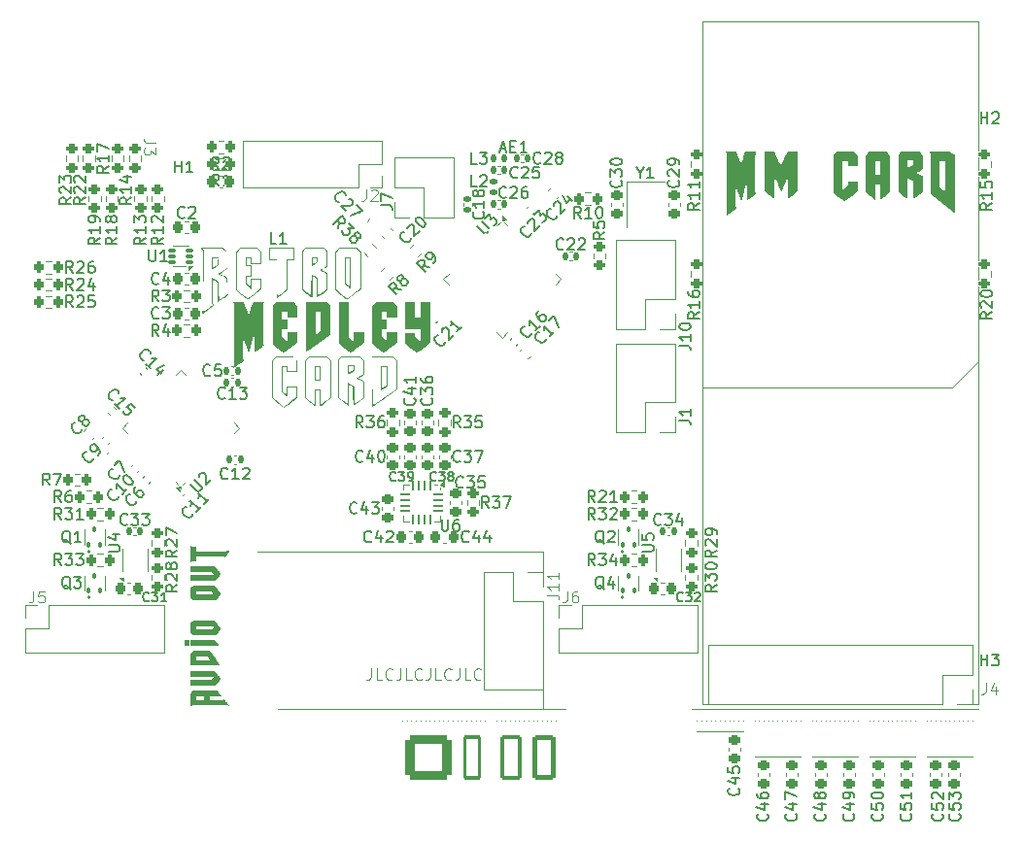
<source format=gto>
%TF.GenerationSoftware,KiCad,Pcbnew,8.0.2*%
%TF.CreationDate,2024-05-28T21:16:18+01:00*%
%TF.ProjectId,RMC,524d432e-6b69-4636-9164-5f7063625858,rev?*%
%TF.SameCoordinates,Original*%
%TF.FileFunction,Legend,Top*%
%TF.FilePolarity,Positive*%
%FSLAX46Y46*%
G04 Gerber Fmt 4.6, Leading zero omitted, Abs format (unit mm)*
G04 Created by KiCad (PCBNEW 8.0.2) date 2024-05-28 21:16:18*
%MOMM*%
%LPD*%
G01*
G04 APERTURE LIST*
G04 Aperture macros list*
%AMRoundRect*
0 Rectangle with rounded corners*
0 $1 Rounding radius*
0 $2 $3 $4 $5 $6 $7 $8 $9 X,Y pos of 4 corners*
0 Add a 4 corners polygon primitive as box body*
4,1,4,$2,$3,$4,$5,$6,$7,$8,$9,$2,$3,0*
0 Add four circle primitives for the rounded corners*
1,1,$1+$1,$2,$3*
1,1,$1+$1,$4,$5*
1,1,$1+$1,$6,$7*
1,1,$1+$1,$8,$9*
0 Add four rect primitives between the rounded corners*
20,1,$1+$1,$2,$3,$4,$5,0*
20,1,$1+$1,$4,$5,$6,$7,0*
20,1,$1+$1,$6,$7,$8,$9,0*
20,1,$1+$1,$8,$9,$2,$3,0*%
%AMRotRect*
0 Rectangle, with rotation*
0 The origin of the aperture is its center*
0 $1 length*
0 $2 width*
0 $3 Rotation angle, in degrees counterclockwise*
0 Add horizontal line*
21,1,$1,$2,0,0,$3*%
G04 Aperture macros list end*
%ADD10C,0.100000*%
%ADD11C,0.150000*%
%ADD12C,0.120000*%
%ADD13C,0.000000*%
%ADD14RoundRect,0.225000X-0.250000X0.225000X-0.250000X-0.225000X0.250000X-0.225000X0.250000X0.225000X0*%
%ADD15O,1.700000X1.700000*%
%ADD16R,1.700000X1.700000*%
%ADD17RoundRect,0.200000X0.275000X-0.200000X0.275000X0.200000X-0.275000X0.200000X-0.275000X-0.200000X0*%
%ADD18R,0.350000X0.650000*%
%ADD19R,1.600000X1.000000*%
%ADD20RoundRect,0.140000X0.021213X-0.219203X0.219203X-0.021213X-0.021213X0.219203X-0.219203X0.021213X0*%
%ADD21R,1.350000X1.350000*%
%ADD22O,1.350000X1.350000*%
%ADD23RoundRect,0.200000X-0.275000X0.200000X-0.275000X-0.200000X0.275000X-0.200000X0.275000X0.200000X0*%
%ADD24RoundRect,0.225000X-0.017678X0.335876X-0.335876X0.017678X0.017678X-0.335876X0.335876X-0.017678X0*%
%ADD25RoundRect,0.225000X0.250000X-0.225000X0.250000X0.225000X-0.250000X0.225000X-0.250000X-0.225000X0*%
%ADD26RoundRect,0.225000X0.225000X0.250000X-0.225000X0.250000X-0.225000X-0.250000X0.225000X-0.250000X0*%
%ADD27RoundRect,0.200000X0.200000X0.275000X-0.200000X0.275000X-0.200000X-0.275000X0.200000X-0.275000X0*%
%ADD28RoundRect,0.140000X-0.140000X-0.170000X0.140000X-0.170000X0.140000X0.170000X-0.140000X0.170000X0*%
%ADD29RoundRect,0.100000X-0.100000X0.155000X-0.100000X-0.155000X0.100000X-0.155000X0.100000X0.155000X0*%
%ADD30RoundRect,0.200000X-0.200000X-0.275000X0.200000X-0.275000X0.200000X0.275000X-0.200000X0.275000X0*%
%ADD31RoundRect,0.225000X-0.335876X-0.017678X-0.017678X-0.335876X0.335876X0.017678X0.017678X0.335876X0*%
%ADD32RoundRect,0.140000X-0.021213X0.219203X-0.219203X0.021213X0.021213X-0.219203X0.219203X-0.021213X0*%
%ADD33C,1.300000*%
%ADD34RoundRect,0.200000X-0.053033X0.335876X-0.335876X0.053033X0.053033X-0.335876X0.335876X-0.053033X0*%
%ADD35RoundRect,0.050000X0.309359X-0.238649X-0.238649X0.309359X-0.309359X0.238649X0.238649X-0.309359X0*%
%ADD36RoundRect,0.050000X0.309359X0.238649X0.238649X0.309359X-0.309359X-0.238649X-0.238649X-0.309359X0*%
%ADD37RotRect,3.200000X3.200000X135.000000*%
%ADD38RoundRect,0.140000X0.140000X0.170000X-0.140000X0.170000X-0.140000X-0.170000X0.140000X-0.170000X0*%
%ADD39RoundRect,0.140000X0.219203X0.021213X0.021213X0.219203X-0.219203X-0.021213X-0.021213X-0.219203X0*%
%ADD40RoundRect,0.062500X-0.062500X0.350000X-0.062500X-0.350000X0.062500X-0.350000X0.062500X0.350000X0*%
%ADD41RoundRect,0.062500X-0.350000X0.062500X-0.350000X-0.062500X0.350000X-0.062500X0.350000X0.062500X0*%
%ADD42RoundRect,0.200000X0.335876X0.053033X0.053033X0.335876X-0.335876X-0.053033X-0.053033X-0.335876X0*%
%ADD43RoundRect,0.140000X-0.170000X0.140000X-0.170000X-0.140000X0.170000X-0.140000X0.170000X0.140000X0*%
%ADD44RoundRect,0.225000X-0.225000X-0.250000X0.225000X-0.250000X0.225000X0.250000X-0.225000X0.250000X0*%
%ADD45RoundRect,0.085000X0.265000X0.085000X-0.265000X0.085000X-0.265000X-0.085000X0.265000X-0.085000X0*%
%ADD46RoundRect,0.050000X-0.309359X0.238649X0.238649X-0.309359X0.309359X-0.238649X-0.238649X0.309359X0*%
%ADD47RoundRect,0.050000X-0.309359X-0.238649X-0.238649X-0.309359X0.309359X0.238649X0.238649X0.309359X0*%
%ADD48RotRect,5.600000X5.600000X315.000000*%
%ADD49C,0.400000*%
%ADD50R,1.200000X1.400000*%
%ADD51RoundRect,0.147500X-0.172500X0.147500X-0.172500X-0.147500X0.172500X-0.147500X0.172500X0.147500X0*%
%ADD52RoundRect,0.225000X0.017678X-0.335876X0.335876X-0.017678X-0.017678X0.335876X-0.335876X0.017678X0*%
%ADD53RoundRect,0.147500X0.147500X0.172500X-0.147500X0.172500X-0.147500X-0.172500X0.147500X-0.172500X0*%
%ADD54O,1.700000X3.700000*%
%ADD55R,0.530000X4.300000*%
%ADD56RoundRect,0.160000X-0.640000X-1.790000X0.640000X-1.790000X0.640000X1.790000X-0.640000X1.790000X0*%
%ADD57RoundRect,0.190000X-0.760000X-1.760000X0.760000X-1.760000X0.760000X1.760000X-0.760000X1.760000X0*%
%ADD58RoundRect,0.200000X-0.800000X-1.750000X0.800000X-1.750000X0.800000X1.750000X-0.800000X1.750000X0*%
%ADD59RoundRect,0.390000X-1.610000X-1.560000X1.610000X-1.560000X1.610000X1.560000X-1.610000X1.560000X0*%
G04 APERTURE END LIST*
D10*
X182500000Y-159175000D02*
X178500000Y-159175000D01*
X173500000Y-156000000D02*
X173500000Y-156000000D01*
X173900000Y-156000000D02*
X173900000Y-156000000D01*
X174300000Y-156000000D02*
X174300000Y-156000000D01*
X174700000Y-156000000D02*
X174700000Y-156000000D01*
X175100000Y-156000000D02*
X175100000Y-156000000D01*
X175500000Y-156000000D02*
X175500000Y-156000000D01*
X175900000Y-156000000D02*
X175900000Y-156000000D01*
X176300000Y-156000000D02*
X176300000Y-156000000D01*
X176700000Y-156000000D02*
X176700000Y-156000000D01*
X177100000Y-156000000D02*
X177100000Y-156000000D01*
X177500000Y-156000000D02*
X177500000Y-156000000D01*
X158500000Y-156000000D02*
X158500000Y-156000000D01*
X158900000Y-156000000D02*
X158900000Y-156000000D01*
X159300000Y-156000000D02*
X159300000Y-156000000D01*
X159700000Y-156000000D02*
X159700000Y-156000000D01*
X160100000Y-156000000D02*
X160100000Y-156000000D01*
X160500000Y-156000000D02*
X160500000Y-156000000D01*
X160900000Y-156000000D02*
X160900000Y-156000000D01*
X161300000Y-156000000D02*
X161300000Y-156000000D01*
X161700000Y-156000000D02*
X161700000Y-156000000D01*
X162100000Y-156000000D02*
X162100000Y-156000000D01*
X162500000Y-156000000D02*
X162500000Y-156000000D01*
X167500000Y-159175000D02*
X163500000Y-159175000D01*
X168500000Y-156000000D02*
X168500000Y-156000000D01*
X168900000Y-156000000D02*
X168900000Y-156000000D01*
X169300000Y-156000000D02*
X169300000Y-156000000D01*
X169700000Y-156000000D02*
X169700000Y-156000000D01*
X170100000Y-156000000D02*
X170100000Y-156000000D01*
X170500000Y-156000000D02*
X170500000Y-156000000D01*
X170900000Y-156000000D02*
X170900000Y-156000000D01*
X171300000Y-156000000D02*
X171300000Y-156000000D01*
X171700000Y-156000000D02*
X171700000Y-156000000D01*
X172100000Y-156000000D02*
X172100000Y-156000000D01*
X172500000Y-156000000D02*
X172500000Y-156000000D01*
X172500000Y-159175000D02*
X168500000Y-159175000D01*
X162500000Y-156975000D02*
X158500000Y-156975000D01*
X158000000Y-155000000D02*
X183000000Y-155000000D01*
X178500000Y-156000000D02*
X178500000Y-156000000D01*
X178900000Y-156000000D02*
X178900000Y-156000000D01*
X179300000Y-156000000D02*
X179300000Y-156000000D01*
X179700000Y-156000000D02*
X179700000Y-156000000D01*
X180100000Y-156000000D02*
X180100000Y-156000000D01*
X180500000Y-156000000D02*
X180500000Y-156000000D01*
X180900000Y-156000000D02*
X180900000Y-156000000D01*
X181300000Y-156000000D02*
X181300000Y-156000000D01*
X181700000Y-156000000D02*
X181700000Y-156000000D01*
X182100000Y-156000000D02*
X182100000Y-156000000D01*
X182500000Y-156000000D02*
X182500000Y-156000000D01*
X141000000Y-156000000D02*
X141000000Y-156000000D01*
X141400000Y-156000000D02*
X141400000Y-156000000D01*
X141800000Y-156000000D02*
X141800000Y-156000000D01*
X142200000Y-156000000D02*
X142200000Y-156000000D01*
X142600000Y-156000000D02*
X142600000Y-156000000D01*
X143000000Y-156000000D02*
X143000000Y-156000000D01*
X143400000Y-156000000D02*
X143400000Y-156000000D01*
X143800000Y-156000000D02*
X143800000Y-156000000D01*
X144200000Y-156000000D02*
X144200000Y-156000000D01*
X144600000Y-156000000D02*
X144600000Y-156000000D01*
X145000000Y-156000000D02*
X145000000Y-156000000D01*
X145400000Y-156000000D02*
X145400000Y-156000000D01*
X145800000Y-156000000D02*
X145800000Y-156000000D01*
X146200000Y-156000000D02*
X146200000Y-156000000D01*
X132800000Y-156000000D02*
X132800000Y-156000000D01*
X133200000Y-156000000D02*
X133200000Y-156000000D01*
X133600000Y-156000000D02*
X133600000Y-156000000D01*
X134000000Y-156000000D02*
X134000000Y-156000000D01*
X134400000Y-156000000D02*
X134400000Y-156000000D01*
X134800000Y-156000000D02*
X134800000Y-156000000D01*
X135200000Y-156000000D02*
X135200000Y-156000000D01*
X135600000Y-156000000D02*
X135600000Y-156000000D01*
X136000000Y-156000000D02*
X136000000Y-156000000D01*
X136400000Y-156000000D02*
X136400000Y-156000000D01*
X136800000Y-156000000D02*
X136800000Y-156000000D01*
X137200000Y-156000000D02*
X137200000Y-156000000D01*
X137600000Y-156000000D02*
X137600000Y-156000000D01*
X138000000Y-156000000D02*
X138000000Y-156000000D01*
X138400000Y-156000000D02*
X138400000Y-156000000D01*
X138800000Y-156000000D02*
X138800000Y-156000000D01*
X139200000Y-156000000D02*
X139200000Y-156000000D01*
X139600000Y-156000000D02*
X139600000Y-156000000D01*
X140000000Y-156000000D02*
X140000000Y-156000000D01*
X177500000Y-159175000D02*
X173500000Y-159175000D01*
X163500000Y-156000000D02*
X163500000Y-156000000D01*
X163900000Y-156000000D02*
X163900000Y-156000000D01*
X164300000Y-156000000D02*
X164300000Y-156000000D01*
X164700000Y-156000000D02*
X164700000Y-156000000D01*
X165100000Y-156000000D02*
X165100000Y-156000000D01*
X165500000Y-156000000D02*
X165500000Y-156000000D01*
X165900000Y-156000000D02*
X165900000Y-156000000D01*
X166300000Y-156000000D02*
X166300000Y-156000000D01*
X166700000Y-156000000D02*
X166700000Y-156000000D01*
X167100000Y-156000000D02*
X167100000Y-156000000D01*
X167500000Y-156000000D02*
X167500000Y-156000000D01*
X122000000Y-155000000D02*
X147000000Y-155000000D01*
X130089598Y-151457419D02*
X130089598Y-152171704D01*
X130089598Y-152171704D02*
X130041979Y-152314561D01*
X130041979Y-152314561D02*
X129946741Y-152409800D01*
X129946741Y-152409800D02*
X129803884Y-152457419D01*
X129803884Y-152457419D02*
X129708646Y-152457419D01*
X131041979Y-152457419D02*
X130565789Y-152457419D01*
X130565789Y-152457419D02*
X130565789Y-151457419D01*
X131946741Y-152362180D02*
X131899122Y-152409800D01*
X131899122Y-152409800D02*
X131756265Y-152457419D01*
X131756265Y-152457419D02*
X131661027Y-152457419D01*
X131661027Y-152457419D02*
X131518170Y-152409800D01*
X131518170Y-152409800D02*
X131422932Y-152314561D01*
X131422932Y-152314561D02*
X131375313Y-152219323D01*
X131375313Y-152219323D02*
X131327694Y-152028847D01*
X131327694Y-152028847D02*
X131327694Y-151885990D01*
X131327694Y-151885990D02*
X131375313Y-151695514D01*
X131375313Y-151695514D02*
X131422932Y-151600276D01*
X131422932Y-151600276D02*
X131518170Y-151505038D01*
X131518170Y-151505038D02*
X131661027Y-151457419D01*
X131661027Y-151457419D02*
X131756265Y-151457419D01*
X131756265Y-151457419D02*
X131899122Y-151505038D01*
X131899122Y-151505038D02*
X131946741Y-151552657D01*
X132661027Y-151457419D02*
X132661027Y-152171704D01*
X132661027Y-152171704D02*
X132613408Y-152314561D01*
X132613408Y-152314561D02*
X132518170Y-152409800D01*
X132518170Y-152409800D02*
X132375313Y-152457419D01*
X132375313Y-152457419D02*
X132280075Y-152457419D01*
X133613408Y-152457419D02*
X133137218Y-152457419D01*
X133137218Y-152457419D02*
X133137218Y-151457419D01*
X134518170Y-152362180D02*
X134470551Y-152409800D01*
X134470551Y-152409800D02*
X134327694Y-152457419D01*
X134327694Y-152457419D02*
X134232456Y-152457419D01*
X134232456Y-152457419D02*
X134089599Y-152409800D01*
X134089599Y-152409800D02*
X133994361Y-152314561D01*
X133994361Y-152314561D02*
X133946742Y-152219323D01*
X133946742Y-152219323D02*
X133899123Y-152028847D01*
X133899123Y-152028847D02*
X133899123Y-151885990D01*
X133899123Y-151885990D02*
X133946742Y-151695514D01*
X133946742Y-151695514D02*
X133994361Y-151600276D01*
X133994361Y-151600276D02*
X134089599Y-151505038D01*
X134089599Y-151505038D02*
X134232456Y-151457419D01*
X134232456Y-151457419D02*
X134327694Y-151457419D01*
X134327694Y-151457419D02*
X134470551Y-151505038D01*
X134470551Y-151505038D02*
X134518170Y-151552657D01*
X135232456Y-151457419D02*
X135232456Y-152171704D01*
X135232456Y-152171704D02*
X135184837Y-152314561D01*
X135184837Y-152314561D02*
X135089599Y-152409800D01*
X135089599Y-152409800D02*
X134946742Y-152457419D01*
X134946742Y-152457419D02*
X134851504Y-152457419D01*
X136184837Y-152457419D02*
X135708647Y-152457419D01*
X135708647Y-152457419D02*
X135708647Y-151457419D01*
X137089599Y-152362180D02*
X137041980Y-152409800D01*
X137041980Y-152409800D02*
X136899123Y-152457419D01*
X136899123Y-152457419D02*
X136803885Y-152457419D01*
X136803885Y-152457419D02*
X136661028Y-152409800D01*
X136661028Y-152409800D02*
X136565790Y-152314561D01*
X136565790Y-152314561D02*
X136518171Y-152219323D01*
X136518171Y-152219323D02*
X136470552Y-152028847D01*
X136470552Y-152028847D02*
X136470552Y-151885990D01*
X136470552Y-151885990D02*
X136518171Y-151695514D01*
X136518171Y-151695514D02*
X136565790Y-151600276D01*
X136565790Y-151600276D02*
X136661028Y-151505038D01*
X136661028Y-151505038D02*
X136803885Y-151457419D01*
X136803885Y-151457419D02*
X136899123Y-151457419D01*
X136899123Y-151457419D02*
X137041980Y-151505038D01*
X137041980Y-151505038D02*
X137089599Y-151552657D01*
X137803885Y-151457419D02*
X137803885Y-152171704D01*
X137803885Y-152171704D02*
X137756266Y-152314561D01*
X137756266Y-152314561D02*
X137661028Y-152409800D01*
X137661028Y-152409800D02*
X137518171Y-152457419D01*
X137518171Y-152457419D02*
X137422933Y-152457419D01*
X138756266Y-152457419D02*
X138280076Y-152457419D01*
X138280076Y-152457419D02*
X138280076Y-151457419D01*
X139661028Y-152362180D02*
X139613409Y-152409800D01*
X139613409Y-152409800D02*
X139470552Y-152457419D01*
X139470552Y-152457419D02*
X139375314Y-152457419D01*
X139375314Y-152457419D02*
X139232457Y-152409800D01*
X139232457Y-152409800D02*
X139137219Y-152314561D01*
X139137219Y-152314561D02*
X139089600Y-152219323D01*
X139089600Y-152219323D02*
X139041981Y-152028847D01*
X139041981Y-152028847D02*
X139041981Y-151885990D01*
X139041981Y-151885990D02*
X139089600Y-151695514D01*
X139089600Y-151695514D02*
X139137219Y-151600276D01*
X139137219Y-151600276D02*
X139232457Y-151505038D01*
X139232457Y-151505038D02*
X139375314Y-151457419D01*
X139375314Y-151457419D02*
X139470552Y-151457419D01*
X139470552Y-151457419D02*
X139613409Y-151505038D01*
X139613409Y-151505038D02*
X139661028Y-151552657D01*
D11*
X109204819Y-110392857D02*
X108728628Y-110726190D01*
X109204819Y-110964285D02*
X108204819Y-110964285D01*
X108204819Y-110964285D02*
X108204819Y-110583333D01*
X108204819Y-110583333D02*
X108252438Y-110488095D01*
X108252438Y-110488095D02*
X108300057Y-110440476D01*
X108300057Y-110440476D02*
X108395295Y-110392857D01*
X108395295Y-110392857D02*
X108538152Y-110392857D01*
X108538152Y-110392857D02*
X108633390Y-110440476D01*
X108633390Y-110440476D02*
X108681009Y-110488095D01*
X108681009Y-110488095D02*
X108728628Y-110583333D01*
X108728628Y-110583333D02*
X108728628Y-110964285D01*
X109204819Y-109440476D02*
X109204819Y-110011904D01*
X109204819Y-109726190D02*
X108204819Y-109726190D01*
X108204819Y-109726190D02*
X108347676Y-109821428D01*
X108347676Y-109821428D02*
X108442914Y-109916666D01*
X108442914Y-109916666D02*
X108490533Y-110011904D01*
X108538152Y-108583333D02*
X109204819Y-108583333D01*
X108157200Y-108821428D02*
X108871485Y-109059523D01*
X108871485Y-109059523D02*
X108871485Y-108440476D01*
X107954819Y-113892857D02*
X107478628Y-114226190D01*
X107954819Y-114464285D02*
X106954819Y-114464285D01*
X106954819Y-114464285D02*
X106954819Y-114083333D01*
X106954819Y-114083333D02*
X107002438Y-113988095D01*
X107002438Y-113988095D02*
X107050057Y-113940476D01*
X107050057Y-113940476D02*
X107145295Y-113892857D01*
X107145295Y-113892857D02*
X107288152Y-113892857D01*
X107288152Y-113892857D02*
X107383390Y-113940476D01*
X107383390Y-113940476D02*
X107431009Y-113988095D01*
X107431009Y-113988095D02*
X107478628Y-114083333D01*
X107478628Y-114083333D02*
X107478628Y-114464285D01*
X107954819Y-112940476D02*
X107954819Y-113511904D01*
X107954819Y-113226190D02*
X106954819Y-113226190D01*
X106954819Y-113226190D02*
X107097676Y-113321428D01*
X107097676Y-113321428D02*
X107192914Y-113416666D01*
X107192914Y-113416666D02*
X107240533Y-113511904D01*
X107383390Y-112369047D02*
X107335771Y-112464285D01*
X107335771Y-112464285D02*
X107288152Y-112511904D01*
X107288152Y-112511904D02*
X107192914Y-112559523D01*
X107192914Y-112559523D02*
X107145295Y-112559523D01*
X107145295Y-112559523D02*
X107050057Y-112511904D01*
X107050057Y-112511904D02*
X107002438Y-112464285D01*
X107002438Y-112464285D02*
X106954819Y-112369047D01*
X106954819Y-112369047D02*
X106954819Y-112178571D01*
X106954819Y-112178571D02*
X107002438Y-112083333D01*
X107002438Y-112083333D02*
X107050057Y-112035714D01*
X107050057Y-112035714D02*
X107145295Y-111988095D01*
X107145295Y-111988095D02*
X107192914Y-111988095D01*
X107192914Y-111988095D02*
X107288152Y-112035714D01*
X107288152Y-112035714D02*
X107335771Y-112083333D01*
X107335771Y-112083333D02*
X107383390Y-112178571D01*
X107383390Y-112178571D02*
X107383390Y-112369047D01*
X107383390Y-112369047D02*
X107431009Y-112464285D01*
X107431009Y-112464285D02*
X107478628Y-112511904D01*
X107478628Y-112511904D02*
X107573866Y-112559523D01*
X107573866Y-112559523D02*
X107764342Y-112559523D01*
X107764342Y-112559523D02*
X107859580Y-112511904D01*
X107859580Y-112511904D02*
X107907200Y-112464285D01*
X107907200Y-112464285D02*
X107954819Y-112369047D01*
X107954819Y-112369047D02*
X107954819Y-112178571D01*
X107954819Y-112178571D02*
X107907200Y-112083333D01*
X107907200Y-112083333D02*
X107859580Y-112035714D01*
X107859580Y-112035714D02*
X107764342Y-111988095D01*
X107764342Y-111988095D02*
X107573866Y-111988095D01*
X107573866Y-111988095D02*
X107478628Y-112035714D01*
X107478628Y-112035714D02*
X107431009Y-112083333D01*
X107431009Y-112083333D02*
X107383390Y-112178571D01*
X107204819Y-141261904D02*
X108014342Y-141261904D01*
X108014342Y-141261904D02*
X108109580Y-141214285D01*
X108109580Y-141214285D02*
X108157200Y-141166666D01*
X108157200Y-141166666D02*
X108204819Y-141071428D01*
X108204819Y-141071428D02*
X108204819Y-140880952D01*
X108204819Y-140880952D02*
X108157200Y-140785714D01*
X108157200Y-140785714D02*
X108109580Y-140738095D01*
X108109580Y-140738095D02*
X108014342Y-140690476D01*
X108014342Y-140690476D02*
X107204819Y-140690476D01*
X107538152Y-139785714D02*
X108204819Y-139785714D01*
X107157200Y-140023809D02*
X107871485Y-140261904D01*
X107871485Y-140261904D02*
X107871485Y-139642857D01*
X103954819Y-110392857D02*
X103478628Y-110726190D01*
X103954819Y-110964285D02*
X102954819Y-110964285D01*
X102954819Y-110964285D02*
X102954819Y-110583333D01*
X102954819Y-110583333D02*
X103002438Y-110488095D01*
X103002438Y-110488095D02*
X103050057Y-110440476D01*
X103050057Y-110440476D02*
X103145295Y-110392857D01*
X103145295Y-110392857D02*
X103288152Y-110392857D01*
X103288152Y-110392857D02*
X103383390Y-110440476D01*
X103383390Y-110440476D02*
X103431009Y-110488095D01*
X103431009Y-110488095D02*
X103478628Y-110583333D01*
X103478628Y-110583333D02*
X103478628Y-110964285D01*
X103050057Y-110011904D02*
X103002438Y-109964285D01*
X103002438Y-109964285D02*
X102954819Y-109869047D01*
X102954819Y-109869047D02*
X102954819Y-109630952D01*
X102954819Y-109630952D02*
X103002438Y-109535714D01*
X103002438Y-109535714D02*
X103050057Y-109488095D01*
X103050057Y-109488095D02*
X103145295Y-109440476D01*
X103145295Y-109440476D02*
X103240533Y-109440476D01*
X103240533Y-109440476D02*
X103383390Y-109488095D01*
X103383390Y-109488095D02*
X103954819Y-110059523D01*
X103954819Y-110059523D02*
X103954819Y-109440476D01*
X102954819Y-109107142D02*
X102954819Y-108488095D01*
X102954819Y-108488095D02*
X103335771Y-108821428D01*
X103335771Y-108821428D02*
X103335771Y-108678571D01*
X103335771Y-108678571D02*
X103383390Y-108583333D01*
X103383390Y-108583333D02*
X103431009Y-108535714D01*
X103431009Y-108535714D02*
X103526247Y-108488095D01*
X103526247Y-108488095D02*
X103764342Y-108488095D01*
X103764342Y-108488095D02*
X103859580Y-108535714D01*
X103859580Y-108535714D02*
X103907200Y-108583333D01*
X103907200Y-108583333D02*
X103954819Y-108678571D01*
X103954819Y-108678571D02*
X103954819Y-108964285D01*
X103954819Y-108964285D02*
X103907200Y-109059523D01*
X103907200Y-109059523D02*
X103859580Y-109107142D01*
X113204819Y-144142857D02*
X112728628Y-144476190D01*
X113204819Y-144714285D02*
X112204819Y-144714285D01*
X112204819Y-144714285D02*
X112204819Y-144333333D01*
X112204819Y-144333333D02*
X112252438Y-144238095D01*
X112252438Y-144238095D02*
X112300057Y-144190476D01*
X112300057Y-144190476D02*
X112395295Y-144142857D01*
X112395295Y-144142857D02*
X112538152Y-144142857D01*
X112538152Y-144142857D02*
X112633390Y-144190476D01*
X112633390Y-144190476D02*
X112681009Y-144238095D01*
X112681009Y-144238095D02*
X112728628Y-144333333D01*
X112728628Y-144333333D02*
X112728628Y-144714285D01*
X112300057Y-143761904D02*
X112252438Y-143714285D01*
X112252438Y-143714285D02*
X112204819Y-143619047D01*
X112204819Y-143619047D02*
X112204819Y-143380952D01*
X112204819Y-143380952D02*
X112252438Y-143285714D01*
X112252438Y-143285714D02*
X112300057Y-143238095D01*
X112300057Y-143238095D02*
X112395295Y-143190476D01*
X112395295Y-143190476D02*
X112490533Y-143190476D01*
X112490533Y-143190476D02*
X112633390Y-143238095D01*
X112633390Y-143238095D02*
X113204819Y-143809523D01*
X113204819Y-143809523D02*
X113204819Y-143190476D01*
X112633390Y-142619047D02*
X112585771Y-142714285D01*
X112585771Y-142714285D02*
X112538152Y-142761904D01*
X112538152Y-142761904D02*
X112442914Y-142809523D01*
X112442914Y-142809523D02*
X112395295Y-142809523D01*
X112395295Y-142809523D02*
X112300057Y-142761904D01*
X112300057Y-142761904D02*
X112252438Y-142714285D01*
X112252438Y-142714285D02*
X112204819Y-142619047D01*
X112204819Y-142619047D02*
X112204819Y-142428571D01*
X112204819Y-142428571D02*
X112252438Y-142333333D01*
X112252438Y-142333333D02*
X112300057Y-142285714D01*
X112300057Y-142285714D02*
X112395295Y-142238095D01*
X112395295Y-142238095D02*
X112442914Y-142238095D01*
X112442914Y-142238095D02*
X112538152Y-142285714D01*
X112538152Y-142285714D02*
X112585771Y-142333333D01*
X112585771Y-142333333D02*
X112633390Y-142428571D01*
X112633390Y-142428571D02*
X112633390Y-142619047D01*
X112633390Y-142619047D02*
X112681009Y-142714285D01*
X112681009Y-142714285D02*
X112728628Y-142761904D01*
X112728628Y-142761904D02*
X112823866Y-142809523D01*
X112823866Y-142809523D02*
X113014342Y-142809523D01*
X113014342Y-142809523D02*
X113109580Y-142761904D01*
X113109580Y-142761904D02*
X113157200Y-142714285D01*
X113157200Y-142714285D02*
X113204819Y-142619047D01*
X113204819Y-142619047D02*
X113204819Y-142428571D01*
X113204819Y-142428571D02*
X113157200Y-142333333D01*
X113157200Y-142333333D02*
X113109580Y-142285714D01*
X113109580Y-142285714D02*
X113014342Y-142238095D01*
X113014342Y-142238095D02*
X112823866Y-142238095D01*
X112823866Y-142238095D02*
X112728628Y-142285714D01*
X112728628Y-142285714D02*
X112681009Y-142333333D01*
X112681009Y-142333333D02*
X112633390Y-142428571D01*
X136549693Y-122958830D02*
X136549693Y-123026174D01*
X136549693Y-123026174D02*
X136482349Y-123160861D01*
X136482349Y-123160861D02*
X136415006Y-123228204D01*
X136415006Y-123228204D02*
X136280319Y-123295548D01*
X136280319Y-123295548D02*
X136145632Y-123295548D01*
X136145632Y-123295548D02*
X136044617Y-123261876D01*
X136044617Y-123261876D02*
X135876258Y-123160861D01*
X135876258Y-123160861D02*
X135775243Y-123059846D01*
X135775243Y-123059846D02*
X135674227Y-122891487D01*
X135674227Y-122891487D02*
X135640556Y-122790472D01*
X135640556Y-122790472D02*
X135640556Y-122655785D01*
X135640556Y-122655785D02*
X135707899Y-122521098D01*
X135707899Y-122521098D02*
X135775243Y-122453754D01*
X135775243Y-122453754D02*
X135909930Y-122386411D01*
X135909930Y-122386411D02*
X135977273Y-122386411D01*
X136246647Y-122117037D02*
X136246647Y-122049693D01*
X136246647Y-122049693D02*
X136280319Y-121948678D01*
X136280319Y-121948678D02*
X136448678Y-121780319D01*
X136448678Y-121780319D02*
X136549693Y-121746647D01*
X136549693Y-121746647D02*
X136617036Y-121746647D01*
X136617036Y-121746647D02*
X136718052Y-121780319D01*
X136718052Y-121780319D02*
X136785395Y-121847663D01*
X136785395Y-121847663D02*
X136852739Y-121982350D01*
X136852739Y-121982350D02*
X136852739Y-122790472D01*
X136852739Y-122790472D02*
X137290471Y-122352739D01*
X137963907Y-121679304D02*
X137559846Y-122083365D01*
X137761876Y-121881334D02*
X137054769Y-121174227D01*
X137054769Y-121174227D02*
X137088441Y-121342586D01*
X137088441Y-121342586D02*
X137088441Y-121477273D01*
X137088441Y-121477273D02*
X137054769Y-121578288D01*
D10*
X147166666Y-144707419D02*
X147166666Y-145421704D01*
X147166666Y-145421704D02*
X147119047Y-145564561D01*
X147119047Y-145564561D02*
X147023809Y-145659800D01*
X147023809Y-145659800D02*
X146880952Y-145707419D01*
X146880952Y-145707419D02*
X146785714Y-145707419D01*
X148071428Y-144707419D02*
X147880952Y-144707419D01*
X147880952Y-144707419D02*
X147785714Y-144755038D01*
X147785714Y-144755038D02*
X147738095Y-144802657D01*
X147738095Y-144802657D02*
X147642857Y-144945514D01*
X147642857Y-144945514D02*
X147595238Y-145135990D01*
X147595238Y-145135990D02*
X147595238Y-145516942D01*
X147595238Y-145516942D02*
X147642857Y-145612180D01*
X147642857Y-145612180D02*
X147690476Y-145659800D01*
X147690476Y-145659800D02*
X147785714Y-145707419D01*
X147785714Y-145707419D02*
X147976190Y-145707419D01*
X147976190Y-145707419D02*
X148071428Y-145659800D01*
X148071428Y-145659800D02*
X148119047Y-145612180D01*
X148119047Y-145612180D02*
X148166666Y-145516942D01*
X148166666Y-145516942D02*
X148166666Y-145278847D01*
X148166666Y-145278847D02*
X148119047Y-145183609D01*
X148119047Y-145183609D02*
X148071428Y-145135990D01*
X148071428Y-145135990D02*
X147976190Y-145088371D01*
X147976190Y-145088371D02*
X147785714Y-145088371D01*
X147785714Y-145088371D02*
X147690476Y-145135990D01*
X147690476Y-145135990D02*
X147642857Y-145183609D01*
X147642857Y-145183609D02*
X147595238Y-145278847D01*
D11*
X184204819Y-120392857D02*
X183728628Y-120726190D01*
X184204819Y-120964285D02*
X183204819Y-120964285D01*
X183204819Y-120964285D02*
X183204819Y-120583333D01*
X183204819Y-120583333D02*
X183252438Y-120488095D01*
X183252438Y-120488095D02*
X183300057Y-120440476D01*
X183300057Y-120440476D02*
X183395295Y-120392857D01*
X183395295Y-120392857D02*
X183538152Y-120392857D01*
X183538152Y-120392857D02*
X183633390Y-120440476D01*
X183633390Y-120440476D02*
X183681009Y-120488095D01*
X183681009Y-120488095D02*
X183728628Y-120583333D01*
X183728628Y-120583333D02*
X183728628Y-120964285D01*
X183300057Y-120011904D02*
X183252438Y-119964285D01*
X183252438Y-119964285D02*
X183204819Y-119869047D01*
X183204819Y-119869047D02*
X183204819Y-119630952D01*
X183204819Y-119630952D02*
X183252438Y-119535714D01*
X183252438Y-119535714D02*
X183300057Y-119488095D01*
X183300057Y-119488095D02*
X183395295Y-119440476D01*
X183395295Y-119440476D02*
X183490533Y-119440476D01*
X183490533Y-119440476D02*
X183633390Y-119488095D01*
X183633390Y-119488095D02*
X184204819Y-120059523D01*
X184204819Y-120059523D02*
X184204819Y-119440476D01*
X183204819Y-118821428D02*
X183204819Y-118726190D01*
X183204819Y-118726190D02*
X183252438Y-118630952D01*
X183252438Y-118630952D02*
X183300057Y-118583333D01*
X183300057Y-118583333D02*
X183395295Y-118535714D01*
X183395295Y-118535714D02*
X183585771Y-118488095D01*
X183585771Y-118488095D02*
X183823866Y-118488095D01*
X183823866Y-118488095D02*
X184014342Y-118535714D01*
X184014342Y-118535714D02*
X184109580Y-118583333D01*
X184109580Y-118583333D02*
X184157200Y-118630952D01*
X184157200Y-118630952D02*
X184204819Y-118726190D01*
X184204819Y-118726190D02*
X184204819Y-118821428D01*
X184204819Y-118821428D02*
X184157200Y-118916666D01*
X184157200Y-118916666D02*
X184109580Y-118964285D01*
X184109580Y-118964285D02*
X184014342Y-119011904D01*
X184014342Y-119011904D02*
X183823866Y-119059523D01*
X183823866Y-119059523D02*
X183585771Y-119059523D01*
X183585771Y-119059523D02*
X183395295Y-119011904D01*
X183395295Y-119011904D02*
X183300057Y-118964285D01*
X183300057Y-118964285D02*
X183252438Y-118916666D01*
X183252438Y-118916666D02*
X183204819Y-118821428D01*
X135735714Y-135036104D02*
X135697618Y-135074200D01*
X135697618Y-135074200D02*
X135583333Y-135112295D01*
X135583333Y-135112295D02*
X135507142Y-135112295D01*
X135507142Y-135112295D02*
X135392856Y-135074200D01*
X135392856Y-135074200D02*
X135316666Y-134998009D01*
X135316666Y-134998009D02*
X135278571Y-134921819D01*
X135278571Y-134921819D02*
X135240475Y-134769438D01*
X135240475Y-134769438D02*
X135240475Y-134655152D01*
X135240475Y-134655152D02*
X135278571Y-134502771D01*
X135278571Y-134502771D02*
X135316666Y-134426580D01*
X135316666Y-134426580D02*
X135392856Y-134350390D01*
X135392856Y-134350390D02*
X135507142Y-134312295D01*
X135507142Y-134312295D02*
X135583333Y-134312295D01*
X135583333Y-134312295D02*
X135697618Y-134350390D01*
X135697618Y-134350390D02*
X135735714Y-134388485D01*
X136002380Y-134312295D02*
X136497618Y-134312295D01*
X136497618Y-134312295D02*
X136230952Y-134617057D01*
X136230952Y-134617057D02*
X136345237Y-134617057D01*
X136345237Y-134617057D02*
X136421428Y-134655152D01*
X136421428Y-134655152D02*
X136459523Y-134693247D01*
X136459523Y-134693247D02*
X136497618Y-134769438D01*
X136497618Y-134769438D02*
X136497618Y-134959914D01*
X136497618Y-134959914D02*
X136459523Y-135036104D01*
X136459523Y-135036104D02*
X136421428Y-135074200D01*
X136421428Y-135074200D02*
X136345237Y-135112295D01*
X136345237Y-135112295D02*
X136116666Y-135112295D01*
X136116666Y-135112295D02*
X136040475Y-135074200D01*
X136040475Y-135074200D02*
X136002380Y-135036104D01*
X136954761Y-134655152D02*
X136878571Y-134617057D01*
X136878571Y-134617057D02*
X136840476Y-134578961D01*
X136840476Y-134578961D02*
X136802380Y-134502771D01*
X136802380Y-134502771D02*
X136802380Y-134464676D01*
X136802380Y-134464676D02*
X136840476Y-134388485D01*
X136840476Y-134388485D02*
X136878571Y-134350390D01*
X136878571Y-134350390D02*
X136954761Y-134312295D01*
X136954761Y-134312295D02*
X137107142Y-134312295D01*
X137107142Y-134312295D02*
X137183333Y-134350390D01*
X137183333Y-134350390D02*
X137221428Y-134388485D01*
X137221428Y-134388485D02*
X137259523Y-134464676D01*
X137259523Y-134464676D02*
X137259523Y-134502771D01*
X137259523Y-134502771D02*
X137221428Y-134578961D01*
X137221428Y-134578961D02*
X137183333Y-134617057D01*
X137183333Y-134617057D02*
X137107142Y-134655152D01*
X137107142Y-134655152D02*
X136954761Y-134655152D01*
X136954761Y-134655152D02*
X136878571Y-134693247D01*
X136878571Y-134693247D02*
X136840476Y-134731342D01*
X136840476Y-134731342D02*
X136802380Y-134807533D01*
X136802380Y-134807533D02*
X136802380Y-134959914D01*
X136802380Y-134959914D02*
X136840476Y-135036104D01*
X136840476Y-135036104D02*
X136878571Y-135074200D01*
X136878571Y-135074200D02*
X136954761Y-135112295D01*
X136954761Y-135112295D02*
X137107142Y-135112295D01*
X137107142Y-135112295D02*
X137183333Y-135074200D01*
X137183333Y-135074200D02*
X137221428Y-135036104D01*
X137221428Y-135036104D02*
X137259523Y-134959914D01*
X137259523Y-134959914D02*
X137259523Y-134807533D01*
X137259523Y-134807533D02*
X137221428Y-134731342D01*
X137221428Y-134731342D02*
X137183333Y-134693247D01*
X137183333Y-134693247D02*
X137107142Y-134655152D01*
X127291169Y-110799693D02*
X127223825Y-110799693D01*
X127223825Y-110799693D02*
X127089138Y-110732349D01*
X127089138Y-110732349D02*
X127021795Y-110665006D01*
X127021795Y-110665006D02*
X126954451Y-110530319D01*
X126954451Y-110530319D02*
X126954451Y-110395632D01*
X126954451Y-110395632D02*
X126988123Y-110294617D01*
X126988123Y-110294617D02*
X127089138Y-110126258D01*
X127089138Y-110126258D02*
X127190153Y-110025243D01*
X127190153Y-110025243D02*
X127358512Y-109924227D01*
X127358512Y-109924227D02*
X127459527Y-109890556D01*
X127459527Y-109890556D02*
X127594214Y-109890556D01*
X127594214Y-109890556D02*
X127728901Y-109957899D01*
X127728901Y-109957899D02*
X127796245Y-110025243D01*
X127796245Y-110025243D02*
X127863588Y-110159930D01*
X127863588Y-110159930D02*
X127863588Y-110227273D01*
X128132962Y-110496647D02*
X128200306Y-110496647D01*
X128200306Y-110496647D02*
X128301321Y-110530319D01*
X128301321Y-110530319D02*
X128469680Y-110698678D01*
X128469680Y-110698678D02*
X128503352Y-110799693D01*
X128503352Y-110799693D02*
X128503352Y-110867036D01*
X128503352Y-110867036D02*
X128469680Y-110968052D01*
X128469680Y-110968052D02*
X128402336Y-111035395D01*
X128402336Y-111035395D02*
X128267649Y-111102739D01*
X128267649Y-111102739D02*
X127459527Y-111102739D01*
X127459527Y-111102739D02*
X127897260Y-111540471D01*
X128840069Y-111069067D02*
X129311474Y-111540472D01*
X129311474Y-111540472D02*
X128301321Y-111944533D01*
X169609580Y-164142857D02*
X169657200Y-164190476D01*
X169657200Y-164190476D02*
X169704819Y-164333333D01*
X169704819Y-164333333D02*
X169704819Y-164428571D01*
X169704819Y-164428571D02*
X169657200Y-164571428D01*
X169657200Y-164571428D02*
X169561961Y-164666666D01*
X169561961Y-164666666D02*
X169466723Y-164714285D01*
X169466723Y-164714285D02*
X169276247Y-164761904D01*
X169276247Y-164761904D02*
X169133390Y-164761904D01*
X169133390Y-164761904D02*
X168942914Y-164714285D01*
X168942914Y-164714285D02*
X168847676Y-164666666D01*
X168847676Y-164666666D02*
X168752438Y-164571428D01*
X168752438Y-164571428D02*
X168704819Y-164428571D01*
X168704819Y-164428571D02*
X168704819Y-164333333D01*
X168704819Y-164333333D02*
X168752438Y-164190476D01*
X168752438Y-164190476D02*
X168800057Y-164142857D01*
X169038152Y-163285714D02*
X169704819Y-163285714D01*
X168657200Y-163523809D02*
X169371485Y-163761904D01*
X169371485Y-163761904D02*
X169371485Y-163142857D01*
X169133390Y-162619047D02*
X169085771Y-162714285D01*
X169085771Y-162714285D02*
X169038152Y-162761904D01*
X169038152Y-162761904D02*
X168942914Y-162809523D01*
X168942914Y-162809523D02*
X168895295Y-162809523D01*
X168895295Y-162809523D02*
X168800057Y-162761904D01*
X168800057Y-162761904D02*
X168752438Y-162714285D01*
X168752438Y-162714285D02*
X168704819Y-162619047D01*
X168704819Y-162619047D02*
X168704819Y-162428571D01*
X168704819Y-162428571D02*
X168752438Y-162333333D01*
X168752438Y-162333333D02*
X168800057Y-162285714D01*
X168800057Y-162285714D02*
X168895295Y-162238095D01*
X168895295Y-162238095D02*
X168942914Y-162238095D01*
X168942914Y-162238095D02*
X169038152Y-162285714D01*
X169038152Y-162285714D02*
X169085771Y-162333333D01*
X169085771Y-162333333D02*
X169133390Y-162428571D01*
X169133390Y-162428571D02*
X169133390Y-162619047D01*
X169133390Y-162619047D02*
X169181009Y-162714285D01*
X169181009Y-162714285D02*
X169228628Y-162761904D01*
X169228628Y-162761904D02*
X169323866Y-162809523D01*
X169323866Y-162809523D02*
X169514342Y-162809523D01*
X169514342Y-162809523D02*
X169609580Y-162761904D01*
X169609580Y-162761904D02*
X169657200Y-162714285D01*
X169657200Y-162714285D02*
X169704819Y-162619047D01*
X169704819Y-162619047D02*
X169704819Y-162428571D01*
X169704819Y-162428571D02*
X169657200Y-162333333D01*
X169657200Y-162333333D02*
X169609580Y-162285714D01*
X169609580Y-162285714D02*
X169514342Y-162238095D01*
X169514342Y-162238095D02*
X169323866Y-162238095D01*
X169323866Y-162238095D02*
X169228628Y-162285714D01*
X169228628Y-162285714D02*
X169181009Y-162333333D01*
X169181009Y-162333333D02*
X169133390Y-162428571D01*
X158704819Y-110892857D02*
X158228628Y-111226190D01*
X158704819Y-111464285D02*
X157704819Y-111464285D01*
X157704819Y-111464285D02*
X157704819Y-111083333D01*
X157704819Y-111083333D02*
X157752438Y-110988095D01*
X157752438Y-110988095D02*
X157800057Y-110940476D01*
X157800057Y-110940476D02*
X157895295Y-110892857D01*
X157895295Y-110892857D02*
X158038152Y-110892857D01*
X158038152Y-110892857D02*
X158133390Y-110940476D01*
X158133390Y-110940476D02*
X158181009Y-110988095D01*
X158181009Y-110988095D02*
X158228628Y-111083333D01*
X158228628Y-111083333D02*
X158228628Y-111464285D01*
X158704819Y-109940476D02*
X158704819Y-110511904D01*
X158704819Y-110226190D02*
X157704819Y-110226190D01*
X157704819Y-110226190D02*
X157847676Y-110321428D01*
X157847676Y-110321428D02*
X157942914Y-110416666D01*
X157942914Y-110416666D02*
X157990533Y-110511904D01*
X158704819Y-108988095D02*
X158704819Y-109559523D01*
X158704819Y-109273809D02*
X157704819Y-109273809D01*
X157704819Y-109273809D02*
X157847676Y-109369047D01*
X157847676Y-109369047D02*
X157942914Y-109464285D01*
X157942914Y-109464285D02*
X157990533Y-109559523D01*
X174609580Y-164142857D02*
X174657200Y-164190476D01*
X174657200Y-164190476D02*
X174704819Y-164333333D01*
X174704819Y-164333333D02*
X174704819Y-164428571D01*
X174704819Y-164428571D02*
X174657200Y-164571428D01*
X174657200Y-164571428D02*
X174561961Y-164666666D01*
X174561961Y-164666666D02*
X174466723Y-164714285D01*
X174466723Y-164714285D02*
X174276247Y-164761904D01*
X174276247Y-164761904D02*
X174133390Y-164761904D01*
X174133390Y-164761904D02*
X173942914Y-164714285D01*
X173942914Y-164714285D02*
X173847676Y-164666666D01*
X173847676Y-164666666D02*
X173752438Y-164571428D01*
X173752438Y-164571428D02*
X173704819Y-164428571D01*
X173704819Y-164428571D02*
X173704819Y-164333333D01*
X173704819Y-164333333D02*
X173752438Y-164190476D01*
X173752438Y-164190476D02*
X173800057Y-164142857D01*
X173704819Y-163238095D02*
X173704819Y-163714285D01*
X173704819Y-163714285D02*
X174181009Y-163761904D01*
X174181009Y-163761904D02*
X174133390Y-163714285D01*
X174133390Y-163714285D02*
X174085771Y-163619047D01*
X174085771Y-163619047D02*
X174085771Y-163380952D01*
X174085771Y-163380952D02*
X174133390Y-163285714D01*
X174133390Y-163285714D02*
X174181009Y-163238095D01*
X174181009Y-163238095D02*
X174276247Y-163190476D01*
X174276247Y-163190476D02*
X174514342Y-163190476D01*
X174514342Y-163190476D02*
X174609580Y-163238095D01*
X174609580Y-163238095D02*
X174657200Y-163285714D01*
X174657200Y-163285714D02*
X174704819Y-163380952D01*
X174704819Y-163380952D02*
X174704819Y-163619047D01*
X174704819Y-163619047D02*
X174657200Y-163714285D01*
X174657200Y-163714285D02*
X174609580Y-163761904D01*
X173704819Y-162571428D02*
X173704819Y-162476190D01*
X173704819Y-162476190D02*
X173752438Y-162380952D01*
X173752438Y-162380952D02*
X173800057Y-162333333D01*
X173800057Y-162333333D02*
X173895295Y-162285714D01*
X173895295Y-162285714D02*
X174085771Y-162238095D01*
X174085771Y-162238095D02*
X174323866Y-162238095D01*
X174323866Y-162238095D02*
X174514342Y-162285714D01*
X174514342Y-162285714D02*
X174609580Y-162333333D01*
X174609580Y-162333333D02*
X174657200Y-162380952D01*
X174657200Y-162380952D02*
X174704819Y-162476190D01*
X174704819Y-162476190D02*
X174704819Y-162571428D01*
X174704819Y-162571428D02*
X174657200Y-162666666D01*
X174657200Y-162666666D02*
X174609580Y-162714285D01*
X174609580Y-162714285D02*
X174514342Y-162761904D01*
X174514342Y-162761904D02*
X174323866Y-162809523D01*
X174323866Y-162809523D02*
X174085771Y-162809523D01*
X174085771Y-162809523D02*
X173895295Y-162761904D01*
X173895295Y-162761904D02*
X173800057Y-162714285D01*
X173800057Y-162714285D02*
X173752438Y-162666666D01*
X173752438Y-162666666D02*
X173704819Y-162571428D01*
X111583333Y-117859580D02*
X111535714Y-117907200D01*
X111535714Y-117907200D02*
X111392857Y-117954819D01*
X111392857Y-117954819D02*
X111297619Y-117954819D01*
X111297619Y-117954819D02*
X111154762Y-117907200D01*
X111154762Y-117907200D02*
X111059524Y-117811961D01*
X111059524Y-117811961D02*
X111011905Y-117716723D01*
X111011905Y-117716723D02*
X110964286Y-117526247D01*
X110964286Y-117526247D02*
X110964286Y-117383390D01*
X110964286Y-117383390D02*
X111011905Y-117192914D01*
X111011905Y-117192914D02*
X111059524Y-117097676D01*
X111059524Y-117097676D02*
X111154762Y-117002438D01*
X111154762Y-117002438D02*
X111297619Y-116954819D01*
X111297619Y-116954819D02*
X111392857Y-116954819D01*
X111392857Y-116954819D02*
X111535714Y-117002438D01*
X111535714Y-117002438D02*
X111583333Y-117050057D01*
X112440476Y-117288152D02*
X112440476Y-117954819D01*
X112202381Y-116907200D02*
X111964286Y-117621485D01*
X111964286Y-117621485D02*
X112583333Y-117621485D01*
X181359580Y-164142857D02*
X181407200Y-164190476D01*
X181407200Y-164190476D02*
X181454819Y-164333333D01*
X181454819Y-164333333D02*
X181454819Y-164428571D01*
X181454819Y-164428571D02*
X181407200Y-164571428D01*
X181407200Y-164571428D02*
X181311961Y-164666666D01*
X181311961Y-164666666D02*
X181216723Y-164714285D01*
X181216723Y-164714285D02*
X181026247Y-164761904D01*
X181026247Y-164761904D02*
X180883390Y-164761904D01*
X180883390Y-164761904D02*
X180692914Y-164714285D01*
X180692914Y-164714285D02*
X180597676Y-164666666D01*
X180597676Y-164666666D02*
X180502438Y-164571428D01*
X180502438Y-164571428D02*
X180454819Y-164428571D01*
X180454819Y-164428571D02*
X180454819Y-164333333D01*
X180454819Y-164333333D02*
X180502438Y-164190476D01*
X180502438Y-164190476D02*
X180550057Y-164142857D01*
X180454819Y-163238095D02*
X180454819Y-163714285D01*
X180454819Y-163714285D02*
X180931009Y-163761904D01*
X180931009Y-163761904D02*
X180883390Y-163714285D01*
X180883390Y-163714285D02*
X180835771Y-163619047D01*
X180835771Y-163619047D02*
X180835771Y-163380952D01*
X180835771Y-163380952D02*
X180883390Y-163285714D01*
X180883390Y-163285714D02*
X180931009Y-163238095D01*
X180931009Y-163238095D02*
X181026247Y-163190476D01*
X181026247Y-163190476D02*
X181264342Y-163190476D01*
X181264342Y-163190476D02*
X181359580Y-163238095D01*
X181359580Y-163238095D02*
X181407200Y-163285714D01*
X181407200Y-163285714D02*
X181454819Y-163380952D01*
X181454819Y-163380952D02*
X181454819Y-163619047D01*
X181454819Y-163619047D02*
X181407200Y-163714285D01*
X181407200Y-163714285D02*
X181359580Y-163761904D01*
X180454819Y-162857142D02*
X180454819Y-162238095D01*
X180454819Y-162238095D02*
X180835771Y-162571428D01*
X180835771Y-162571428D02*
X180835771Y-162428571D01*
X180835771Y-162428571D02*
X180883390Y-162333333D01*
X180883390Y-162333333D02*
X180931009Y-162285714D01*
X180931009Y-162285714D02*
X181026247Y-162238095D01*
X181026247Y-162238095D02*
X181264342Y-162238095D01*
X181264342Y-162238095D02*
X181359580Y-162285714D01*
X181359580Y-162285714D02*
X181407200Y-162333333D01*
X181407200Y-162333333D02*
X181454819Y-162428571D01*
X181454819Y-162428571D02*
X181454819Y-162714285D01*
X181454819Y-162714285D02*
X181407200Y-162809523D01*
X181407200Y-162809523D02*
X181359580Y-162857142D01*
D10*
X129666666Y-109707419D02*
X129666666Y-110421704D01*
X129666666Y-110421704D02*
X129619047Y-110564561D01*
X129619047Y-110564561D02*
X129523809Y-110659800D01*
X129523809Y-110659800D02*
X129380952Y-110707419D01*
X129380952Y-110707419D02*
X129285714Y-110707419D01*
X130095238Y-109802657D02*
X130142857Y-109755038D01*
X130142857Y-109755038D02*
X130238095Y-109707419D01*
X130238095Y-109707419D02*
X130476190Y-109707419D01*
X130476190Y-109707419D02*
X130571428Y-109755038D01*
X130571428Y-109755038D02*
X130619047Y-109802657D01*
X130619047Y-109802657D02*
X130666666Y-109897895D01*
X130666666Y-109897895D02*
X130666666Y-109993133D01*
X130666666Y-109993133D02*
X130619047Y-110135990D01*
X130619047Y-110135990D02*
X130047619Y-110707419D01*
X130047619Y-110707419D02*
X130666666Y-110707419D01*
D11*
X116833333Y-107884819D02*
X116500000Y-107408628D01*
X116261905Y-107884819D02*
X116261905Y-106884819D01*
X116261905Y-106884819D02*
X116642857Y-106884819D01*
X116642857Y-106884819D02*
X116738095Y-106932438D01*
X116738095Y-106932438D02*
X116785714Y-106980057D01*
X116785714Y-106980057D02*
X116833333Y-107075295D01*
X116833333Y-107075295D02*
X116833333Y-107218152D01*
X116833333Y-107218152D02*
X116785714Y-107313390D01*
X116785714Y-107313390D02*
X116738095Y-107361009D01*
X116738095Y-107361009D02*
X116642857Y-107408628D01*
X116642857Y-107408628D02*
X116261905Y-107408628D01*
X117214286Y-106980057D02*
X117261905Y-106932438D01*
X117261905Y-106932438D02*
X117357143Y-106884819D01*
X117357143Y-106884819D02*
X117595238Y-106884819D01*
X117595238Y-106884819D02*
X117690476Y-106932438D01*
X117690476Y-106932438D02*
X117738095Y-106980057D01*
X117738095Y-106980057D02*
X117785714Y-107075295D01*
X117785714Y-107075295D02*
X117785714Y-107170533D01*
X117785714Y-107170533D02*
X117738095Y-107313390D01*
X117738095Y-107313390D02*
X117166667Y-107884819D01*
X117166667Y-107884819D02*
X117785714Y-107884819D01*
X142857142Y-108609580D02*
X142809523Y-108657200D01*
X142809523Y-108657200D02*
X142666666Y-108704819D01*
X142666666Y-108704819D02*
X142571428Y-108704819D01*
X142571428Y-108704819D02*
X142428571Y-108657200D01*
X142428571Y-108657200D02*
X142333333Y-108561961D01*
X142333333Y-108561961D02*
X142285714Y-108466723D01*
X142285714Y-108466723D02*
X142238095Y-108276247D01*
X142238095Y-108276247D02*
X142238095Y-108133390D01*
X142238095Y-108133390D02*
X142285714Y-107942914D01*
X142285714Y-107942914D02*
X142333333Y-107847676D01*
X142333333Y-107847676D02*
X142428571Y-107752438D01*
X142428571Y-107752438D02*
X142571428Y-107704819D01*
X142571428Y-107704819D02*
X142666666Y-107704819D01*
X142666666Y-107704819D02*
X142809523Y-107752438D01*
X142809523Y-107752438D02*
X142857142Y-107800057D01*
X143238095Y-107800057D02*
X143285714Y-107752438D01*
X143285714Y-107752438D02*
X143380952Y-107704819D01*
X143380952Y-107704819D02*
X143619047Y-107704819D01*
X143619047Y-107704819D02*
X143714285Y-107752438D01*
X143714285Y-107752438D02*
X143761904Y-107800057D01*
X143761904Y-107800057D02*
X143809523Y-107895295D01*
X143809523Y-107895295D02*
X143809523Y-107990533D01*
X143809523Y-107990533D02*
X143761904Y-108133390D01*
X143761904Y-108133390D02*
X143190476Y-108704819D01*
X143190476Y-108704819D02*
X143809523Y-108704819D01*
X144714285Y-107704819D02*
X144238095Y-107704819D01*
X144238095Y-107704819D02*
X144190476Y-108181009D01*
X144190476Y-108181009D02*
X144238095Y-108133390D01*
X144238095Y-108133390D02*
X144333333Y-108085771D01*
X144333333Y-108085771D02*
X144571428Y-108085771D01*
X144571428Y-108085771D02*
X144666666Y-108133390D01*
X144666666Y-108133390D02*
X144714285Y-108181009D01*
X144714285Y-108181009D02*
X144761904Y-108276247D01*
X144761904Y-108276247D02*
X144761904Y-108514342D01*
X144761904Y-108514342D02*
X144714285Y-108609580D01*
X144714285Y-108609580D02*
X144666666Y-108657200D01*
X144666666Y-108657200D02*
X144571428Y-108704819D01*
X144571428Y-108704819D02*
X144333333Y-108704819D01*
X144333333Y-108704819D02*
X144238095Y-108657200D01*
X144238095Y-108657200D02*
X144190476Y-108609580D01*
X150404761Y-140550057D02*
X150309523Y-140502438D01*
X150309523Y-140502438D02*
X150214285Y-140407200D01*
X150214285Y-140407200D02*
X150071428Y-140264342D01*
X150071428Y-140264342D02*
X149976190Y-140216723D01*
X149976190Y-140216723D02*
X149880952Y-140216723D01*
X149928571Y-140454819D02*
X149833333Y-140407200D01*
X149833333Y-140407200D02*
X149738095Y-140311961D01*
X149738095Y-140311961D02*
X149690476Y-140121485D01*
X149690476Y-140121485D02*
X149690476Y-139788152D01*
X149690476Y-139788152D02*
X149738095Y-139597676D01*
X149738095Y-139597676D02*
X149833333Y-139502438D01*
X149833333Y-139502438D02*
X149928571Y-139454819D01*
X149928571Y-139454819D02*
X150119047Y-139454819D01*
X150119047Y-139454819D02*
X150214285Y-139502438D01*
X150214285Y-139502438D02*
X150309523Y-139597676D01*
X150309523Y-139597676D02*
X150357142Y-139788152D01*
X150357142Y-139788152D02*
X150357142Y-140121485D01*
X150357142Y-140121485D02*
X150309523Y-140311961D01*
X150309523Y-140311961D02*
X150214285Y-140407200D01*
X150214285Y-140407200D02*
X150119047Y-140454819D01*
X150119047Y-140454819D02*
X149928571Y-140454819D01*
X150738095Y-139550057D02*
X150785714Y-139502438D01*
X150785714Y-139502438D02*
X150880952Y-139454819D01*
X150880952Y-139454819D02*
X151119047Y-139454819D01*
X151119047Y-139454819D02*
X151214285Y-139502438D01*
X151214285Y-139502438D02*
X151261904Y-139550057D01*
X151261904Y-139550057D02*
X151309523Y-139645295D01*
X151309523Y-139645295D02*
X151309523Y-139740533D01*
X151309523Y-139740533D02*
X151261904Y-139883390D01*
X151261904Y-139883390D02*
X150690476Y-140454819D01*
X150690476Y-140454819D02*
X151309523Y-140454819D01*
X103904761Y-140550057D02*
X103809523Y-140502438D01*
X103809523Y-140502438D02*
X103714285Y-140407200D01*
X103714285Y-140407200D02*
X103571428Y-140264342D01*
X103571428Y-140264342D02*
X103476190Y-140216723D01*
X103476190Y-140216723D02*
X103380952Y-140216723D01*
X103428571Y-140454819D02*
X103333333Y-140407200D01*
X103333333Y-140407200D02*
X103238095Y-140311961D01*
X103238095Y-140311961D02*
X103190476Y-140121485D01*
X103190476Y-140121485D02*
X103190476Y-139788152D01*
X103190476Y-139788152D02*
X103238095Y-139597676D01*
X103238095Y-139597676D02*
X103333333Y-139502438D01*
X103333333Y-139502438D02*
X103428571Y-139454819D01*
X103428571Y-139454819D02*
X103619047Y-139454819D01*
X103619047Y-139454819D02*
X103714285Y-139502438D01*
X103714285Y-139502438D02*
X103809523Y-139597676D01*
X103809523Y-139597676D02*
X103857142Y-139788152D01*
X103857142Y-139788152D02*
X103857142Y-140121485D01*
X103857142Y-140121485D02*
X103809523Y-140311961D01*
X103809523Y-140311961D02*
X103714285Y-140407200D01*
X103714285Y-140407200D02*
X103619047Y-140454819D01*
X103619047Y-140454819D02*
X103428571Y-140454819D01*
X104809523Y-140454819D02*
X104238095Y-140454819D01*
X104523809Y-140454819D02*
X104523809Y-139454819D01*
X104523809Y-139454819D02*
X104428571Y-139597676D01*
X104428571Y-139597676D02*
X104333333Y-139692914D01*
X104333333Y-139692914D02*
X104238095Y-139740533D01*
X113833333Y-112109580D02*
X113785714Y-112157200D01*
X113785714Y-112157200D02*
X113642857Y-112204819D01*
X113642857Y-112204819D02*
X113547619Y-112204819D01*
X113547619Y-112204819D02*
X113404762Y-112157200D01*
X113404762Y-112157200D02*
X113309524Y-112061961D01*
X113309524Y-112061961D02*
X113261905Y-111966723D01*
X113261905Y-111966723D02*
X113214286Y-111776247D01*
X113214286Y-111776247D02*
X113214286Y-111633390D01*
X113214286Y-111633390D02*
X113261905Y-111442914D01*
X113261905Y-111442914D02*
X113309524Y-111347676D01*
X113309524Y-111347676D02*
X113404762Y-111252438D01*
X113404762Y-111252438D02*
X113547619Y-111204819D01*
X113547619Y-111204819D02*
X113642857Y-111204819D01*
X113642857Y-111204819D02*
X113785714Y-111252438D01*
X113785714Y-111252438D02*
X113833333Y-111300057D01*
X114214286Y-111300057D02*
X114261905Y-111252438D01*
X114261905Y-111252438D02*
X114357143Y-111204819D01*
X114357143Y-111204819D02*
X114595238Y-111204819D01*
X114595238Y-111204819D02*
X114690476Y-111252438D01*
X114690476Y-111252438D02*
X114738095Y-111300057D01*
X114738095Y-111300057D02*
X114785714Y-111395295D01*
X114785714Y-111395295D02*
X114785714Y-111490533D01*
X114785714Y-111490533D02*
X114738095Y-111633390D01*
X114738095Y-111633390D02*
X114166667Y-112204819D01*
X114166667Y-112204819D02*
X114785714Y-112204819D01*
X132235714Y-135036104D02*
X132197618Y-135074200D01*
X132197618Y-135074200D02*
X132083333Y-135112295D01*
X132083333Y-135112295D02*
X132007142Y-135112295D01*
X132007142Y-135112295D02*
X131892856Y-135074200D01*
X131892856Y-135074200D02*
X131816666Y-134998009D01*
X131816666Y-134998009D02*
X131778571Y-134921819D01*
X131778571Y-134921819D02*
X131740475Y-134769438D01*
X131740475Y-134769438D02*
X131740475Y-134655152D01*
X131740475Y-134655152D02*
X131778571Y-134502771D01*
X131778571Y-134502771D02*
X131816666Y-134426580D01*
X131816666Y-134426580D02*
X131892856Y-134350390D01*
X131892856Y-134350390D02*
X132007142Y-134312295D01*
X132007142Y-134312295D02*
X132083333Y-134312295D01*
X132083333Y-134312295D02*
X132197618Y-134350390D01*
X132197618Y-134350390D02*
X132235714Y-134388485D01*
X132502380Y-134312295D02*
X132997618Y-134312295D01*
X132997618Y-134312295D02*
X132730952Y-134617057D01*
X132730952Y-134617057D02*
X132845237Y-134617057D01*
X132845237Y-134617057D02*
X132921428Y-134655152D01*
X132921428Y-134655152D02*
X132959523Y-134693247D01*
X132959523Y-134693247D02*
X132997618Y-134769438D01*
X132997618Y-134769438D02*
X132997618Y-134959914D01*
X132997618Y-134959914D02*
X132959523Y-135036104D01*
X132959523Y-135036104D02*
X132921428Y-135074200D01*
X132921428Y-135074200D02*
X132845237Y-135112295D01*
X132845237Y-135112295D02*
X132616666Y-135112295D01*
X132616666Y-135112295D02*
X132540475Y-135074200D01*
X132540475Y-135074200D02*
X132502380Y-135036104D01*
X133378571Y-135112295D02*
X133530952Y-135112295D01*
X133530952Y-135112295D02*
X133607142Y-135074200D01*
X133607142Y-135074200D02*
X133645238Y-135036104D01*
X133645238Y-135036104D02*
X133721428Y-134921819D01*
X133721428Y-134921819D02*
X133759523Y-134769438D01*
X133759523Y-134769438D02*
X133759523Y-134464676D01*
X133759523Y-134464676D02*
X133721428Y-134388485D01*
X133721428Y-134388485D02*
X133683333Y-134350390D01*
X133683333Y-134350390D02*
X133607142Y-134312295D01*
X133607142Y-134312295D02*
X133454761Y-134312295D01*
X133454761Y-134312295D02*
X133378571Y-134350390D01*
X133378571Y-134350390D02*
X133340476Y-134388485D01*
X133340476Y-134388485D02*
X133302380Y-134464676D01*
X133302380Y-134464676D02*
X133302380Y-134655152D01*
X133302380Y-134655152D02*
X133340476Y-134731342D01*
X133340476Y-134731342D02*
X133378571Y-134769438D01*
X133378571Y-134769438D02*
X133454761Y-134807533D01*
X133454761Y-134807533D02*
X133607142Y-134807533D01*
X133607142Y-134807533D02*
X133683333Y-134769438D01*
X133683333Y-134769438D02*
X133721428Y-134731342D01*
X133721428Y-134731342D02*
X133759523Y-134655152D01*
X149607142Y-136954819D02*
X149273809Y-136478628D01*
X149035714Y-136954819D02*
X149035714Y-135954819D01*
X149035714Y-135954819D02*
X149416666Y-135954819D01*
X149416666Y-135954819D02*
X149511904Y-136002438D01*
X149511904Y-136002438D02*
X149559523Y-136050057D01*
X149559523Y-136050057D02*
X149607142Y-136145295D01*
X149607142Y-136145295D02*
X149607142Y-136288152D01*
X149607142Y-136288152D02*
X149559523Y-136383390D01*
X149559523Y-136383390D02*
X149511904Y-136431009D01*
X149511904Y-136431009D02*
X149416666Y-136478628D01*
X149416666Y-136478628D02*
X149035714Y-136478628D01*
X149988095Y-136050057D02*
X150035714Y-136002438D01*
X150035714Y-136002438D02*
X150130952Y-135954819D01*
X150130952Y-135954819D02*
X150369047Y-135954819D01*
X150369047Y-135954819D02*
X150464285Y-136002438D01*
X150464285Y-136002438D02*
X150511904Y-136050057D01*
X150511904Y-136050057D02*
X150559523Y-136145295D01*
X150559523Y-136145295D02*
X150559523Y-136240533D01*
X150559523Y-136240533D02*
X150511904Y-136383390D01*
X150511904Y-136383390D02*
X149940476Y-136954819D01*
X149940476Y-136954819D02*
X150559523Y-136954819D01*
X151511904Y-136954819D02*
X150940476Y-136954819D01*
X151226190Y-136954819D02*
X151226190Y-135954819D01*
X151226190Y-135954819D02*
X151130952Y-136097676D01*
X151130952Y-136097676D02*
X151035714Y-136192914D01*
X151035714Y-136192914D02*
X150940476Y-136240533D01*
X133549693Y-113958830D02*
X133549693Y-114026174D01*
X133549693Y-114026174D02*
X133482349Y-114160861D01*
X133482349Y-114160861D02*
X133415006Y-114228204D01*
X133415006Y-114228204D02*
X133280319Y-114295548D01*
X133280319Y-114295548D02*
X133145632Y-114295548D01*
X133145632Y-114295548D02*
X133044617Y-114261876D01*
X133044617Y-114261876D02*
X132876258Y-114160861D01*
X132876258Y-114160861D02*
X132775243Y-114059846D01*
X132775243Y-114059846D02*
X132674227Y-113891487D01*
X132674227Y-113891487D02*
X132640556Y-113790472D01*
X132640556Y-113790472D02*
X132640556Y-113655785D01*
X132640556Y-113655785D02*
X132707899Y-113521098D01*
X132707899Y-113521098D02*
X132775243Y-113453754D01*
X132775243Y-113453754D02*
X132909930Y-113386411D01*
X132909930Y-113386411D02*
X132977273Y-113386411D01*
X133246647Y-113117037D02*
X133246647Y-113049693D01*
X133246647Y-113049693D02*
X133280319Y-112948678D01*
X133280319Y-112948678D02*
X133448678Y-112780319D01*
X133448678Y-112780319D02*
X133549693Y-112746647D01*
X133549693Y-112746647D02*
X133617036Y-112746647D01*
X133617036Y-112746647D02*
X133718052Y-112780319D01*
X133718052Y-112780319D02*
X133785395Y-112847663D01*
X133785395Y-112847663D02*
X133852739Y-112982350D01*
X133852739Y-112982350D02*
X133852739Y-113790472D01*
X133852739Y-113790472D02*
X134290471Y-113352739D01*
X134021098Y-112207899D02*
X134088441Y-112140556D01*
X134088441Y-112140556D02*
X134189456Y-112106884D01*
X134189456Y-112106884D02*
X134256800Y-112106884D01*
X134256800Y-112106884D02*
X134357815Y-112140556D01*
X134357815Y-112140556D02*
X134526174Y-112241571D01*
X134526174Y-112241571D02*
X134694533Y-112409930D01*
X134694533Y-112409930D02*
X134795548Y-112578288D01*
X134795548Y-112578288D02*
X134829220Y-112679304D01*
X134829220Y-112679304D02*
X134829220Y-112746647D01*
X134829220Y-112746647D02*
X134795548Y-112847662D01*
X134795548Y-112847662D02*
X134728204Y-112915006D01*
X134728204Y-112915006D02*
X134627189Y-112948678D01*
X134627189Y-112948678D02*
X134559846Y-112948678D01*
X134559846Y-112948678D02*
X134458830Y-112915006D01*
X134458830Y-112915006D02*
X134290472Y-112813991D01*
X134290472Y-112813991D02*
X134122113Y-112645632D01*
X134122113Y-112645632D02*
X134021098Y-112477273D01*
X134021098Y-112477273D02*
X133987426Y-112376258D01*
X133987426Y-112376258D02*
X133987426Y-112308914D01*
X133987426Y-112308914D02*
X134021098Y-112207899D01*
X141857142Y-110359580D02*
X141809523Y-110407200D01*
X141809523Y-110407200D02*
X141666666Y-110454819D01*
X141666666Y-110454819D02*
X141571428Y-110454819D01*
X141571428Y-110454819D02*
X141428571Y-110407200D01*
X141428571Y-110407200D02*
X141333333Y-110311961D01*
X141333333Y-110311961D02*
X141285714Y-110216723D01*
X141285714Y-110216723D02*
X141238095Y-110026247D01*
X141238095Y-110026247D02*
X141238095Y-109883390D01*
X141238095Y-109883390D02*
X141285714Y-109692914D01*
X141285714Y-109692914D02*
X141333333Y-109597676D01*
X141333333Y-109597676D02*
X141428571Y-109502438D01*
X141428571Y-109502438D02*
X141571428Y-109454819D01*
X141571428Y-109454819D02*
X141666666Y-109454819D01*
X141666666Y-109454819D02*
X141809523Y-109502438D01*
X141809523Y-109502438D02*
X141857142Y-109550057D01*
X142238095Y-109550057D02*
X142285714Y-109502438D01*
X142285714Y-109502438D02*
X142380952Y-109454819D01*
X142380952Y-109454819D02*
X142619047Y-109454819D01*
X142619047Y-109454819D02*
X142714285Y-109502438D01*
X142714285Y-109502438D02*
X142761904Y-109550057D01*
X142761904Y-109550057D02*
X142809523Y-109645295D01*
X142809523Y-109645295D02*
X142809523Y-109740533D01*
X142809523Y-109740533D02*
X142761904Y-109883390D01*
X142761904Y-109883390D02*
X142190476Y-110454819D01*
X142190476Y-110454819D02*
X142809523Y-110454819D01*
X143666666Y-109454819D02*
X143476190Y-109454819D01*
X143476190Y-109454819D02*
X143380952Y-109502438D01*
X143380952Y-109502438D02*
X143333333Y-109550057D01*
X143333333Y-109550057D02*
X143238095Y-109692914D01*
X143238095Y-109692914D02*
X143190476Y-109883390D01*
X143190476Y-109883390D02*
X143190476Y-110264342D01*
X143190476Y-110264342D02*
X143238095Y-110359580D01*
X143238095Y-110359580D02*
X143285714Y-110407200D01*
X143285714Y-110407200D02*
X143380952Y-110454819D01*
X143380952Y-110454819D02*
X143571428Y-110454819D01*
X143571428Y-110454819D02*
X143666666Y-110407200D01*
X143666666Y-110407200D02*
X143714285Y-110359580D01*
X143714285Y-110359580D02*
X143761904Y-110264342D01*
X143761904Y-110264342D02*
X143761904Y-110026247D01*
X143761904Y-110026247D02*
X143714285Y-109931009D01*
X143714285Y-109931009D02*
X143666666Y-109883390D01*
X143666666Y-109883390D02*
X143571428Y-109835771D01*
X143571428Y-109835771D02*
X143380952Y-109835771D01*
X143380952Y-109835771D02*
X143285714Y-109883390D01*
X143285714Y-109883390D02*
X143238095Y-109931009D01*
X143238095Y-109931009D02*
X143190476Y-110026247D01*
X138107142Y-135609580D02*
X138059523Y-135657200D01*
X138059523Y-135657200D02*
X137916666Y-135704819D01*
X137916666Y-135704819D02*
X137821428Y-135704819D01*
X137821428Y-135704819D02*
X137678571Y-135657200D01*
X137678571Y-135657200D02*
X137583333Y-135561961D01*
X137583333Y-135561961D02*
X137535714Y-135466723D01*
X137535714Y-135466723D02*
X137488095Y-135276247D01*
X137488095Y-135276247D02*
X137488095Y-135133390D01*
X137488095Y-135133390D02*
X137535714Y-134942914D01*
X137535714Y-134942914D02*
X137583333Y-134847676D01*
X137583333Y-134847676D02*
X137678571Y-134752438D01*
X137678571Y-134752438D02*
X137821428Y-134704819D01*
X137821428Y-134704819D02*
X137916666Y-134704819D01*
X137916666Y-134704819D02*
X138059523Y-134752438D01*
X138059523Y-134752438D02*
X138107142Y-134800057D01*
X138440476Y-134704819D02*
X139059523Y-134704819D01*
X139059523Y-134704819D02*
X138726190Y-135085771D01*
X138726190Y-135085771D02*
X138869047Y-135085771D01*
X138869047Y-135085771D02*
X138964285Y-135133390D01*
X138964285Y-135133390D02*
X139011904Y-135181009D01*
X139011904Y-135181009D02*
X139059523Y-135276247D01*
X139059523Y-135276247D02*
X139059523Y-135514342D01*
X139059523Y-135514342D02*
X139011904Y-135609580D01*
X139011904Y-135609580D02*
X138964285Y-135657200D01*
X138964285Y-135657200D02*
X138869047Y-135704819D01*
X138869047Y-135704819D02*
X138583333Y-135704819D01*
X138583333Y-135704819D02*
X138488095Y-135657200D01*
X138488095Y-135657200D02*
X138440476Y-135609580D01*
X139964285Y-134704819D02*
X139488095Y-134704819D01*
X139488095Y-134704819D02*
X139440476Y-135181009D01*
X139440476Y-135181009D02*
X139488095Y-135133390D01*
X139488095Y-135133390D02*
X139583333Y-135085771D01*
X139583333Y-135085771D02*
X139821428Y-135085771D01*
X139821428Y-135085771D02*
X139916666Y-135133390D01*
X139916666Y-135133390D02*
X139964285Y-135181009D01*
X139964285Y-135181009D02*
X140011904Y-135276247D01*
X140011904Y-135276247D02*
X140011904Y-135514342D01*
X140011904Y-135514342D02*
X139964285Y-135609580D01*
X139964285Y-135609580D02*
X139916666Y-135657200D01*
X139916666Y-135657200D02*
X139821428Y-135704819D01*
X139821428Y-135704819D02*
X139583333Y-135704819D01*
X139583333Y-135704819D02*
X139488095Y-135657200D01*
X139488095Y-135657200D02*
X139440476Y-135609580D01*
X111583333Y-120859580D02*
X111535714Y-120907200D01*
X111535714Y-120907200D02*
X111392857Y-120954819D01*
X111392857Y-120954819D02*
X111297619Y-120954819D01*
X111297619Y-120954819D02*
X111154762Y-120907200D01*
X111154762Y-120907200D02*
X111059524Y-120811961D01*
X111059524Y-120811961D02*
X111011905Y-120716723D01*
X111011905Y-120716723D02*
X110964286Y-120526247D01*
X110964286Y-120526247D02*
X110964286Y-120383390D01*
X110964286Y-120383390D02*
X111011905Y-120192914D01*
X111011905Y-120192914D02*
X111059524Y-120097676D01*
X111059524Y-120097676D02*
X111154762Y-120002438D01*
X111154762Y-120002438D02*
X111297619Y-119954819D01*
X111297619Y-119954819D02*
X111392857Y-119954819D01*
X111392857Y-119954819D02*
X111535714Y-120002438D01*
X111535714Y-120002438D02*
X111583333Y-120050057D01*
X111916667Y-119954819D02*
X112535714Y-119954819D01*
X112535714Y-119954819D02*
X112202381Y-120335771D01*
X112202381Y-120335771D02*
X112345238Y-120335771D01*
X112345238Y-120335771D02*
X112440476Y-120383390D01*
X112440476Y-120383390D02*
X112488095Y-120431009D01*
X112488095Y-120431009D02*
X112535714Y-120526247D01*
X112535714Y-120526247D02*
X112535714Y-120764342D01*
X112535714Y-120764342D02*
X112488095Y-120859580D01*
X112488095Y-120859580D02*
X112440476Y-120907200D01*
X112440476Y-120907200D02*
X112345238Y-120954819D01*
X112345238Y-120954819D02*
X112059524Y-120954819D01*
X112059524Y-120954819D02*
X111964286Y-120907200D01*
X111964286Y-120907200D02*
X111916667Y-120859580D01*
X109636411Y-136872112D02*
X109636411Y-136939456D01*
X109636411Y-136939456D02*
X109569067Y-137074143D01*
X109569067Y-137074143D02*
X109501724Y-137141486D01*
X109501724Y-137141486D02*
X109367037Y-137208830D01*
X109367037Y-137208830D02*
X109232350Y-137208830D01*
X109232350Y-137208830D02*
X109131335Y-137175158D01*
X109131335Y-137175158D02*
X108962976Y-137074143D01*
X108962976Y-137074143D02*
X108861961Y-136973128D01*
X108861961Y-136973128D02*
X108760945Y-136804769D01*
X108760945Y-136804769D02*
X108727274Y-136703754D01*
X108727274Y-136703754D02*
X108727274Y-136569067D01*
X108727274Y-136569067D02*
X108794617Y-136434380D01*
X108794617Y-136434380D02*
X108861961Y-136367036D01*
X108861961Y-136367036D02*
X108996648Y-136299693D01*
X108996648Y-136299693D02*
X109063991Y-136299693D01*
X109602739Y-135626258D02*
X109468052Y-135760945D01*
X109468052Y-135760945D02*
X109434380Y-135861960D01*
X109434380Y-135861960D02*
X109434380Y-135929303D01*
X109434380Y-135929303D02*
X109468052Y-136097662D01*
X109468052Y-136097662D02*
X109569067Y-136266021D01*
X109569067Y-136266021D02*
X109838441Y-136535395D01*
X109838441Y-136535395D02*
X109939457Y-136569067D01*
X109939457Y-136569067D02*
X110006800Y-136569067D01*
X110006800Y-136569067D02*
X110107815Y-136535395D01*
X110107815Y-136535395D02*
X110242502Y-136400708D01*
X110242502Y-136400708D02*
X110276174Y-136299693D01*
X110276174Y-136299693D02*
X110276174Y-136232349D01*
X110276174Y-136232349D02*
X110242502Y-136131334D01*
X110242502Y-136131334D02*
X110074144Y-135962975D01*
X110074144Y-135962975D02*
X109973128Y-135929303D01*
X109973128Y-135929303D02*
X109905785Y-135929303D01*
X109905785Y-135929303D02*
X109804770Y-135962975D01*
X109804770Y-135962975D02*
X109670083Y-136097662D01*
X109670083Y-136097662D02*
X109636411Y-136198677D01*
X109636411Y-136198677D02*
X109636411Y-136266021D01*
X109636411Y-136266021D02*
X109670083Y-136367036D01*
X167109580Y-164142857D02*
X167157200Y-164190476D01*
X167157200Y-164190476D02*
X167204819Y-164333333D01*
X167204819Y-164333333D02*
X167204819Y-164428571D01*
X167204819Y-164428571D02*
X167157200Y-164571428D01*
X167157200Y-164571428D02*
X167061961Y-164666666D01*
X167061961Y-164666666D02*
X166966723Y-164714285D01*
X166966723Y-164714285D02*
X166776247Y-164761904D01*
X166776247Y-164761904D02*
X166633390Y-164761904D01*
X166633390Y-164761904D02*
X166442914Y-164714285D01*
X166442914Y-164714285D02*
X166347676Y-164666666D01*
X166347676Y-164666666D02*
X166252438Y-164571428D01*
X166252438Y-164571428D02*
X166204819Y-164428571D01*
X166204819Y-164428571D02*
X166204819Y-164333333D01*
X166204819Y-164333333D02*
X166252438Y-164190476D01*
X166252438Y-164190476D02*
X166300057Y-164142857D01*
X166538152Y-163285714D02*
X167204819Y-163285714D01*
X166157200Y-163523809D02*
X166871485Y-163761904D01*
X166871485Y-163761904D02*
X166871485Y-163142857D01*
X166204819Y-162857142D02*
X166204819Y-162190476D01*
X166204819Y-162190476D02*
X167204819Y-162619047D01*
X112988095Y-108204819D02*
X112988095Y-107204819D01*
X112988095Y-107681009D02*
X113559523Y-107681009D01*
X113559523Y-108204819D02*
X113559523Y-107204819D01*
X114559523Y-108204819D02*
X113988095Y-108204819D01*
X114273809Y-108204819D02*
X114273809Y-107204819D01*
X114273809Y-107204819D02*
X114178571Y-107347676D01*
X114178571Y-107347676D02*
X114083333Y-107442914D01*
X114083333Y-107442914D02*
X113988095Y-107490533D01*
X117607142Y-134859580D02*
X117559523Y-134907200D01*
X117559523Y-134907200D02*
X117416666Y-134954819D01*
X117416666Y-134954819D02*
X117321428Y-134954819D01*
X117321428Y-134954819D02*
X117178571Y-134907200D01*
X117178571Y-134907200D02*
X117083333Y-134811961D01*
X117083333Y-134811961D02*
X117035714Y-134716723D01*
X117035714Y-134716723D02*
X116988095Y-134526247D01*
X116988095Y-134526247D02*
X116988095Y-134383390D01*
X116988095Y-134383390D02*
X117035714Y-134192914D01*
X117035714Y-134192914D02*
X117083333Y-134097676D01*
X117083333Y-134097676D02*
X117178571Y-134002438D01*
X117178571Y-134002438D02*
X117321428Y-133954819D01*
X117321428Y-133954819D02*
X117416666Y-133954819D01*
X117416666Y-133954819D02*
X117559523Y-134002438D01*
X117559523Y-134002438D02*
X117607142Y-134050057D01*
X118559523Y-134954819D02*
X117988095Y-134954819D01*
X118273809Y-134954819D02*
X118273809Y-133954819D01*
X118273809Y-133954819D02*
X118178571Y-134097676D01*
X118178571Y-134097676D02*
X118083333Y-134192914D01*
X118083333Y-134192914D02*
X117988095Y-134240533D01*
X118940476Y-134050057D02*
X118988095Y-134002438D01*
X118988095Y-134002438D02*
X119083333Y-133954819D01*
X119083333Y-133954819D02*
X119321428Y-133954819D01*
X119321428Y-133954819D02*
X119416666Y-134002438D01*
X119416666Y-134002438D02*
X119464285Y-134050057D01*
X119464285Y-134050057D02*
X119511904Y-134145295D01*
X119511904Y-134145295D02*
X119511904Y-134240533D01*
X119511904Y-134240533D02*
X119464285Y-134383390D01*
X119464285Y-134383390D02*
X118892857Y-134954819D01*
X118892857Y-134954819D02*
X119511904Y-134954819D01*
X103904761Y-144550057D02*
X103809523Y-144502438D01*
X103809523Y-144502438D02*
X103714285Y-144407200D01*
X103714285Y-144407200D02*
X103571428Y-144264342D01*
X103571428Y-144264342D02*
X103476190Y-144216723D01*
X103476190Y-144216723D02*
X103380952Y-144216723D01*
X103428571Y-144454819D02*
X103333333Y-144407200D01*
X103333333Y-144407200D02*
X103238095Y-144311961D01*
X103238095Y-144311961D02*
X103190476Y-144121485D01*
X103190476Y-144121485D02*
X103190476Y-143788152D01*
X103190476Y-143788152D02*
X103238095Y-143597676D01*
X103238095Y-143597676D02*
X103333333Y-143502438D01*
X103333333Y-143502438D02*
X103428571Y-143454819D01*
X103428571Y-143454819D02*
X103619047Y-143454819D01*
X103619047Y-143454819D02*
X103714285Y-143502438D01*
X103714285Y-143502438D02*
X103809523Y-143597676D01*
X103809523Y-143597676D02*
X103857142Y-143788152D01*
X103857142Y-143788152D02*
X103857142Y-144121485D01*
X103857142Y-144121485D02*
X103809523Y-144311961D01*
X103809523Y-144311961D02*
X103714285Y-144407200D01*
X103714285Y-144407200D02*
X103619047Y-144454819D01*
X103619047Y-144454819D02*
X103428571Y-144454819D01*
X104190476Y-143454819D02*
X104809523Y-143454819D01*
X104809523Y-143454819D02*
X104476190Y-143835771D01*
X104476190Y-143835771D02*
X104619047Y-143835771D01*
X104619047Y-143835771D02*
X104714285Y-143883390D01*
X104714285Y-143883390D02*
X104761904Y-143931009D01*
X104761904Y-143931009D02*
X104809523Y-144026247D01*
X104809523Y-144026247D02*
X104809523Y-144264342D01*
X104809523Y-144264342D02*
X104761904Y-144359580D01*
X104761904Y-144359580D02*
X104714285Y-144407200D01*
X104714285Y-144407200D02*
X104619047Y-144454819D01*
X104619047Y-144454819D02*
X104333333Y-144454819D01*
X104333333Y-144454819D02*
X104238095Y-144407200D01*
X104238095Y-144407200D02*
X104190476Y-144359580D01*
X158704819Y-120392857D02*
X158228628Y-120726190D01*
X158704819Y-120964285D02*
X157704819Y-120964285D01*
X157704819Y-120964285D02*
X157704819Y-120583333D01*
X157704819Y-120583333D02*
X157752438Y-120488095D01*
X157752438Y-120488095D02*
X157800057Y-120440476D01*
X157800057Y-120440476D02*
X157895295Y-120392857D01*
X157895295Y-120392857D02*
X158038152Y-120392857D01*
X158038152Y-120392857D02*
X158133390Y-120440476D01*
X158133390Y-120440476D02*
X158181009Y-120488095D01*
X158181009Y-120488095D02*
X158228628Y-120583333D01*
X158228628Y-120583333D02*
X158228628Y-120964285D01*
X158704819Y-119440476D02*
X158704819Y-120011904D01*
X158704819Y-119726190D02*
X157704819Y-119726190D01*
X157704819Y-119726190D02*
X157847676Y-119821428D01*
X157847676Y-119821428D02*
X157942914Y-119916666D01*
X157942914Y-119916666D02*
X157990533Y-120011904D01*
X157704819Y-118583333D02*
X157704819Y-118773809D01*
X157704819Y-118773809D02*
X157752438Y-118869047D01*
X157752438Y-118869047D02*
X157800057Y-118916666D01*
X157800057Y-118916666D02*
X157942914Y-119011904D01*
X157942914Y-119011904D02*
X158133390Y-119059523D01*
X158133390Y-119059523D02*
X158514342Y-119059523D01*
X158514342Y-119059523D02*
X158609580Y-119011904D01*
X158609580Y-119011904D02*
X158657200Y-118964285D01*
X158657200Y-118964285D02*
X158704819Y-118869047D01*
X158704819Y-118869047D02*
X158704819Y-118678571D01*
X158704819Y-118678571D02*
X158657200Y-118583333D01*
X158657200Y-118583333D02*
X158609580Y-118535714D01*
X158609580Y-118535714D02*
X158514342Y-118488095D01*
X158514342Y-118488095D02*
X158276247Y-118488095D01*
X158276247Y-118488095D02*
X158181009Y-118535714D01*
X158181009Y-118535714D02*
X158133390Y-118583333D01*
X158133390Y-118583333D02*
X158085771Y-118678571D01*
X158085771Y-118678571D02*
X158085771Y-118869047D01*
X158085771Y-118869047D02*
X158133390Y-118964285D01*
X158133390Y-118964285D02*
X158181009Y-119011904D01*
X158181009Y-119011904D02*
X158276247Y-119059523D01*
X179859580Y-164142857D02*
X179907200Y-164190476D01*
X179907200Y-164190476D02*
X179954819Y-164333333D01*
X179954819Y-164333333D02*
X179954819Y-164428571D01*
X179954819Y-164428571D02*
X179907200Y-164571428D01*
X179907200Y-164571428D02*
X179811961Y-164666666D01*
X179811961Y-164666666D02*
X179716723Y-164714285D01*
X179716723Y-164714285D02*
X179526247Y-164761904D01*
X179526247Y-164761904D02*
X179383390Y-164761904D01*
X179383390Y-164761904D02*
X179192914Y-164714285D01*
X179192914Y-164714285D02*
X179097676Y-164666666D01*
X179097676Y-164666666D02*
X179002438Y-164571428D01*
X179002438Y-164571428D02*
X178954819Y-164428571D01*
X178954819Y-164428571D02*
X178954819Y-164333333D01*
X178954819Y-164333333D02*
X179002438Y-164190476D01*
X179002438Y-164190476D02*
X179050057Y-164142857D01*
X178954819Y-163238095D02*
X178954819Y-163714285D01*
X178954819Y-163714285D02*
X179431009Y-163761904D01*
X179431009Y-163761904D02*
X179383390Y-163714285D01*
X179383390Y-163714285D02*
X179335771Y-163619047D01*
X179335771Y-163619047D02*
X179335771Y-163380952D01*
X179335771Y-163380952D02*
X179383390Y-163285714D01*
X179383390Y-163285714D02*
X179431009Y-163238095D01*
X179431009Y-163238095D02*
X179526247Y-163190476D01*
X179526247Y-163190476D02*
X179764342Y-163190476D01*
X179764342Y-163190476D02*
X179859580Y-163238095D01*
X179859580Y-163238095D02*
X179907200Y-163285714D01*
X179907200Y-163285714D02*
X179954819Y-163380952D01*
X179954819Y-163380952D02*
X179954819Y-163619047D01*
X179954819Y-163619047D02*
X179907200Y-163714285D01*
X179907200Y-163714285D02*
X179859580Y-163761904D01*
X179050057Y-162809523D02*
X179002438Y-162761904D01*
X179002438Y-162761904D02*
X178954819Y-162666666D01*
X178954819Y-162666666D02*
X178954819Y-162428571D01*
X178954819Y-162428571D02*
X179002438Y-162333333D01*
X179002438Y-162333333D02*
X179050057Y-162285714D01*
X179050057Y-162285714D02*
X179145295Y-162238095D01*
X179145295Y-162238095D02*
X179240533Y-162238095D01*
X179240533Y-162238095D02*
X179383390Y-162285714D01*
X179383390Y-162285714D02*
X179954819Y-162857142D01*
X179954819Y-162857142D02*
X179954819Y-162238095D01*
X135203754Y-116439456D02*
X134631335Y-116338441D01*
X134799693Y-116843517D02*
X134092587Y-116136410D01*
X134092587Y-116136410D02*
X134361961Y-115867036D01*
X134361961Y-115867036D02*
X134462976Y-115833364D01*
X134462976Y-115833364D02*
X134530319Y-115833364D01*
X134530319Y-115833364D02*
X134631335Y-115867036D01*
X134631335Y-115867036D02*
X134732350Y-115968051D01*
X134732350Y-115968051D02*
X134766022Y-116069067D01*
X134766022Y-116069067D02*
X134766022Y-116136410D01*
X134766022Y-116136410D02*
X134732350Y-116237425D01*
X134732350Y-116237425D02*
X134462976Y-116506799D01*
X135540472Y-116102738D02*
X135675159Y-115968051D01*
X135675159Y-115968051D02*
X135708831Y-115867036D01*
X135708831Y-115867036D02*
X135708831Y-115799693D01*
X135708831Y-115799693D02*
X135675159Y-115631334D01*
X135675159Y-115631334D02*
X135574144Y-115462975D01*
X135574144Y-115462975D02*
X135304770Y-115193601D01*
X135304770Y-115193601D02*
X135203754Y-115159929D01*
X135203754Y-115159929D02*
X135136411Y-115159929D01*
X135136411Y-115159929D02*
X135035396Y-115193601D01*
X135035396Y-115193601D02*
X134900709Y-115328288D01*
X134900709Y-115328288D02*
X134867037Y-115429303D01*
X134867037Y-115429303D02*
X134867037Y-115496647D01*
X134867037Y-115496647D02*
X134900709Y-115597662D01*
X134900709Y-115597662D02*
X135069067Y-115766021D01*
X135069067Y-115766021D02*
X135170083Y-115799693D01*
X135170083Y-115799693D02*
X135237426Y-115799693D01*
X135237426Y-115799693D02*
X135338441Y-115766021D01*
X135338441Y-115766021D02*
X135473128Y-115631334D01*
X135473128Y-115631334D02*
X135506800Y-115530319D01*
X135506800Y-115530319D02*
X135506800Y-115462975D01*
X135506800Y-115462975D02*
X135473128Y-115361960D01*
X116083333Y-125859580D02*
X116035714Y-125907200D01*
X116035714Y-125907200D02*
X115892857Y-125954819D01*
X115892857Y-125954819D02*
X115797619Y-125954819D01*
X115797619Y-125954819D02*
X115654762Y-125907200D01*
X115654762Y-125907200D02*
X115559524Y-125811961D01*
X115559524Y-125811961D02*
X115511905Y-125716723D01*
X115511905Y-125716723D02*
X115464286Y-125526247D01*
X115464286Y-125526247D02*
X115464286Y-125383390D01*
X115464286Y-125383390D02*
X115511905Y-125192914D01*
X115511905Y-125192914D02*
X115559524Y-125097676D01*
X115559524Y-125097676D02*
X115654762Y-125002438D01*
X115654762Y-125002438D02*
X115797619Y-124954819D01*
X115797619Y-124954819D02*
X115892857Y-124954819D01*
X115892857Y-124954819D02*
X116035714Y-125002438D01*
X116035714Y-125002438D02*
X116083333Y-125050057D01*
X116988095Y-124954819D02*
X116511905Y-124954819D01*
X116511905Y-124954819D02*
X116464286Y-125431009D01*
X116464286Y-125431009D02*
X116511905Y-125383390D01*
X116511905Y-125383390D02*
X116607143Y-125335771D01*
X116607143Y-125335771D02*
X116845238Y-125335771D01*
X116845238Y-125335771D02*
X116940476Y-125383390D01*
X116940476Y-125383390D02*
X116988095Y-125431009D01*
X116988095Y-125431009D02*
X117035714Y-125526247D01*
X117035714Y-125526247D02*
X117035714Y-125764342D01*
X117035714Y-125764342D02*
X116988095Y-125859580D01*
X116988095Y-125859580D02*
X116940476Y-125907200D01*
X116940476Y-125907200D02*
X116845238Y-125954819D01*
X116845238Y-125954819D02*
X116607143Y-125954819D01*
X116607143Y-125954819D02*
X116511905Y-125907200D01*
X116511905Y-125907200D02*
X116464286Y-125859580D01*
X105886411Y-133122112D02*
X105886411Y-133189456D01*
X105886411Y-133189456D02*
X105819067Y-133324143D01*
X105819067Y-133324143D02*
X105751724Y-133391486D01*
X105751724Y-133391486D02*
X105617037Y-133458830D01*
X105617037Y-133458830D02*
X105482350Y-133458830D01*
X105482350Y-133458830D02*
X105381335Y-133425158D01*
X105381335Y-133425158D02*
X105212976Y-133324143D01*
X105212976Y-133324143D02*
X105111961Y-133223128D01*
X105111961Y-133223128D02*
X105010945Y-133054769D01*
X105010945Y-133054769D02*
X104977274Y-132953754D01*
X104977274Y-132953754D02*
X104977274Y-132819067D01*
X104977274Y-132819067D02*
X105044617Y-132684380D01*
X105044617Y-132684380D02*
X105111961Y-132617036D01*
X105111961Y-132617036D02*
X105246648Y-132549693D01*
X105246648Y-132549693D02*
X105313991Y-132549693D01*
X106290472Y-132852738D02*
X106425159Y-132718051D01*
X106425159Y-132718051D02*
X106458831Y-132617036D01*
X106458831Y-132617036D02*
X106458831Y-132549693D01*
X106458831Y-132549693D02*
X106425159Y-132381334D01*
X106425159Y-132381334D02*
X106324144Y-132212975D01*
X106324144Y-132212975D02*
X106054770Y-131943601D01*
X106054770Y-131943601D02*
X105953754Y-131909929D01*
X105953754Y-131909929D02*
X105886411Y-131909929D01*
X105886411Y-131909929D02*
X105785396Y-131943601D01*
X105785396Y-131943601D02*
X105650709Y-132078288D01*
X105650709Y-132078288D02*
X105617037Y-132179303D01*
X105617037Y-132179303D02*
X105617037Y-132246647D01*
X105617037Y-132246647D02*
X105650709Y-132347662D01*
X105650709Y-132347662D02*
X105819067Y-132516021D01*
X105819067Y-132516021D02*
X105920083Y-132549693D01*
X105920083Y-132549693D02*
X105987426Y-132549693D01*
X105987426Y-132549693D02*
X106088441Y-132516021D01*
X106088441Y-132516021D02*
X106223128Y-132381334D01*
X106223128Y-132381334D02*
X106256800Y-132280319D01*
X106256800Y-132280319D02*
X106256800Y-132212975D01*
X106256800Y-132212975D02*
X106223128Y-132111960D01*
X172109580Y-164142857D02*
X172157200Y-164190476D01*
X172157200Y-164190476D02*
X172204819Y-164333333D01*
X172204819Y-164333333D02*
X172204819Y-164428571D01*
X172204819Y-164428571D02*
X172157200Y-164571428D01*
X172157200Y-164571428D02*
X172061961Y-164666666D01*
X172061961Y-164666666D02*
X171966723Y-164714285D01*
X171966723Y-164714285D02*
X171776247Y-164761904D01*
X171776247Y-164761904D02*
X171633390Y-164761904D01*
X171633390Y-164761904D02*
X171442914Y-164714285D01*
X171442914Y-164714285D02*
X171347676Y-164666666D01*
X171347676Y-164666666D02*
X171252438Y-164571428D01*
X171252438Y-164571428D02*
X171204819Y-164428571D01*
X171204819Y-164428571D02*
X171204819Y-164333333D01*
X171204819Y-164333333D02*
X171252438Y-164190476D01*
X171252438Y-164190476D02*
X171300057Y-164142857D01*
X171538152Y-163285714D02*
X172204819Y-163285714D01*
X171157200Y-163523809D02*
X171871485Y-163761904D01*
X171871485Y-163761904D02*
X171871485Y-163142857D01*
X172204819Y-162714285D02*
X172204819Y-162523809D01*
X172204819Y-162523809D02*
X172157200Y-162428571D01*
X172157200Y-162428571D02*
X172109580Y-162380952D01*
X172109580Y-162380952D02*
X171966723Y-162285714D01*
X171966723Y-162285714D02*
X171776247Y-162238095D01*
X171776247Y-162238095D02*
X171395295Y-162238095D01*
X171395295Y-162238095D02*
X171300057Y-162285714D01*
X171300057Y-162285714D02*
X171252438Y-162333333D01*
X171252438Y-162333333D02*
X171204819Y-162428571D01*
X171204819Y-162428571D02*
X171204819Y-162619047D01*
X171204819Y-162619047D02*
X171252438Y-162714285D01*
X171252438Y-162714285D02*
X171300057Y-162761904D01*
X171300057Y-162761904D02*
X171395295Y-162809523D01*
X171395295Y-162809523D02*
X171633390Y-162809523D01*
X171633390Y-162809523D02*
X171728628Y-162761904D01*
X171728628Y-162761904D02*
X171776247Y-162714285D01*
X171776247Y-162714285D02*
X171823866Y-162619047D01*
X171823866Y-162619047D02*
X171823866Y-162428571D01*
X171823866Y-162428571D02*
X171776247Y-162333333D01*
X171776247Y-162333333D02*
X171728628Y-162285714D01*
X171728628Y-162285714D02*
X171633390Y-162238095D01*
X164609580Y-164142857D02*
X164657200Y-164190476D01*
X164657200Y-164190476D02*
X164704819Y-164333333D01*
X164704819Y-164333333D02*
X164704819Y-164428571D01*
X164704819Y-164428571D02*
X164657200Y-164571428D01*
X164657200Y-164571428D02*
X164561961Y-164666666D01*
X164561961Y-164666666D02*
X164466723Y-164714285D01*
X164466723Y-164714285D02*
X164276247Y-164761904D01*
X164276247Y-164761904D02*
X164133390Y-164761904D01*
X164133390Y-164761904D02*
X163942914Y-164714285D01*
X163942914Y-164714285D02*
X163847676Y-164666666D01*
X163847676Y-164666666D02*
X163752438Y-164571428D01*
X163752438Y-164571428D02*
X163704819Y-164428571D01*
X163704819Y-164428571D02*
X163704819Y-164333333D01*
X163704819Y-164333333D02*
X163752438Y-164190476D01*
X163752438Y-164190476D02*
X163800057Y-164142857D01*
X164038152Y-163285714D02*
X164704819Y-163285714D01*
X163657200Y-163523809D02*
X164371485Y-163761904D01*
X164371485Y-163761904D02*
X164371485Y-163142857D01*
X163704819Y-162333333D02*
X163704819Y-162523809D01*
X163704819Y-162523809D02*
X163752438Y-162619047D01*
X163752438Y-162619047D02*
X163800057Y-162666666D01*
X163800057Y-162666666D02*
X163942914Y-162761904D01*
X163942914Y-162761904D02*
X164133390Y-162809523D01*
X164133390Y-162809523D02*
X164514342Y-162809523D01*
X164514342Y-162809523D02*
X164609580Y-162761904D01*
X164609580Y-162761904D02*
X164657200Y-162714285D01*
X164657200Y-162714285D02*
X164704819Y-162619047D01*
X164704819Y-162619047D02*
X164704819Y-162428571D01*
X164704819Y-162428571D02*
X164657200Y-162333333D01*
X164657200Y-162333333D02*
X164609580Y-162285714D01*
X164609580Y-162285714D02*
X164514342Y-162238095D01*
X164514342Y-162238095D02*
X164276247Y-162238095D01*
X164276247Y-162238095D02*
X164181009Y-162285714D01*
X164181009Y-162285714D02*
X164133390Y-162333333D01*
X164133390Y-162333333D02*
X164085771Y-162428571D01*
X164085771Y-162428571D02*
X164085771Y-162619047D01*
X164085771Y-162619047D02*
X164133390Y-162714285D01*
X164133390Y-162714285D02*
X164181009Y-162761904D01*
X164181009Y-162761904D02*
X164276247Y-162809523D01*
X114325750Y-135403246D02*
X114898170Y-135975666D01*
X114898170Y-135975666D02*
X114999185Y-136009338D01*
X114999185Y-136009338D02*
X115066529Y-136009338D01*
X115066529Y-136009338D02*
X115167544Y-135975666D01*
X115167544Y-135975666D02*
X115302231Y-135840979D01*
X115302231Y-135840979D02*
X115335903Y-135739964D01*
X115335903Y-135739964D02*
X115335903Y-135672620D01*
X115335903Y-135672620D02*
X115302231Y-135571605D01*
X115302231Y-135571605D02*
X114729811Y-134999185D01*
X115100201Y-134763483D02*
X115100201Y-134696140D01*
X115100201Y-134696140D02*
X115133872Y-134595124D01*
X115133872Y-134595124D02*
X115302231Y-134426766D01*
X115302231Y-134426766D02*
X115403246Y-134393094D01*
X115403246Y-134393094D02*
X115470590Y-134393094D01*
X115470590Y-134393094D02*
X115571605Y-134426766D01*
X115571605Y-134426766D02*
X115638949Y-134494109D01*
X115638949Y-134494109D02*
X115706292Y-134628796D01*
X115706292Y-134628796D02*
X115706292Y-135436918D01*
X115706292Y-135436918D02*
X116144025Y-134999185D01*
X130954819Y-111083333D02*
X131669104Y-111083333D01*
X131669104Y-111083333D02*
X131811961Y-111130952D01*
X131811961Y-111130952D02*
X131907200Y-111226190D01*
X131907200Y-111226190D02*
X131954819Y-111369047D01*
X131954819Y-111369047D02*
X131954819Y-111464285D01*
X130954819Y-110702380D02*
X130954819Y-110035714D01*
X130954819Y-110035714D02*
X131954819Y-110464285D01*
X117357142Y-127859580D02*
X117309523Y-127907200D01*
X117309523Y-127907200D02*
X117166666Y-127954819D01*
X117166666Y-127954819D02*
X117071428Y-127954819D01*
X117071428Y-127954819D02*
X116928571Y-127907200D01*
X116928571Y-127907200D02*
X116833333Y-127811961D01*
X116833333Y-127811961D02*
X116785714Y-127716723D01*
X116785714Y-127716723D02*
X116738095Y-127526247D01*
X116738095Y-127526247D02*
X116738095Y-127383390D01*
X116738095Y-127383390D02*
X116785714Y-127192914D01*
X116785714Y-127192914D02*
X116833333Y-127097676D01*
X116833333Y-127097676D02*
X116928571Y-127002438D01*
X116928571Y-127002438D02*
X117071428Y-126954819D01*
X117071428Y-126954819D02*
X117166666Y-126954819D01*
X117166666Y-126954819D02*
X117309523Y-127002438D01*
X117309523Y-127002438D02*
X117357142Y-127050057D01*
X118309523Y-127954819D02*
X117738095Y-127954819D01*
X118023809Y-127954819D02*
X118023809Y-126954819D01*
X118023809Y-126954819D02*
X117928571Y-127097676D01*
X117928571Y-127097676D02*
X117833333Y-127192914D01*
X117833333Y-127192914D02*
X117738095Y-127240533D01*
X118642857Y-126954819D02*
X119261904Y-126954819D01*
X119261904Y-126954819D02*
X118928571Y-127335771D01*
X118928571Y-127335771D02*
X119071428Y-127335771D01*
X119071428Y-127335771D02*
X119166666Y-127383390D01*
X119166666Y-127383390D02*
X119214285Y-127431009D01*
X119214285Y-127431009D02*
X119261904Y-127526247D01*
X119261904Y-127526247D02*
X119261904Y-127764342D01*
X119261904Y-127764342D02*
X119214285Y-127859580D01*
X119214285Y-127859580D02*
X119166666Y-127907200D01*
X119166666Y-127907200D02*
X119071428Y-127954819D01*
X119071428Y-127954819D02*
X118785714Y-127954819D01*
X118785714Y-127954819D02*
X118690476Y-127907200D01*
X118690476Y-127907200D02*
X118642857Y-127859580D01*
X183238095Y-103954819D02*
X183238095Y-102954819D01*
X183238095Y-103431009D02*
X183809523Y-103431009D01*
X183809523Y-103954819D02*
X183809523Y-102954819D01*
X184238095Y-103050057D02*
X184285714Y-103002438D01*
X184285714Y-103002438D02*
X184380952Y-102954819D01*
X184380952Y-102954819D02*
X184619047Y-102954819D01*
X184619047Y-102954819D02*
X184714285Y-103002438D01*
X184714285Y-103002438D02*
X184761904Y-103050057D01*
X184761904Y-103050057D02*
X184809523Y-103145295D01*
X184809523Y-103145295D02*
X184809523Y-103240533D01*
X184809523Y-103240533D02*
X184761904Y-103383390D01*
X184761904Y-103383390D02*
X184190476Y-103954819D01*
X184190476Y-103954819D02*
X184809523Y-103954819D01*
X110735714Y-145536104D02*
X110697618Y-145574200D01*
X110697618Y-145574200D02*
X110583333Y-145612295D01*
X110583333Y-145612295D02*
X110507142Y-145612295D01*
X110507142Y-145612295D02*
X110392856Y-145574200D01*
X110392856Y-145574200D02*
X110316666Y-145498009D01*
X110316666Y-145498009D02*
X110278571Y-145421819D01*
X110278571Y-145421819D02*
X110240475Y-145269438D01*
X110240475Y-145269438D02*
X110240475Y-145155152D01*
X110240475Y-145155152D02*
X110278571Y-145002771D01*
X110278571Y-145002771D02*
X110316666Y-144926580D01*
X110316666Y-144926580D02*
X110392856Y-144850390D01*
X110392856Y-144850390D02*
X110507142Y-144812295D01*
X110507142Y-144812295D02*
X110583333Y-144812295D01*
X110583333Y-144812295D02*
X110697618Y-144850390D01*
X110697618Y-144850390D02*
X110735714Y-144888485D01*
X111002380Y-144812295D02*
X111497618Y-144812295D01*
X111497618Y-144812295D02*
X111230952Y-145117057D01*
X111230952Y-145117057D02*
X111345237Y-145117057D01*
X111345237Y-145117057D02*
X111421428Y-145155152D01*
X111421428Y-145155152D02*
X111459523Y-145193247D01*
X111459523Y-145193247D02*
X111497618Y-145269438D01*
X111497618Y-145269438D02*
X111497618Y-145459914D01*
X111497618Y-145459914D02*
X111459523Y-145536104D01*
X111459523Y-145536104D02*
X111421428Y-145574200D01*
X111421428Y-145574200D02*
X111345237Y-145612295D01*
X111345237Y-145612295D02*
X111116666Y-145612295D01*
X111116666Y-145612295D02*
X111040475Y-145574200D01*
X111040475Y-145574200D02*
X111002380Y-145536104D01*
X112259523Y-145612295D02*
X111802380Y-145612295D01*
X112030952Y-145612295D02*
X112030952Y-144812295D01*
X112030952Y-144812295D02*
X111954761Y-144926580D01*
X111954761Y-144926580D02*
X111878571Y-145002771D01*
X111878571Y-145002771D02*
X111802380Y-145040866D01*
X137857142Y-130454819D02*
X137523809Y-129978628D01*
X137285714Y-130454819D02*
X137285714Y-129454819D01*
X137285714Y-129454819D02*
X137666666Y-129454819D01*
X137666666Y-129454819D02*
X137761904Y-129502438D01*
X137761904Y-129502438D02*
X137809523Y-129550057D01*
X137809523Y-129550057D02*
X137857142Y-129645295D01*
X137857142Y-129645295D02*
X137857142Y-129788152D01*
X137857142Y-129788152D02*
X137809523Y-129883390D01*
X137809523Y-129883390D02*
X137761904Y-129931009D01*
X137761904Y-129931009D02*
X137666666Y-129978628D01*
X137666666Y-129978628D02*
X137285714Y-129978628D01*
X138190476Y-129454819D02*
X138809523Y-129454819D01*
X138809523Y-129454819D02*
X138476190Y-129835771D01*
X138476190Y-129835771D02*
X138619047Y-129835771D01*
X138619047Y-129835771D02*
X138714285Y-129883390D01*
X138714285Y-129883390D02*
X138761904Y-129931009D01*
X138761904Y-129931009D02*
X138809523Y-130026247D01*
X138809523Y-130026247D02*
X138809523Y-130264342D01*
X138809523Y-130264342D02*
X138761904Y-130359580D01*
X138761904Y-130359580D02*
X138714285Y-130407200D01*
X138714285Y-130407200D02*
X138619047Y-130454819D01*
X138619047Y-130454819D02*
X138333333Y-130454819D01*
X138333333Y-130454819D02*
X138238095Y-130407200D01*
X138238095Y-130407200D02*
X138190476Y-130359580D01*
X139714285Y-129454819D02*
X139238095Y-129454819D01*
X139238095Y-129454819D02*
X139190476Y-129931009D01*
X139190476Y-129931009D02*
X139238095Y-129883390D01*
X139238095Y-129883390D02*
X139333333Y-129835771D01*
X139333333Y-129835771D02*
X139571428Y-129835771D01*
X139571428Y-129835771D02*
X139666666Y-129883390D01*
X139666666Y-129883390D02*
X139714285Y-129931009D01*
X139714285Y-129931009D02*
X139761904Y-130026247D01*
X139761904Y-130026247D02*
X139761904Y-130264342D01*
X139761904Y-130264342D02*
X139714285Y-130359580D01*
X139714285Y-130359580D02*
X139666666Y-130407200D01*
X139666666Y-130407200D02*
X139571428Y-130454819D01*
X139571428Y-130454819D02*
X139333333Y-130454819D01*
X139333333Y-130454819D02*
X139238095Y-130407200D01*
X139238095Y-130407200D02*
X139190476Y-130359580D01*
X111583333Y-122454819D02*
X111250000Y-121978628D01*
X111011905Y-122454819D02*
X111011905Y-121454819D01*
X111011905Y-121454819D02*
X111392857Y-121454819D01*
X111392857Y-121454819D02*
X111488095Y-121502438D01*
X111488095Y-121502438D02*
X111535714Y-121550057D01*
X111535714Y-121550057D02*
X111583333Y-121645295D01*
X111583333Y-121645295D02*
X111583333Y-121788152D01*
X111583333Y-121788152D02*
X111535714Y-121883390D01*
X111535714Y-121883390D02*
X111488095Y-121931009D01*
X111488095Y-121931009D02*
X111392857Y-121978628D01*
X111392857Y-121978628D02*
X111011905Y-121978628D01*
X112440476Y-121788152D02*
X112440476Y-122454819D01*
X112202381Y-121407200D02*
X111964286Y-122121485D01*
X111964286Y-122121485D02*
X112583333Y-122121485D01*
X106454819Y-113892857D02*
X105978628Y-114226190D01*
X106454819Y-114464285D02*
X105454819Y-114464285D01*
X105454819Y-114464285D02*
X105454819Y-114083333D01*
X105454819Y-114083333D02*
X105502438Y-113988095D01*
X105502438Y-113988095D02*
X105550057Y-113940476D01*
X105550057Y-113940476D02*
X105645295Y-113892857D01*
X105645295Y-113892857D02*
X105788152Y-113892857D01*
X105788152Y-113892857D02*
X105883390Y-113940476D01*
X105883390Y-113940476D02*
X105931009Y-113988095D01*
X105931009Y-113988095D02*
X105978628Y-114083333D01*
X105978628Y-114083333D02*
X105978628Y-114464285D01*
X106454819Y-112940476D02*
X106454819Y-113511904D01*
X106454819Y-113226190D02*
X105454819Y-113226190D01*
X105454819Y-113226190D02*
X105597676Y-113321428D01*
X105597676Y-113321428D02*
X105692914Y-113416666D01*
X105692914Y-113416666D02*
X105740533Y-113511904D01*
X106454819Y-112464285D02*
X106454819Y-112273809D01*
X106454819Y-112273809D02*
X106407200Y-112178571D01*
X106407200Y-112178571D02*
X106359580Y-112130952D01*
X106359580Y-112130952D02*
X106216723Y-112035714D01*
X106216723Y-112035714D02*
X106026247Y-111988095D01*
X106026247Y-111988095D02*
X105645295Y-111988095D01*
X105645295Y-111988095D02*
X105550057Y-112035714D01*
X105550057Y-112035714D02*
X105502438Y-112083333D01*
X105502438Y-112083333D02*
X105454819Y-112178571D01*
X105454819Y-112178571D02*
X105454819Y-112369047D01*
X105454819Y-112369047D02*
X105502438Y-112464285D01*
X105502438Y-112464285D02*
X105550057Y-112511904D01*
X105550057Y-112511904D02*
X105645295Y-112559523D01*
X105645295Y-112559523D02*
X105883390Y-112559523D01*
X105883390Y-112559523D02*
X105978628Y-112511904D01*
X105978628Y-112511904D02*
X106026247Y-112464285D01*
X106026247Y-112464285D02*
X106073866Y-112369047D01*
X106073866Y-112369047D02*
X106073866Y-112178571D01*
X106073866Y-112178571D02*
X106026247Y-112083333D01*
X106026247Y-112083333D02*
X105978628Y-112035714D01*
X105978628Y-112035714D02*
X105883390Y-111988095D01*
X146857142Y-114859580D02*
X146809523Y-114907200D01*
X146809523Y-114907200D02*
X146666666Y-114954819D01*
X146666666Y-114954819D02*
X146571428Y-114954819D01*
X146571428Y-114954819D02*
X146428571Y-114907200D01*
X146428571Y-114907200D02*
X146333333Y-114811961D01*
X146333333Y-114811961D02*
X146285714Y-114716723D01*
X146285714Y-114716723D02*
X146238095Y-114526247D01*
X146238095Y-114526247D02*
X146238095Y-114383390D01*
X146238095Y-114383390D02*
X146285714Y-114192914D01*
X146285714Y-114192914D02*
X146333333Y-114097676D01*
X146333333Y-114097676D02*
X146428571Y-114002438D01*
X146428571Y-114002438D02*
X146571428Y-113954819D01*
X146571428Y-113954819D02*
X146666666Y-113954819D01*
X146666666Y-113954819D02*
X146809523Y-114002438D01*
X146809523Y-114002438D02*
X146857142Y-114050057D01*
X147238095Y-114050057D02*
X147285714Y-114002438D01*
X147285714Y-114002438D02*
X147380952Y-113954819D01*
X147380952Y-113954819D02*
X147619047Y-113954819D01*
X147619047Y-113954819D02*
X147714285Y-114002438D01*
X147714285Y-114002438D02*
X147761904Y-114050057D01*
X147761904Y-114050057D02*
X147809523Y-114145295D01*
X147809523Y-114145295D02*
X147809523Y-114240533D01*
X147809523Y-114240533D02*
X147761904Y-114383390D01*
X147761904Y-114383390D02*
X147190476Y-114954819D01*
X147190476Y-114954819D02*
X147809523Y-114954819D01*
X148190476Y-114050057D02*
X148238095Y-114002438D01*
X148238095Y-114002438D02*
X148333333Y-113954819D01*
X148333333Y-113954819D02*
X148571428Y-113954819D01*
X148571428Y-113954819D02*
X148666666Y-114002438D01*
X148666666Y-114002438D02*
X148714285Y-114050057D01*
X148714285Y-114050057D02*
X148761904Y-114145295D01*
X148761904Y-114145295D02*
X148761904Y-114240533D01*
X148761904Y-114240533D02*
X148714285Y-114383390D01*
X148714285Y-114383390D02*
X148142857Y-114954819D01*
X148142857Y-114954819D02*
X148761904Y-114954819D01*
X103083333Y-136954819D02*
X102750000Y-136478628D01*
X102511905Y-136954819D02*
X102511905Y-135954819D01*
X102511905Y-135954819D02*
X102892857Y-135954819D01*
X102892857Y-135954819D02*
X102988095Y-136002438D01*
X102988095Y-136002438D02*
X103035714Y-136050057D01*
X103035714Y-136050057D02*
X103083333Y-136145295D01*
X103083333Y-136145295D02*
X103083333Y-136288152D01*
X103083333Y-136288152D02*
X103035714Y-136383390D01*
X103035714Y-136383390D02*
X102988095Y-136431009D01*
X102988095Y-136431009D02*
X102892857Y-136478628D01*
X102892857Y-136478628D02*
X102511905Y-136478628D01*
X103940476Y-135954819D02*
X103750000Y-135954819D01*
X103750000Y-135954819D02*
X103654762Y-136002438D01*
X103654762Y-136002438D02*
X103607143Y-136050057D01*
X103607143Y-136050057D02*
X103511905Y-136192914D01*
X103511905Y-136192914D02*
X103464286Y-136383390D01*
X103464286Y-136383390D02*
X103464286Y-136764342D01*
X103464286Y-136764342D02*
X103511905Y-136859580D01*
X103511905Y-136859580D02*
X103559524Y-136907200D01*
X103559524Y-136907200D02*
X103654762Y-136954819D01*
X103654762Y-136954819D02*
X103845238Y-136954819D01*
X103845238Y-136954819D02*
X103940476Y-136907200D01*
X103940476Y-136907200D02*
X103988095Y-136859580D01*
X103988095Y-136859580D02*
X104035714Y-136764342D01*
X104035714Y-136764342D02*
X104035714Y-136526247D01*
X104035714Y-136526247D02*
X103988095Y-136431009D01*
X103988095Y-136431009D02*
X103940476Y-136383390D01*
X103940476Y-136383390D02*
X103845238Y-136335771D01*
X103845238Y-136335771D02*
X103654762Y-136335771D01*
X103654762Y-136335771D02*
X103559524Y-136383390D01*
X103559524Y-136383390D02*
X103511905Y-136431009D01*
X103511905Y-136431009D02*
X103464286Y-136526247D01*
X160204819Y-141142857D02*
X159728628Y-141476190D01*
X160204819Y-141714285D02*
X159204819Y-141714285D01*
X159204819Y-141714285D02*
X159204819Y-141333333D01*
X159204819Y-141333333D02*
X159252438Y-141238095D01*
X159252438Y-141238095D02*
X159300057Y-141190476D01*
X159300057Y-141190476D02*
X159395295Y-141142857D01*
X159395295Y-141142857D02*
X159538152Y-141142857D01*
X159538152Y-141142857D02*
X159633390Y-141190476D01*
X159633390Y-141190476D02*
X159681009Y-141238095D01*
X159681009Y-141238095D02*
X159728628Y-141333333D01*
X159728628Y-141333333D02*
X159728628Y-141714285D01*
X159300057Y-140761904D02*
X159252438Y-140714285D01*
X159252438Y-140714285D02*
X159204819Y-140619047D01*
X159204819Y-140619047D02*
X159204819Y-140380952D01*
X159204819Y-140380952D02*
X159252438Y-140285714D01*
X159252438Y-140285714D02*
X159300057Y-140238095D01*
X159300057Y-140238095D02*
X159395295Y-140190476D01*
X159395295Y-140190476D02*
X159490533Y-140190476D01*
X159490533Y-140190476D02*
X159633390Y-140238095D01*
X159633390Y-140238095D02*
X160204819Y-140809523D01*
X160204819Y-140809523D02*
X160204819Y-140190476D01*
X160204819Y-139714285D02*
X160204819Y-139523809D01*
X160204819Y-139523809D02*
X160157200Y-139428571D01*
X160157200Y-139428571D02*
X160109580Y-139380952D01*
X160109580Y-139380952D02*
X159966723Y-139285714D01*
X159966723Y-139285714D02*
X159776247Y-139238095D01*
X159776247Y-139238095D02*
X159395295Y-139238095D01*
X159395295Y-139238095D02*
X159300057Y-139285714D01*
X159300057Y-139285714D02*
X159252438Y-139333333D01*
X159252438Y-139333333D02*
X159204819Y-139428571D01*
X159204819Y-139428571D02*
X159204819Y-139619047D01*
X159204819Y-139619047D02*
X159252438Y-139714285D01*
X159252438Y-139714285D02*
X159300057Y-139761904D01*
X159300057Y-139761904D02*
X159395295Y-139809523D01*
X159395295Y-139809523D02*
X159633390Y-139809523D01*
X159633390Y-139809523D02*
X159728628Y-139761904D01*
X159728628Y-139761904D02*
X159776247Y-139714285D01*
X159776247Y-139714285D02*
X159823866Y-139619047D01*
X159823866Y-139619047D02*
X159823866Y-139428571D01*
X159823866Y-139428571D02*
X159776247Y-139333333D01*
X159776247Y-139333333D02*
X159728628Y-139285714D01*
X159728628Y-139285714D02*
X159633390Y-139238095D01*
D10*
X100666666Y-144707419D02*
X100666666Y-145421704D01*
X100666666Y-145421704D02*
X100619047Y-145564561D01*
X100619047Y-145564561D02*
X100523809Y-145659800D01*
X100523809Y-145659800D02*
X100380952Y-145707419D01*
X100380952Y-145707419D02*
X100285714Y-145707419D01*
X101619047Y-144707419D02*
X101142857Y-144707419D01*
X101142857Y-144707419D02*
X101095238Y-145183609D01*
X101095238Y-145183609D02*
X101142857Y-145135990D01*
X101142857Y-145135990D02*
X101238095Y-145088371D01*
X101238095Y-145088371D02*
X101476190Y-145088371D01*
X101476190Y-145088371D02*
X101571428Y-145135990D01*
X101571428Y-145135990D02*
X101619047Y-145183609D01*
X101619047Y-145183609D02*
X101666666Y-145278847D01*
X101666666Y-145278847D02*
X101666666Y-145516942D01*
X101666666Y-145516942D02*
X101619047Y-145612180D01*
X101619047Y-145612180D02*
X101571428Y-145659800D01*
X101571428Y-145659800D02*
X101476190Y-145707419D01*
X101476190Y-145707419D02*
X101238095Y-145707419D01*
X101238095Y-145707419D02*
X101142857Y-145659800D01*
X101142857Y-145659800D02*
X101095238Y-145612180D01*
D11*
X107541169Y-128049693D02*
X107473825Y-128049693D01*
X107473825Y-128049693D02*
X107339138Y-127982349D01*
X107339138Y-127982349D02*
X107271795Y-127915006D01*
X107271795Y-127915006D02*
X107204451Y-127780319D01*
X107204451Y-127780319D02*
X107204451Y-127645632D01*
X107204451Y-127645632D02*
X107238123Y-127544617D01*
X107238123Y-127544617D02*
X107339138Y-127376258D01*
X107339138Y-127376258D02*
X107440153Y-127275243D01*
X107440153Y-127275243D02*
X107608512Y-127174227D01*
X107608512Y-127174227D02*
X107709527Y-127140556D01*
X107709527Y-127140556D02*
X107844214Y-127140556D01*
X107844214Y-127140556D02*
X107978901Y-127207899D01*
X107978901Y-127207899D02*
X108046245Y-127275243D01*
X108046245Y-127275243D02*
X108113588Y-127409930D01*
X108113588Y-127409930D02*
X108113588Y-127477273D01*
X108147260Y-128790471D02*
X107743199Y-128386410D01*
X107945230Y-128588441D02*
X108652336Y-127881334D01*
X108652336Y-127881334D02*
X108483978Y-127915006D01*
X108483978Y-127915006D02*
X108349291Y-127915006D01*
X108349291Y-127915006D02*
X108248275Y-127881334D01*
X109494130Y-128723128D02*
X109157413Y-128386410D01*
X109157413Y-128386410D02*
X108787024Y-128689456D01*
X108787024Y-128689456D02*
X108854367Y-128689456D01*
X108854367Y-128689456D02*
X108955382Y-128723128D01*
X108955382Y-128723128D02*
X109123741Y-128891487D01*
X109123741Y-128891487D02*
X109157413Y-128992502D01*
X109157413Y-128992502D02*
X109157413Y-129059846D01*
X109157413Y-129059846D02*
X109123741Y-129160861D01*
X109123741Y-129160861D02*
X108955382Y-129329220D01*
X108955382Y-129329220D02*
X108854367Y-129362891D01*
X108854367Y-129362891D02*
X108787024Y-129362891D01*
X108787024Y-129362891D02*
X108686008Y-129329220D01*
X108686008Y-129329220D02*
X108517650Y-129160861D01*
X108517650Y-129160861D02*
X108483978Y-129059846D01*
X108483978Y-129059846D02*
X108483978Y-128992502D01*
X151859580Y-108892857D02*
X151907200Y-108940476D01*
X151907200Y-108940476D02*
X151954819Y-109083333D01*
X151954819Y-109083333D02*
X151954819Y-109178571D01*
X151954819Y-109178571D02*
X151907200Y-109321428D01*
X151907200Y-109321428D02*
X151811961Y-109416666D01*
X151811961Y-109416666D02*
X151716723Y-109464285D01*
X151716723Y-109464285D02*
X151526247Y-109511904D01*
X151526247Y-109511904D02*
X151383390Y-109511904D01*
X151383390Y-109511904D02*
X151192914Y-109464285D01*
X151192914Y-109464285D02*
X151097676Y-109416666D01*
X151097676Y-109416666D02*
X151002438Y-109321428D01*
X151002438Y-109321428D02*
X150954819Y-109178571D01*
X150954819Y-109178571D02*
X150954819Y-109083333D01*
X150954819Y-109083333D02*
X151002438Y-108940476D01*
X151002438Y-108940476D02*
X151050057Y-108892857D01*
X150954819Y-108559523D02*
X150954819Y-107940476D01*
X150954819Y-107940476D02*
X151335771Y-108273809D01*
X151335771Y-108273809D02*
X151335771Y-108130952D01*
X151335771Y-108130952D02*
X151383390Y-108035714D01*
X151383390Y-108035714D02*
X151431009Y-107988095D01*
X151431009Y-107988095D02*
X151526247Y-107940476D01*
X151526247Y-107940476D02*
X151764342Y-107940476D01*
X151764342Y-107940476D02*
X151859580Y-107988095D01*
X151859580Y-107988095D02*
X151907200Y-108035714D01*
X151907200Y-108035714D02*
X151954819Y-108130952D01*
X151954819Y-108130952D02*
X151954819Y-108416666D01*
X151954819Y-108416666D02*
X151907200Y-108511904D01*
X151907200Y-108511904D02*
X151859580Y-108559523D01*
X150954819Y-107321428D02*
X150954819Y-107226190D01*
X150954819Y-107226190D02*
X151002438Y-107130952D01*
X151002438Y-107130952D02*
X151050057Y-107083333D01*
X151050057Y-107083333D02*
X151145295Y-107035714D01*
X151145295Y-107035714D02*
X151335771Y-106988095D01*
X151335771Y-106988095D02*
X151573866Y-106988095D01*
X151573866Y-106988095D02*
X151764342Y-107035714D01*
X151764342Y-107035714D02*
X151859580Y-107083333D01*
X151859580Y-107083333D02*
X151907200Y-107130952D01*
X151907200Y-107130952D02*
X151954819Y-107226190D01*
X151954819Y-107226190D02*
X151954819Y-107321428D01*
X151954819Y-107321428D02*
X151907200Y-107416666D01*
X151907200Y-107416666D02*
X151859580Y-107464285D01*
X151859580Y-107464285D02*
X151764342Y-107511904D01*
X151764342Y-107511904D02*
X151573866Y-107559523D01*
X151573866Y-107559523D02*
X151335771Y-107559523D01*
X151335771Y-107559523D02*
X151145295Y-107511904D01*
X151145295Y-107511904D02*
X151050057Y-107464285D01*
X151050057Y-107464285D02*
X151002438Y-107416666D01*
X151002438Y-107416666D02*
X150954819Y-107321428D01*
X136238095Y-138454819D02*
X136238095Y-139264342D01*
X136238095Y-139264342D02*
X136285714Y-139359580D01*
X136285714Y-139359580D02*
X136333333Y-139407200D01*
X136333333Y-139407200D02*
X136428571Y-139454819D01*
X136428571Y-139454819D02*
X136619047Y-139454819D01*
X136619047Y-139454819D02*
X136714285Y-139407200D01*
X136714285Y-139407200D02*
X136761904Y-139359580D01*
X136761904Y-139359580D02*
X136809523Y-139264342D01*
X136809523Y-139264342D02*
X136809523Y-138454819D01*
X137714285Y-138454819D02*
X137523809Y-138454819D01*
X137523809Y-138454819D02*
X137428571Y-138502438D01*
X137428571Y-138502438D02*
X137380952Y-138550057D01*
X137380952Y-138550057D02*
X137285714Y-138692914D01*
X137285714Y-138692914D02*
X137238095Y-138883390D01*
X137238095Y-138883390D02*
X137238095Y-139264342D01*
X137238095Y-139264342D02*
X137285714Y-139359580D01*
X137285714Y-139359580D02*
X137333333Y-139407200D01*
X137333333Y-139407200D02*
X137428571Y-139454819D01*
X137428571Y-139454819D02*
X137619047Y-139454819D01*
X137619047Y-139454819D02*
X137714285Y-139407200D01*
X137714285Y-139407200D02*
X137761904Y-139359580D01*
X137761904Y-139359580D02*
X137809523Y-139264342D01*
X137809523Y-139264342D02*
X137809523Y-139026247D01*
X137809523Y-139026247D02*
X137761904Y-138931009D01*
X137761904Y-138931009D02*
X137714285Y-138883390D01*
X137714285Y-138883390D02*
X137619047Y-138835771D01*
X137619047Y-138835771D02*
X137428571Y-138835771D01*
X137428571Y-138835771D02*
X137333333Y-138883390D01*
X137333333Y-138883390D02*
X137285714Y-138931009D01*
X137285714Y-138931009D02*
X137238095Y-139026247D01*
X156859580Y-108892857D02*
X156907200Y-108940476D01*
X156907200Y-108940476D02*
X156954819Y-109083333D01*
X156954819Y-109083333D02*
X156954819Y-109178571D01*
X156954819Y-109178571D02*
X156907200Y-109321428D01*
X156907200Y-109321428D02*
X156811961Y-109416666D01*
X156811961Y-109416666D02*
X156716723Y-109464285D01*
X156716723Y-109464285D02*
X156526247Y-109511904D01*
X156526247Y-109511904D02*
X156383390Y-109511904D01*
X156383390Y-109511904D02*
X156192914Y-109464285D01*
X156192914Y-109464285D02*
X156097676Y-109416666D01*
X156097676Y-109416666D02*
X156002438Y-109321428D01*
X156002438Y-109321428D02*
X155954819Y-109178571D01*
X155954819Y-109178571D02*
X155954819Y-109083333D01*
X155954819Y-109083333D02*
X156002438Y-108940476D01*
X156002438Y-108940476D02*
X156050057Y-108892857D01*
X156050057Y-108511904D02*
X156002438Y-108464285D01*
X156002438Y-108464285D02*
X155954819Y-108369047D01*
X155954819Y-108369047D02*
X155954819Y-108130952D01*
X155954819Y-108130952D02*
X156002438Y-108035714D01*
X156002438Y-108035714D02*
X156050057Y-107988095D01*
X156050057Y-107988095D02*
X156145295Y-107940476D01*
X156145295Y-107940476D02*
X156240533Y-107940476D01*
X156240533Y-107940476D02*
X156383390Y-107988095D01*
X156383390Y-107988095D02*
X156954819Y-108559523D01*
X156954819Y-108559523D02*
X156954819Y-107940476D01*
X156954819Y-107464285D02*
X156954819Y-107273809D01*
X156954819Y-107273809D02*
X156907200Y-107178571D01*
X156907200Y-107178571D02*
X156859580Y-107130952D01*
X156859580Y-107130952D02*
X156716723Y-107035714D01*
X156716723Y-107035714D02*
X156526247Y-106988095D01*
X156526247Y-106988095D02*
X156145295Y-106988095D01*
X156145295Y-106988095D02*
X156050057Y-107035714D01*
X156050057Y-107035714D02*
X156002438Y-107083333D01*
X156002438Y-107083333D02*
X155954819Y-107178571D01*
X155954819Y-107178571D02*
X155954819Y-107369047D01*
X155954819Y-107369047D02*
X156002438Y-107464285D01*
X156002438Y-107464285D02*
X156050057Y-107511904D01*
X156050057Y-107511904D02*
X156145295Y-107559523D01*
X156145295Y-107559523D02*
X156383390Y-107559523D01*
X156383390Y-107559523D02*
X156478628Y-107511904D01*
X156478628Y-107511904D02*
X156526247Y-107464285D01*
X156526247Y-107464285D02*
X156573866Y-107369047D01*
X156573866Y-107369047D02*
X156573866Y-107178571D01*
X156573866Y-107178571D02*
X156526247Y-107083333D01*
X156526247Y-107083333D02*
X156478628Y-107035714D01*
X156478628Y-107035714D02*
X156383390Y-106988095D01*
X184204819Y-110892857D02*
X183728628Y-111226190D01*
X184204819Y-111464285D02*
X183204819Y-111464285D01*
X183204819Y-111464285D02*
X183204819Y-111083333D01*
X183204819Y-111083333D02*
X183252438Y-110988095D01*
X183252438Y-110988095D02*
X183300057Y-110940476D01*
X183300057Y-110940476D02*
X183395295Y-110892857D01*
X183395295Y-110892857D02*
X183538152Y-110892857D01*
X183538152Y-110892857D02*
X183633390Y-110940476D01*
X183633390Y-110940476D02*
X183681009Y-110988095D01*
X183681009Y-110988095D02*
X183728628Y-111083333D01*
X183728628Y-111083333D02*
X183728628Y-111464285D01*
X184204819Y-109940476D02*
X184204819Y-110511904D01*
X184204819Y-110226190D02*
X183204819Y-110226190D01*
X183204819Y-110226190D02*
X183347676Y-110321428D01*
X183347676Y-110321428D02*
X183442914Y-110416666D01*
X183442914Y-110416666D02*
X183490533Y-110511904D01*
X183204819Y-109035714D02*
X183204819Y-109511904D01*
X183204819Y-109511904D02*
X183681009Y-109559523D01*
X183681009Y-109559523D02*
X183633390Y-109511904D01*
X183633390Y-109511904D02*
X183585771Y-109416666D01*
X183585771Y-109416666D02*
X183585771Y-109178571D01*
X183585771Y-109178571D02*
X183633390Y-109083333D01*
X183633390Y-109083333D02*
X183681009Y-109035714D01*
X183681009Y-109035714D02*
X183776247Y-108988095D01*
X183776247Y-108988095D02*
X184014342Y-108988095D01*
X184014342Y-108988095D02*
X184109580Y-109035714D01*
X184109580Y-109035714D02*
X184157200Y-109083333D01*
X184157200Y-109083333D02*
X184204819Y-109178571D01*
X184204819Y-109178571D02*
X184204819Y-109416666D01*
X184204819Y-109416666D02*
X184157200Y-109511904D01*
X184157200Y-109511904D02*
X184109580Y-109559523D01*
X150454819Y-113416666D02*
X149978628Y-113749999D01*
X150454819Y-113988094D02*
X149454819Y-113988094D01*
X149454819Y-113988094D02*
X149454819Y-113607142D01*
X149454819Y-113607142D02*
X149502438Y-113511904D01*
X149502438Y-113511904D02*
X149550057Y-113464285D01*
X149550057Y-113464285D02*
X149645295Y-113416666D01*
X149645295Y-113416666D02*
X149788152Y-113416666D01*
X149788152Y-113416666D02*
X149883390Y-113464285D01*
X149883390Y-113464285D02*
X149931009Y-113511904D01*
X149931009Y-113511904D02*
X149978628Y-113607142D01*
X149978628Y-113607142D02*
X149978628Y-113988094D01*
X149454819Y-112511904D02*
X149454819Y-112988094D01*
X149454819Y-112988094D02*
X149931009Y-113035713D01*
X149931009Y-113035713D02*
X149883390Y-112988094D01*
X149883390Y-112988094D02*
X149835771Y-112892856D01*
X149835771Y-112892856D02*
X149835771Y-112654761D01*
X149835771Y-112654761D02*
X149883390Y-112559523D01*
X149883390Y-112559523D02*
X149931009Y-112511904D01*
X149931009Y-112511904D02*
X150026247Y-112464285D01*
X150026247Y-112464285D02*
X150264342Y-112464285D01*
X150264342Y-112464285D02*
X150359580Y-112511904D01*
X150359580Y-112511904D02*
X150407200Y-112559523D01*
X150407200Y-112559523D02*
X150454819Y-112654761D01*
X150454819Y-112654761D02*
X150454819Y-112892856D01*
X150454819Y-112892856D02*
X150407200Y-112988094D01*
X150407200Y-112988094D02*
X150359580Y-113035713D01*
X105204819Y-110392857D02*
X104728628Y-110726190D01*
X105204819Y-110964285D02*
X104204819Y-110964285D01*
X104204819Y-110964285D02*
X104204819Y-110583333D01*
X104204819Y-110583333D02*
X104252438Y-110488095D01*
X104252438Y-110488095D02*
X104300057Y-110440476D01*
X104300057Y-110440476D02*
X104395295Y-110392857D01*
X104395295Y-110392857D02*
X104538152Y-110392857D01*
X104538152Y-110392857D02*
X104633390Y-110440476D01*
X104633390Y-110440476D02*
X104681009Y-110488095D01*
X104681009Y-110488095D02*
X104728628Y-110583333D01*
X104728628Y-110583333D02*
X104728628Y-110964285D01*
X104300057Y-110011904D02*
X104252438Y-109964285D01*
X104252438Y-109964285D02*
X104204819Y-109869047D01*
X104204819Y-109869047D02*
X104204819Y-109630952D01*
X104204819Y-109630952D02*
X104252438Y-109535714D01*
X104252438Y-109535714D02*
X104300057Y-109488095D01*
X104300057Y-109488095D02*
X104395295Y-109440476D01*
X104395295Y-109440476D02*
X104490533Y-109440476D01*
X104490533Y-109440476D02*
X104633390Y-109488095D01*
X104633390Y-109488095D02*
X105204819Y-110059523D01*
X105204819Y-110059523D02*
X105204819Y-109440476D01*
X104300057Y-109059523D02*
X104252438Y-109011904D01*
X104252438Y-109011904D02*
X104204819Y-108916666D01*
X104204819Y-108916666D02*
X104204819Y-108678571D01*
X104204819Y-108678571D02*
X104252438Y-108583333D01*
X104252438Y-108583333D02*
X104300057Y-108535714D01*
X104300057Y-108535714D02*
X104395295Y-108488095D01*
X104395295Y-108488095D02*
X104490533Y-108488095D01*
X104490533Y-108488095D02*
X104633390Y-108535714D01*
X104633390Y-108535714D02*
X105204819Y-109107142D01*
X105204819Y-109107142D02*
X105204819Y-108488095D01*
X128857142Y-137859580D02*
X128809523Y-137907200D01*
X128809523Y-137907200D02*
X128666666Y-137954819D01*
X128666666Y-137954819D02*
X128571428Y-137954819D01*
X128571428Y-137954819D02*
X128428571Y-137907200D01*
X128428571Y-137907200D02*
X128333333Y-137811961D01*
X128333333Y-137811961D02*
X128285714Y-137716723D01*
X128285714Y-137716723D02*
X128238095Y-137526247D01*
X128238095Y-137526247D02*
X128238095Y-137383390D01*
X128238095Y-137383390D02*
X128285714Y-137192914D01*
X128285714Y-137192914D02*
X128333333Y-137097676D01*
X128333333Y-137097676D02*
X128428571Y-137002438D01*
X128428571Y-137002438D02*
X128571428Y-136954819D01*
X128571428Y-136954819D02*
X128666666Y-136954819D01*
X128666666Y-136954819D02*
X128809523Y-137002438D01*
X128809523Y-137002438D02*
X128857142Y-137050057D01*
X129714285Y-137288152D02*
X129714285Y-137954819D01*
X129476190Y-136907200D02*
X129238095Y-137621485D01*
X129238095Y-137621485D02*
X129857142Y-137621485D01*
X130142857Y-136954819D02*
X130761904Y-136954819D01*
X130761904Y-136954819D02*
X130428571Y-137335771D01*
X130428571Y-137335771D02*
X130571428Y-137335771D01*
X130571428Y-137335771D02*
X130666666Y-137383390D01*
X130666666Y-137383390D02*
X130714285Y-137431009D01*
X130714285Y-137431009D02*
X130761904Y-137526247D01*
X130761904Y-137526247D02*
X130761904Y-137764342D01*
X130761904Y-137764342D02*
X130714285Y-137859580D01*
X130714285Y-137859580D02*
X130666666Y-137907200D01*
X130666666Y-137907200D02*
X130571428Y-137954819D01*
X130571428Y-137954819D02*
X130285714Y-137954819D01*
X130285714Y-137954819D02*
X130190476Y-137907200D01*
X130190476Y-137907200D02*
X130142857Y-137859580D01*
X183238095Y-151204819D02*
X183238095Y-150204819D01*
X183238095Y-150681009D02*
X183809523Y-150681009D01*
X183809523Y-151204819D02*
X183809523Y-150204819D01*
X184190476Y-150204819D02*
X184809523Y-150204819D01*
X184809523Y-150204819D02*
X184476190Y-150585771D01*
X184476190Y-150585771D02*
X184619047Y-150585771D01*
X184619047Y-150585771D02*
X184714285Y-150633390D01*
X184714285Y-150633390D02*
X184761904Y-150681009D01*
X184761904Y-150681009D02*
X184809523Y-150776247D01*
X184809523Y-150776247D02*
X184809523Y-151014342D01*
X184809523Y-151014342D02*
X184761904Y-151109580D01*
X184761904Y-151109580D02*
X184714285Y-151157200D01*
X184714285Y-151157200D02*
X184619047Y-151204819D01*
X184619047Y-151204819D02*
X184333333Y-151204819D01*
X184333333Y-151204819D02*
X184238095Y-151157200D01*
X184238095Y-151157200D02*
X184190476Y-151109580D01*
X140357142Y-137454819D02*
X140023809Y-136978628D01*
X139785714Y-137454819D02*
X139785714Y-136454819D01*
X139785714Y-136454819D02*
X140166666Y-136454819D01*
X140166666Y-136454819D02*
X140261904Y-136502438D01*
X140261904Y-136502438D02*
X140309523Y-136550057D01*
X140309523Y-136550057D02*
X140357142Y-136645295D01*
X140357142Y-136645295D02*
X140357142Y-136788152D01*
X140357142Y-136788152D02*
X140309523Y-136883390D01*
X140309523Y-136883390D02*
X140261904Y-136931009D01*
X140261904Y-136931009D02*
X140166666Y-136978628D01*
X140166666Y-136978628D02*
X139785714Y-136978628D01*
X140690476Y-136454819D02*
X141309523Y-136454819D01*
X141309523Y-136454819D02*
X140976190Y-136835771D01*
X140976190Y-136835771D02*
X141119047Y-136835771D01*
X141119047Y-136835771D02*
X141214285Y-136883390D01*
X141214285Y-136883390D02*
X141261904Y-136931009D01*
X141261904Y-136931009D02*
X141309523Y-137026247D01*
X141309523Y-137026247D02*
X141309523Y-137264342D01*
X141309523Y-137264342D02*
X141261904Y-137359580D01*
X141261904Y-137359580D02*
X141214285Y-137407200D01*
X141214285Y-137407200D02*
X141119047Y-137454819D01*
X141119047Y-137454819D02*
X140833333Y-137454819D01*
X140833333Y-137454819D02*
X140738095Y-137407200D01*
X140738095Y-137407200D02*
X140690476Y-137359580D01*
X141642857Y-136454819D02*
X142309523Y-136454819D01*
X142309523Y-136454819D02*
X141880952Y-137454819D01*
X162109580Y-161892857D02*
X162157200Y-161940476D01*
X162157200Y-161940476D02*
X162204819Y-162083333D01*
X162204819Y-162083333D02*
X162204819Y-162178571D01*
X162204819Y-162178571D02*
X162157200Y-162321428D01*
X162157200Y-162321428D02*
X162061961Y-162416666D01*
X162061961Y-162416666D02*
X161966723Y-162464285D01*
X161966723Y-162464285D02*
X161776247Y-162511904D01*
X161776247Y-162511904D02*
X161633390Y-162511904D01*
X161633390Y-162511904D02*
X161442914Y-162464285D01*
X161442914Y-162464285D02*
X161347676Y-162416666D01*
X161347676Y-162416666D02*
X161252438Y-162321428D01*
X161252438Y-162321428D02*
X161204819Y-162178571D01*
X161204819Y-162178571D02*
X161204819Y-162083333D01*
X161204819Y-162083333D02*
X161252438Y-161940476D01*
X161252438Y-161940476D02*
X161300057Y-161892857D01*
X161538152Y-161035714D02*
X162204819Y-161035714D01*
X161157200Y-161273809D02*
X161871485Y-161511904D01*
X161871485Y-161511904D02*
X161871485Y-160892857D01*
X161204819Y-160035714D02*
X161204819Y-160511904D01*
X161204819Y-160511904D02*
X161681009Y-160559523D01*
X161681009Y-160559523D02*
X161633390Y-160511904D01*
X161633390Y-160511904D02*
X161585771Y-160416666D01*
X161585771Y-160416666D02*
X161585771Y-160178571D01*
X161585771Y-160178571D02*
X161633390Y-160083333D01*
X161633390Y-160083333D02*
X161681009Y-160035714D01*
X161681009Y-160035714D02*
X161776247Y-159988095D01*
X161776247Y-159988095D02*
X162014342Y-159988095D01*
X162014342Y-159988095D02*
X162109580Y-160035714D01*
X162109580Y-160035714D02*
X162157200Y-160083333D01*
X162157200Y-160083333D02*
X162204819Y-160178571D01*
X162204819Y-160178571D02*
X162204819Y-160416666D01*
X162204819Y-160416666D02*
X162157200Y-160511904D01*
X162157200Y-160511904D02*
X162109580Y-160559523D01*
X160204819Y-144142857D02*
X159728628Y-144476190D01*
X160204819Y-144714285D02*
X159204819Y-144714285D01*
X159204819Y-144714285D02*
X159204819Y-144333333D01*
X159204819Y-144333333D02*
X159252438Y-144238095D01*
X159252438Y-144238095D02*
X159300057Y-144190476D01*
X159300057Y-144190476D02*
X159395295Y-144142857D01*
X159395295Y-144142857D02*
X159538152Y-144142857D01*
X159538152Y-144142857D02*
X159633390Y-144190476D01*
X159633390Y-144190476D02*
X159681009Y-144238095D01*
X159681009Y-144238095D02*
X159728628Y-144333333D01*
X159728628Y-144333333D02*
X159728628Y-144714285D01*
X159204819Y-143809523D02*
X159204819Y-143190476D01*
X159204819Y-143190476D02*
X159585771Y-143523809D01*
X159585771Y-143523809D02*
X159585771Y-143380952D01*
X159585771Y-143380952D02*
X159633390Y-143285714D01*
X159633390Y-143285714D02*
X159681009Y-143238095D01*
X159681009Y-143238095D02*
X159776247Y-143190476D01*
X159776247Y-143190476D02*
X160014342Y-143190476D01*
X160014342Y-143190476D02*
X160109580Y-143238095D01*
X160109580Y-143238095D02*
X160157200Y-143285714D01*
X160157200Y-143285714D02*
X160204819Y-143380952D01*
X160204819Y-143380952D02*
X160204819Y-143666666D01*
X160204819Y-143666666D02*
X160157200Y-143761904D01*
X160157200Y-143761904D02*
X160109580Y-143809523D01*
X159204819Y-142571428D02*
X159204819Y-142476190D01*
X159204819Y-142476190D02*
X159252438Y-142380952D01*
X159252438Y-142380952D02*
X159300057Y-142333333D01*
X159300057Y-142333333D02*
X159395295Y-142285714D01*
X159395295Y-142285714D02*
X159585771Y-142238095D01*
X159585771Y-142238095D02*
X159823866Y-142238095D01*
X159823866Y-142238095D02*
X160014342Y-142285714D01*
X160014342Y-142285714D02*
X160109580Y-142333333D01*
X160109580Y-142333333D02*
X160157200Y-142380952D01*
X160157200Y-142380952D02*
X160204819Y-142476190D01*
X160204819Y-142476190D02*
X160204819Y-142571428D01*
X160204819Y-142571428D02*
X160157200Y-142666666D01*
X160157200Y-142666666D02*
X160109580Y-142714285D01*
X160109580Y-142714285D02*
X160014342Y-142761904D01*
X160014342Y-142761904D02*
X159823866Y-142809523D01*
X159823866Y-142809523D02*
X159585771Y-142809523D01*
X159585771Y-142809523D02*
X159395295Y-142761904D01*
X159395295Y-142761904D02*
X159300057Y-142714285D01*
X159300057Y-142714285D02*
X159252438Y-142666666D01*
X159252438Y-142666666D02*
X159204819Y-142571428D01*
X127223825Y-113117037D02*
X127324840Y-112544618D01*
X126819764Y-112712976D02*
X127526871Y-112005870D01*
X127526871Y-112005870D02*
X127796245Y-112275244D01*
X127796245Y-112275244D02*
X127829917Y-112376259D01*
X127829917Y-112376259D02*
X127829917Y-112443602D01*
X127829917Y-112443602D02*
X127796245Y-112544618D01*
X127796245Y-112544618D02*
X127695230Y-112645633D01*
X127695230Y-112645633D02*
X127594214Y-112679305D01*
X127594214Y-112679305D02*
X127526871Y-112679305D01*
X127526871Y-112679305D02*
X127425856Y-112645633D01*
X127425856Y-112645633D02*
X127156482Y-112376259D01*
X128166634Y-112645633D02*
X128604367Y-113083366D01*
X128604367Y-113083366D02*
X128099291Y-113117037D01*
X128099291Y-113117037D02*
X128200306Y-113218053D01*
X128200306Y-113218053D02*
X128233978Y-113319068D01*
X128233978Y-113319068D02*
X128233978Y-113386411D01*
X128233978Y-113386411D02*
X128200306Y-113487427D01*
X128200306Y-113487427D02*
X128031947Y-113655785D01*
X128031947Y-113655785D02*
X127930932Y-113689457D01*
X127930932Y-113689457D02*
X127863588Y-113689457D01*
X127863588Y-113689457D02*
X127762573Y-113655785D01*
X127762573Y-113655785D02*
X127560543Y-113453755D01*
X127560543Y-113453755D02*
X127526871Y-113352740D01*
X127526871Y-113352740D02*
X127526871Y-113285396D01*
X128705382Y-113790473D02*
X128671711Y-113689457D01*
X128671711Y-113689457D02*
X128671711Y-113622114D01*
X128671711Y-113622114D02*
X128705382Y-113521099D01*
X128705382Y-113521099D02*
X128739054Y-113487427D01*
X128739054Y-113487427D02*
X128840069Y-113453755D01*
X128840069Y-113453755D02*
X128907413Y-113453755D01*
X128907413Y-113453755D02*
X129008428Y-113487427D01*
X129008428Y-113487427D02*
X129143115Y-113622114D01*
X129143115Y-113622114D02*
X129176787Y-113723129D01*
X129176787Y-113723129D02*
X129176787Y-113790473D01*
X129176787Y-113790473D02*
X129143115Y-113891488D01*
X129143115Y-113891488D02*
X129109443Y-113925160D01*
X129109443Y-113925160D02*
X129008428Y-113958831D01*
X129008428Y-113958831D02*
X128941085Y-113958831D01*
X128941085Y-113958831D02*
X128840069Y-113925160D01*
X128840069Y-113925160D02*
X128705382Y-113790473D01*
X128705382Y-113790473D02*
X128604367Y-113756801D01*
X128604367Y-113756801D02*
X128537024Y-113756801D01*
X128537024Y-113756801D02*
X128436008Y-113790473D01*
X128436008Y-113790473D02*
X128301321Y-113925160D01*
X128301321Y-113925160D02*
X128267650Y-114026175D01*
X128267650Y-114026175D02*
X128267650Y-114093518D01*
X128267650Y-114093518D02*
X128301321Y-114194534D01*
X128301321Y-114194534D02*
X128436008Y-114329221D01*
X128436008Y-114329221D02*
X128537024Y-114362892D01*
X128537024Y-114362892D02*
X128604367Y-114362892D01*
X128604367Y-114362892D02*
X128705382Y-114329221D01*
X128705382Y-114329221D02*
X128840069Y-114194534D01*
X128840069Y-114194534D02*
X128873741Y-114093518D01*
X128873741Y-114093518D02*
X128873741Y-114026175D01*
X128873741Y-114026175D02*
X128840069Y-113925160D01*
X133859580Y-127892857D02*
X133907200Y-127940476D01*
X133907200Y-127940476D02*
X133954819Y-128083333D01*
X133954819Y-128083333D02*
X133954819Y-128178571D01*
X133954819Y-128178571D02*
X133907200Y-128321428D01*
X133907200Y-128321428D02*
X133811961Y-128416666D01*
X133811961Y-128416666D02*
X133716723Y-128464285D01*
X133716723Y-128464285D02*
X133526247Y-128511904D01*
X133526247Y-128511904D02*
X133383390Y-128511904D01*
X133383390Y-128511904D02*
X133192914Y-128464285D01*
X133192914Y-128464285D02*
X133097676Y-128416666D01*
X133097676Y-128416666D02*
X133002438Y-128321428D01*
X133002438Y-128321428D02*
X132954819Y-128178571D01*
X132954819Y-128178571D02*
X132954819Y-128083333D01*
X132954819Y-128083333D02*
X133002438Y-127940476D01*
X133002438Y-127940476D02*
X133050057Y-127892857D01*
X133288152Y-127035714D02*
X133954819Y-127035714D01*
X132907200Y-127273809D02*
X133621485Y-127511904D01*
X133621485Y-127511904D02*
X133621485Y-126892857D01*
X133954819Y-125988095D02*
X133954819Y-126559523D01*
X133954819Y-126273809D02*
X132954819Y-126273809D01*
X132954819Y-126273809D02*
X133097676Y-126369047D01*
X133097676Y-126369047D02*
X133192914Y-126464285D01*
X133192914Y-126464285D02*
X133240533Y-126559523D01*
X102083333Y-135454819D02*
X101750000Y-134978628D01*
X101511905Y-135454819D02*
X101511905Y-134454819D01*
X101511905Y-134454819D02*
X101892857Y-134454819D01*
X101892857Y-134454819D02*
X101988095Y-134502438D01*
X101988095Y-134502438D02*
X102035714Y-134550057D01*
X102035714Y-134550057D02*
X102083333Y-134645295D01*
X102083333Y-134645295D02*
X102083333Y-134788152D01*
X102083333Y-134788152D02*
X102035714Y-134883390D01*
X102035714Y-134883390D02*
X101988095Y-134931009D01*
X101988095Y-134931009D02*
X101892857Y-134978628D01*
X101892857Y-134978628D02*
X101511905Y-134978628D01*
X102416667Y-134454819D02*
X103083333Y-134454819D01*
X103083333Y-134454819D02*
X102654762Y-135454819D01*
X110454819Y-113892857D02*
X109978628Y-114226190D01*
X110454819Y-114464285D02*
X109454819Y-114464285D01*
X109454819Y-114464285D02*
X109454819Y-114083333D01*
X109454819Y-114083333D02*
X109502438Y-113988095D01*
X109502438Y-113988095D02*
X109550057Y-113940476D01*
X109550057Y-113940476D02*
X109645295Y-113892857D01*
X109645295Y-113892857D02*
X109788152Y-113892857D01*
X109788152Y-113892857D02*
X109883390Y-113940476D01*
X109883390Y-113940476D02*
X109931009Y-113988095D01*
X109931009Y-113988095D02*
X109978628Y-114083333D01*
X109978628Y-114083333D02*
X109978628Y-114464285D01*
X110454819Y-112940476D02*
X110454819Y-113511904D01*
X110454819Y-113226190D02*
X109454819Y-113226190D01*
X109454819Y-113226190D02*
X109597676Y-113321428D01*
X109597676Y-113321428D02*
X109692914Y-113416666D01*
X109692914Y-113416666D02*
X109740533Y-113511904D01*
X109454819Y-112607142D02*
X109454819Y-111988095D01*
X109454819Y-111988095D02*
X109835771Y-112321428D01*
X109835771Y-112321428D02*
X109835771Y-112178571D01*
X109835771Y-112178571D02*
X109883390Y-112083333D01*
X109883390Y-112083333D02*
X109931009Y-112035714D01*
X109931009Y-112035714D02*
X110026247Y-111988095D01*
X110026247Y-111988095D02*
X110264342Y-111988095D01*
X110264342Y-111988095D02*
X110359580Y-112035714D01*
X110359580Y-112035714D02*
X110407200Y-112083333D01*
X110407200Y-112083333D02*
X110454819Y-112178571D01*
X110454819Y-112178571D02*
X110454819Y-112464285D01*
X110454819Y-112464285D02*
X110407200Y-112559523D01*
X110407200Y-112559523D02*
X110359580Y-112607142D01*
X139859580Y-111642857D02*
X139907200Y-111690476D01*
X139907200Y-111690476D02*
X139954819Y-111833333D01*
X139954819Y-111833333D02*
X139954819Y-111928571D01*
X139954819Y-111928571D02*
X139907200Y-112071428D01*
X139907200Y-112071428D02*
X139811961Y-112166666D01*
X139811961Y-112166666D02*
X139716723Y-112214285D01*
X139716723Y-112214285D02*
X139526247Y-112261904D01*
X139526247Y-112261904D02*
X139383390Y-112261904D01*
X139383390Y-112261904D02*
X139192914Y-112214285D01*
X139192914Y-112214285D02*
X139097676Y-112166666D01*
X139097676Y-112166666D02*
X139002438Y-112071428D01*
X139002438Y-112071428D02*
X138954819Y-111928571D01*
X138954819Y-111928571D02*
X138954819Y-111833333D01*
X138954819Y-111833333D02*
X139002438Y-111690476D01*
X139002438Y-111690476D02*
X139050057Y-111642857D01*
X139954819Y-110690476D02*
X139954819Y-111261904D01*
X139954819Y-110976190D02*
X138954819Y-110976190D01*
X138954819Y-110976190D02*
X139097676Y-111071428D01*
X139097676Y-111071428D02*
X139192914Y-111166666D01*
X139192914Y-111166666D02*
X139240533Y-111261904D01*
X139383390Y-110119047D02*
X139335771Y-110214285D01*
X139335771Y-110214285D02*
X139288152Y-110261904D01*
X139288152Y-110261904D02*
X139192914Y-110309523D01*
X139192914Y-110309523D02*
X139145295Y-110309523D01*
X139145295Y-110309523D02*
X139050057Y-110261904D01*
X139050057Y-110261904D02*
X139002438Y-110214285D01*
X139002438Y-110214285D02*
X138954819Y-110119047D01*
X138954819Y-110119047D02*
X138954819Y-109928571D01*
X138954819Y-109928571D02*
X139002438Y-109833333D01*
X139002438Y-109833333D02*
X139050057Y-109785714D01*
X139050057Y-109785714D02*
X139145295Y-109738095D01*
X139145295Y-109738095D02*
X139192914Y-109738095D01*
X139192914Y-109738095D02*
X139288152Y-109785714D01*
X139288152Y-109785714D02*
X139335771Y-109833333D01*
X139335771Y-109833333D02*
X139383390Y-109928571D01*
X139383390Y-109928571D02*
X139383390Y-110119047D01*
X139383390Y-110119047D02*
X139431009Y-110214285D01*
X139431009Y-110214285D02*
X139478628Y-110261904D01*
X139478628Y-110261904D02*
X139573866Y-110309523D01*
X139573866Y-110309523D02*
X139764342Y-110309523D01*
X139764342Y-110309523D02*
X139859580Y-110261904D01*
X139859580Y-110261904D02*
X139907200Y-110214285D01*
X139907200Y-110214285D02*
X139954819Y-110119047D01*
X139954819Y-110119047D02*
X139954819Y-109928571D01*
X139954819Y-109928571D02*
X139907200Y-109833333D01*
X139907200Y-109833333D02*
X139859580Y-109785714D01*
X139859580Y-109785714D02*
X139764342Y-109738095D01*
X139764342Y-109738095D02*
X139573866Y-109738095D01*
X139573866Y-109738095D02*
X139478628Y-109785714D01*
X139478628Y-109785714D02*
X139431009Y-109833333D01*
X139431009Y-109833333D02*
X139383390Y-109928571D01*
X150404761Y-144550057D02*
X150309523Y-144502438D01*
X150309523Y-144502438D02*
X150214285Y-144407200D01*
X150214285Y-144407200D02*
X150071428Y-144264342D01*
X150071428Y-144264342D02*
X149976190Y-144216723D01*
X149976190Y-144216723D02*
X149880952Y-144216723D01*
X149928571Y-144454819D02*
X149833333Y-144407200D01*
X149833333Y-144407200D02*
X149738095Y-144311961D01*
X149738095Y-144311961D02*
X149690476Y-144121485D01*
X149690476Y-144121485D02*
X149690476Y-143788152D01*
X149690476Y-143788152D02*
X149738095Y-143597676D01*
X149738095Y-143597676D02*
X149833333Y-143502438D01*
X149833333Y-143502438D02*
X149928571Y-143454819D01*
X149928571Y-143454819D02*
X150119047Y-143454819D01*
X150119047Y-143454819D02*
X150214285Y-143502438D01*
X150214285Y-143502438D02*
X150309523Y-143597676D01*
X150309523Y-143597676D02*
X150357142Y-143788152D01*
X150357142Y-143788152D02*
X150357142Y-144121485D01*
X150357142Y-144121485D02*
X150309523Y-144311961D01*
X150309523Y-144311961D02*
X150214285Y-144407200D01*
X150214285Y-144407200D02*
X150119047Y-144454819D01*
X150119047Y-144454819D02*
X149928571Y-144454819D01*
X151214285Y-143788152D02*
X151214285Y-144454819D01*
X150976190Y-143407200D02*
X150738095Y-144121485D01*
X150738095Y-144121485D02*
X151357142Y-144121485D01*
X144049693Y-122208830D02*
X144049693Y-122276174D01*
X144049693Y-122276174D02*
X143982349Y-122410861D01*
X143982349Y-122410861D02*
X143915006Y-122478204D01*
X143915006Y-122478204D02*
X143780319Y-122545548D01*
X143780319Y-122545548D02*
X143645632Y-122545548D01*
X143645632Y-122545548D02*
X143544617Y-122511876D01*
X143544617Y-122511876D02*
X143376258Y-122410861D01*
X143376258Y-122410861D02*
X143275243Y-122309846D01*
X143275243Y-122309846D02*
X143174227Y-122141487D01*
X143174227Y-122141487D02*
X143140556Y-122040472D01*
X143140556Y-122040472D02*
X143140556Y-121905785D01*
X143140556Y-121905785D02*
X143207899Y-121771098D01*
X143207899Y-121771098D02*
X143275243Y-121703754D01*
X143275243Y-121703754D02*
X143409930Y-121636411D01*
X143409930Y-121636411D02*
X143477273Y-121636411D01*
X144790471Y-121602739D02*
X144386410Y-122006800D01*
X144588441Y-121804769D02*
X143881334Y-121097663D01*
X143881334Y-121097663D02*
X143915006Y-121266021D01*
X143915006Y-121266021D02*
X143915006Y-121400708D01*
X143915006Y-121400708D02*
X143881334Y-121501724D01*
X144689456Y-120289540D02*
X144554769Y-120424227D01*
X144554769Y-120424227D02*
X144521098Y-120525243D01*
X144521098Y-120525243D02*
X144521098Y-120592586D01*
X144521098Y-120592586D02*
X144554769Y-120760945D01*
X144554769Y-120760945D02*
X144655785Y-120929304D01*
X144655785Y-120929304D02*
X144925159Y-121198678D01*
X144925159Y-121198678D02*
X145026174Y-121232349D01*
X145026174Y-121232349D02*
X145093517Y-121232349D01*
X145093517Y-121232349D02*
X145194533Y-121198678D01*
X145194533Y-121198678D02*
X145329220Y-121063991D01*
X145329220Y-121063991D02*
X145362891Y-120962975D01*
X145362891Y-120962975D02*
X145362891Y-120895632D01*
X145362891Y-120895632D02*
X145329220Y-120794617D01*
X145329220Y-120794617D02*
X145160861Y-120626258D01*
X145160861Y-120626258D02*
X145059846Y-120592586D01*
X145059846Y-120592586D02*
X144992502Y-120592586D01*
X144992502Y-120592586D02*
X144891487Y-120626258D01*
X144891487Y-120626258D02*
X144756800Y-120760945D01*
X144756800Y-120760945D02*
X144723128Y-120861960D01*
X144723128Y-120861960D02*
X144723128Y-120929304D01*
X144723128Y-120929304D02*
X144756800Y-121030319D01*
X130107142Y-140359580D02*
X130059523Y-140407200D01*
X130059523Y-140407200D02*
X129916666Y-140454819D01*
X129916666Y-140454819D02*
X129821428Y-140454819D01*
X129821428Y-140454819D02*
X129678571Y-140407200D01*
X129678571Y-140407200D02*
X129583333Y-140311961D01*
X129583333Y-140311961D02*
X129535714Y-140216723D01*
X129535714Y-140216723D02*
X129488095Y-140026247D01*
X129488095Y-140026247D02*
X129488095Y-139883390D01*
X129488095Y-139883390D02*
X129535714Y-139692914D01*
X129535714Y-139692914D02*
X129583333Y-139597676D01*
X129583333Y-139597676D02*
X129678571Y-139502438D01*
X129678571Y-139502438D02*
X129821428Y-139454819D01*
X129821428Y-139454819D02*
X129916666Y-139454819D01*
X129916666Y-139454819D02*
X130059523Y-139502438D01*
X130059523Y-139502438D02*
X130107142Y-139550057D01*
X130964285Y-139788152D02*
X130964285Y-140454819D01*
X130726190Y-139407200D02*
X130488095Y-140121485D01*
X130488095Y-140121485D02*
X131107142Y-140121485D01*
X131440476Y-139550057D02*
X131488095Y-139502438D01*
X131488095Y-139502438D02*
X131583333Y-139454819D01*
X131583333Y-139454819D02*
X131821428Y-139454819D01*
X131821428Y-139454819D02*
X131916666Y-139502438D01*
X131916666Y-139502438D02*
X131964285Y-139550057D01*
X131964285Y-139550057D02*
X132011904Y-139645295D01*
X132011904Y-139645295D02*
X132011904Y-139740533D01*
X132011904Y-139740533D02*
X131964285Y-139883390D01*
X131964285Y-139883390D02*
X131392857Y-140454819D01*
X131392857Y-140454819D02*
X132011904Y-140454819D01*
X156954819Y-123309523D02*
X157669104Y-123309523D01*
X157669104Y-123309523D02*
X157811961Y-123357142D01*
X157811961Y-123357142D02*
X157907200Y-123452380D01*
X157907200Y-123452380D02*
X157954819Y-123595237D01*
X157954819Y-123595237D02*
X157954819Y-123690475D01*
X157954819Y-122309523D02*
X157954819Y-122880951D01*
X157954819Y-122595237D02*
X156954819Y-122595237D01*
X156954819Y-122595237D02*
X157097676Y-122690475D01*
X157097676Y-122690475D02*
X157192914Y-122785713D01*
X157192914Y-122785713D02*
X157240533Y-122880951D01*
X156954819Y-121690475D02*
X156954819Y-121595237D01*
X156954819Y-121595237D02*
X157002438Y-121499999D01*
X157002438Y-121499999D02*
X157050057Y-121452380D01*
X157050057Y-121452380D02*
X157145295Y-121404761D01*
X157145295Y-121404761D02*
X157335771Y-121357142D01*
X157335771Y-121357142D02*
X157573866Y-121357142D01*
X157573866Y-121357142D02*
X157764342Y-121404761D01*
X157764342Y-121404761D02*
X157859580Y-121452380D01*
X157859580Y-121452380D02*
X157907200Y-121499999D01*
X157907200Y-121499999D02*
X157954819Y-121595237D01*
X157954819Y-121595237D02*
X157954819Y-121690475D01*
X157954819Y-121690475D02*
X157907200Y-121785713D01*
X157907200Y-121785713D02*
X157859580Y-121833332D01*
X157859580Y-121833332D02*
X157764342Y-121880951D01*
X157764342Y-121880951D02*
X157573866Y-121928570D01*
X157573866Y-121928570D02*
X157335771Y-121928570D01*
X157335771Y-121928570D02*
X157145295Y-121880951D01*
X157145295Y-121880951D02*
X157050057Y-121833332D01*
X157050057Y-121833332D02*
X157002438Y-121785713D01*
X157002438Y-121785713D02*
X156954819Y-121690475D01*
X157235714Y-145536104D02*
X157197618Y-145574200D01*
X157197618Y-145574200D02*
X157083333Y-145612295D01*
X157083333Y-145612295D02*
X157007142Y-145612295D01*
X157007142Y-145612295D02*
X156892856Y-145574200D01*
X156892856Y-145574200D02*
X156816666Y-145498009D01*
X156816666Y-145498009D02*
X156778571Y-145421819D01*
X156778571Y-145421819D02*
X156740475Y-145269438D01*
X156740475Y-145269438D02*
X156740475Y-145155152D01*
X156740475Y-145155152D02*
X156778571Y-145002771D01*
X156778571Y-145002771D02*
X156816666Y-144926580D01*
X156816666Y-144926580D02*
X156892856Y-144850390D01*
X156892856Y-144850390D02*
X157007142Y-144812295D01*
X157007142Y-144812295D02*
X157083333Y-144812295D01*
X157083333Y-144812295D02*
X157197618Y-144850390D01*
X157197618Y-144850390D02*
X157235714Y-144888485D01*
X157502380Y-144812295D02*
X157997618Y-144812295D01*
X157997618Y-144812295D02*
X157730952Y-145117057D01*
X157730952Y-145117057D02*
X157845237Y-145117057D01*
X157845237Y-145117057D02*
X157921428Y-145155152D01*
X157921428Y-145155152D02*
X157959523Y-145193247D01*
X157959523Y-145193247D02*
X157997618Y-145269438D01*
X157997618Y-145269438D02*
X157997618Y-145459914D01*
X157997618Y-145459914D02*
X157959523Y-145536104D01*
X157959523Y-145536104D02*
X157921428Y-145574200D01*
X157921428Y-145574200D02*
X157845237Y-145612295D01*
X157845237Y-145612295D02*
X157616666Y-145612295D01*
X157616666Y-145612295D02*
X157540475Y-145574200D01*
X157540475Y-145574200D02*
X157502380Y-145536104D01*
X158302380Y-144888485D02*
X158340476Y-144850390D01*
X158340476Y-144850390D02*
X158416666Y-144812295D01*
X158416666Y-144812295D02*
X158607142Y-144812295D01*
X158607142Y-144812295D02*
X158683333Y-144850390D01*
X158683333Y-144850390D02*
X158721428Y-144888485D01*
X158721428Y-144888485D02*
X158759523Y-144964676D01*
X158759523Y-144964676D02*
X158759523Y-145040866D01*
X158759523Y-145040866D02*
X158721428Y-145155152D01*
X158721428Y-145155152D02*
X158264285Y-145612295D01*
X158264285Y-145612295D02*
X158759523Y-145612295D01*
X153704819Y-141261904D02*
X154514342Y-141261904D01*
X154514342Y-141261904D02*
X154609580Y-141214285D01*
X154609580Y-141214285D02*
X154657200Y-141166666D01*
X154657200Y-141166666D02*
X154704819Y-141071428D01*
X154704819Y-141071428D02*
X154704819Y-140880952D01*
X154704819Y-140880952D02*
X154657200Y-140785714D01*
X154657200Y-140785714D02*
X154609580Y-140738095D01*
X154609580Y-140738095D02*
X154514342Y-140690476D01*
X154514342Y-140690476D02*
X153704819Y-140690476D01*
X153704819Y-139738095D02*
X153704819Y-140214285D01*
X153704819Y-140214285D02*
X154181009Y-140261904D01*
X154181009Y-140261904D02*
X154133390Y-140214285D01*
X154133390Y-140214285D02*
X154085771Y-140119047D01*
X154085771Y-140119047D02*
X154085771Y-139880952D01*
X154085771Y-139880952D02*
X154133390Y-139785714D01*
X154133390Y-139785714D02*
X154181009Y-139738095D01*
X154181009Y-139738095D02*
X154276247Y-139690476D01*
X154276247Y-139690476D02*
X154514342Y-139690476D01*
X154514342Y-139690476D02*
X154609580Y-139738095D01*
X154609580Y-139738095D02*
X154657200Y-139785714D01*
X154657200Y-139785714D02*
X154704819Y-139880952D01*
X154704819Y-139880952D02*
X154704819Y-140119047D01*
X154704819Y-140119047D02*
X154657200Y-140214285D01*
X154657200Y-140214285D02*
X154609580Y-140261904D01*
X108857142Y-138859580D02*
X108809523Y-138907200D01*
X108809523Y-138907200D02*
X108666666Y-138954819D01*
X108666666Y-138954819D02*
X108571428Y-138954819D01*
X108571428Y-138954819D02*
X108428571Y-138907200D01*
X108428571Y-138907200D02*
X108333333Y-138811961D01*
X108333333Y-138811961D02*
X108285714Y-138716723D01*
X108285714Y-138716723D02*
X108238095Y-138526247D01*
X108238095Y-138526247D02*
X108238095Y-138383390D01*
X108238095Y-138383390D02*
X108285714Y-138192914D01*
X108285714Y-138192914D02*
X108333333Y-138097676D01*
X108333333Y-138097676D02*
X108428571Y-138002438D01*
X108428571Y-138002438D02*
X108571428Y-137954819D01*
X108571428Y-137954819D02*
X108666666Y-137954819D01*
X108666666Y-137954819D02*
X108809523Y-138002438D01*
X108809523Y-138002438D02*
X108857142Y-138050057D01*
X109190476Y-137954819D02*
X109809523Y-137954819D01*
X109809523Y-137954819D02*
X109476190Y-138335771D01*
X109476190Y-138335771D02*
X109619047Y-138335771D01*
X109619047Y-138335771D02*
X109714285Y-138383390D01*
X109714285Y-138383390D02*
X109761904Y-138431009D01*
X109761904Y-138431009D02*
X109809523Y-138526247D01*
X109809523Y-138526247D02*
X109809523Y-138764342D01*
X109809523Y-138764342D02*
X109761904Y-138859580D01*
X109761904Y-138859580D02*
X109714285Y-138907200D01*
X109714285Y-138907200D02*
X109619047Y-138954819D01*
X109619047Y-138954819D02*
X109333333Y-138954819D01*
X109333333Y-138954819D02*
X109238095Y-138907200D01*
X109238095Y-138907200D02*
X109190476Y-138859580D01*
X110142857Y-137954819D02*
X110761904Y-137954819D01*
X110761904Y-137954819D02*
X110428571Y-138335771D01*
X110428571Y-138335771D02*
X110571428Y-138335771D01*
X110571428Y-138335771D02*
X110666666Y-138383390D01*
X110666666Y-138383390D02*
X110714285Y-138431009D01*
X110714285Y-138431009D02*
X110761904Y-138526247D01*
X110761904Y-138526247D02*
X110761904Y-138764342D01*
X110761904Y-138764342D02*
X110714285Y-138859580D01*
X110714285Y-138859580D02*
X110666666Y-138907200D01*
X110666666Y-138907200D02*
X110571428Y-138954819D01*
X110571428Y-138954819D02*
X110285714Y-138954819D01*
X110285714Y-138954819D02*
X110190476Y-138907200D01*
X110190476Y-138907200D02*
X110142857Y-138859580D01*
X156954819Y-129833333D02*
X157669104Y-129833333D01*
X157669104Y-129833333D02*
X157811961Y-129880952D01*
X157811961Y-129880952D02*
X157907200Y-129976190D01*
X157907200Y-129976190D02*
X157954819Y-130119047D01*
X157954819Y-130119047D02*
X157954819Y-130214285D01*
X157954819Y-128833333D02*
X157954819Y-129404761D01*
X157954819Y-129119047D02*
X156954819Y-129119047D01*
X156954819Y-129119047D02*
X157097676Y-129214285D01*
X157097676Y-129214285D02*
X157192914Y-129309523D01*
X157192914Y-129309523D02*
X157240533Y-129404761D01*
X108049693Y-136458829D02*
X108049693Y-136526173D01*
X108049693Y-136526173D02*
X107982349Y-136660860D01*
X107982349Y-136660860D02*
X107915006Y-136728203D01*
X107915006Y-136728203D02*
X107780319Y-136795547D01*
X107780319Y-136795547D02*
X107645632Y-136795547D01*
X107645632Y-136795547D02*
X107544617Y-136761875D01*
X107544617Y-136761875D02*
X107376258Y-136660860D01*
X107376258Y-136660860D02*
X107275243Y-136559845D01*
X107275243Y-136559845D02*
X107174227Y-136391486D01*
X107174227Y-136391486D02*
X107140556Y-136290471D01*
X107140556Y-136290471D02*
X107140556Y-136155784D01*
X107140556Y-136155784D02*
X107207899Y-136021097D01*
X107207899Y-136021097D02*
X107275243Y-135953753D01*
X107275243Y-135953753D02*
X107409930Y-135886410D01*
X107409930Y-135886410D02*
X107477273Y-135886410D01*
X108790471Y-135852738D02*
X108386410Y-136256799D01*
X108588441Y-136054768D02*
X107881334Y-135347662D01*
X107881334Y-135347662D02*
X107915006Y-135516020D01*
X107915006Y-135516020D02*
X107915006Y-135650707D01*
X107915006Y-135650707D02*
X107881334Y-135751723D01*
X108521098Y-134707898D02*
X108588441Y-134640555D01*
X108588441Y-134640555D02*
X108689456Y-134606883D01*
X108689456Y-134606883D02*
X108756800Y-134606883D01*
X108756800Y-134606883D02*
X108857815Y-134640555D01*
X108857815Y-134640555D02*
X109026174Y-134741570D01*
X109026174Y-134741570D02*
X109194533Y-134909929D01*
X109194533Y-134909929D02*
X109295548Y-135078287D01*
X109295548Y-135078287D02*
X109329220Y-135179303D01*
X109329220Y-135179303D02*
X109329220Y-135246646D01*
X109329220Y-135246646D02*
X109295548Y-135347661D01*
X109295548Y-135347661D02*
X109228204Y-135415005D01*
X109228204Y-135415005D02*
X109127189Y-135448677D01*
X109127189Y-135448677D02*
X109059846Y-135448677D01*
X109059846Y-135448677D02*
X108958830Y-135415005D01*
X108958830Y-135415005D02*
X108790472Y-135313990D01*
X108790472Y-135313990D02*
X108622113Y-135145631D01*
X108622113Y-135145631D02*
X108521098Y-134977272D01*
X108521098Y-134977272D02*
X108487426Y-134876257D01*
X108487426Y-134876257D02*
X108487426Y-134808913D01*
X108487426Y-134808913D02*
X108521098Y-134707898D01*
X113204819Y-141142857D02*
X112728628Y-141476190D01*
X113204819Y-141714285D02*
X112204819Y-141714285D01*
X112204819Y-141714285D02*
X112204819Y-141333333D01*
X112204819Y-141333333D02*
X112252438Y-141238095D01*
X112252438Y-141238095D02*
X112300057Y-141190476D01*
X112300057Y-141190476D02*
X112395295Y-141142857D01*
X112395295Y-141142857D02*
X112538152Y-141142857D01*
X112538152Y-141142857D02*
X112633390Y-141190476D01*
X112633390Y-141190476D02*
X112681009Y-141238095D01*
X112681009Y-141238095D02*
X112728628Y-141333333D01*
X112728628Y-141333333D02*
X112728628Y-141714285D01*
X112300057Y-140761904D02*
X112252438Y-140714285D01*
X112252438Y-140714285D02*
X112204819Y-140619047D01*
X112204819Y-140619047D02*
X112204819Y-140380952D01*
X112204819Y-140380952D02*
X112252438Y-140285714D01*
X112252438Y-140285714D02*
X112300057Y-140238095D01*
X112300057Y-140238095D02*
X112395295Y-140190476D01*
X112395295Y-140190476D02*
X112490533Y-140190476D01*
X112490533Y-140190476D02*
X112633390Y-140238095D01*
X112633390Y-140238095D02*
X113204819Y-140809523D01*
X113204819Y-140809523D02*
X113204819Y-140190476D01*
X112204819Y-139857142D02*
X112204819Y-139190476D01*
X112204819Y-139190476D02*
X113204819Y-139619047D01*
X129357142Y-133359580D02*
X129309523Y-133407200D01*
X129309523Y-133407200D02*
X129166666Y-133454819D01*
X129166666Y-133454819D02*
X129071428Y-133454819D01*
X129071428Y-133454819D02*
X128928571Y-133407200D01*
X128928571Y-133407200D02*
X128833333Y-133311961D01*
X128833333Y-133311961D02*
X128785714Y-133216723D01*
X128785714Y-133216723D02*
X128738095Y-133026247D01*
X128738095Y-133026247D02*
X128738095Y-132883390D01*
X128738095Y-132883390D02*
X128785714Y-132692914D01*
X128785714Y-132692914D02*
X128833333Y-132597676D01*
X128833333Y-132597676D02*
X128928571Y-132502438D01*
X128928571Y-132502438D02*
X129071428Y-132454819D01*
X129071428Y-132454819D02*
X129166666Y-132454819D01*
X129166666Y-132454819D02*
X129309523Y-132502438D01*
X129309523Y-132502438D02*
X129357142Y-132550057D01*
X130214285Y-132788152D02*
X130214285Y-133454819D01*
X129976190Y-132407200D02*
X129738095Y-133121485D01*
X129738095Y-133121485D02*
X130357142Y-133121485D01*
X130928571Y-132454819D02*
X131023809Y-132454819D01*
X131023809Y-132454819D02*
X131119047Y-132502438D01*
X131119047Y-132502438D02*
X131166666Y-132550057D01*
X131166666Y-132550057D02*
X131214285Y-132645295D01*
X131214285Y-132645295D02*
X131261904Y-132835771D01*
X131261904Y-132835771D02*
X131261904Y-133073866D01*
X131261904Y-133073866D02*
X131214285Y-133264342D01*
X131214285Y-133264342D02*
X131166666Y-133359580D01*
X131166666Y-133359580D02*
X131119047Y-133407200D01*
X131119047Y-133407200D02*
X131023809Y-133454819D01*
X131023809Y-133454819D02*
X130928571Y-133454819D01*
X130928571Y-133454819D02*
X130833333Y-133407200D01*
X130833333Y-133407200D02*
X130785714Y-133359580D01*
X130785714Y-133359580D02*
X130738095Y-133264342D01*
X130738095Y-133264342D02*
X130690476Y-133073866D01*
X130690476Y-133073866D02*
X130690476Y-132835771D01*
X130690476Y-132835771D02*
X130738095Y-132645295D01*
X130738095Y-132645295D02*
X130785714Y-132550057D01*
X130785714Y-132550057D02*
X130833333Y-132502438D01*
X130833333Y-132502438D02*
X130928571Y-132454819D01*
X116833333Y-109384819D02*
X116500000Y-108908628D01*
X116261905Y-109384819D02*
X116261905Y-108384819D01*
X116261905Y-108384819D02*
X116642857Y-108384819D01*
X116642857Y-108384819D02*
X116738095Y-108432438D01*
X116738095Y-108432438D02*
X116785714Y-108480057D01*
X116785714Y-108480057D02*
X116833333Y-108575295D01*
X116833333Y-108575295D02*
X116833333Y-108718152D01*
X116833333Y-108718152D02*
X116785714Y-108813390D01*
X116785714Y-108813390D02*
X116738095Y-108861009D01*
X116738095Y-108861009D02*
X116642857Y-108908628D01*
X116642857Y-108908628D02*
X116261905Y-108908628D01*
X117785714Y-109384819D02*
X117214286Y-109384819D01*
X117500000Y-109384819D02*
X117500000Y-108384819D01*
X117500000Y-108384819D02*
X117404762Y-108527676D01*
X117404762Y-108527676D02*
X117309524Y-108622914D01*
X117309524Y-108622914D02*
X117214286Y-108670533D01*
X110738095Y-114954819D02*
X110738095Y-115764342D01*
X110738095Y-115764342D02*
X110785714Y-115859580D01*
X110785714Y-115859580D02*
X110833333Y-115907200D01*
X110833333Y-115907200D02*
X110928571Y-115954819D01*
X110928571Y-115954819D02*
X111119047Y-115954819D01*
X111119047Y-115954819D02*
X111214285Y-115907200D01*
X111214285Y-115907200D02*
X111261904Y-115859580D01*
X111261904Y-115859580D02*
X111309523Y-115764342D01*
X111309523Y-115764342D02*
X111309523Y-114954819D01*
X112309523Y-115954819D02*
X111738095Y-115954819D01*
X112023809Y-115954819D02*
X112023809Y-114954819D01*
X112023809Y-114954819D02*
X111928571Y-115097676D01*
X111928571Y-115097676D02*
X111833333Y-115192914D01*
X111833333Y-115192914D02*
X111738095Y-115240533D01*
X177109580Y-164142857D02*
X177157200Y-164190476D01*
X177157200Y-164190476D02*
X177204819Y-164333333D01*
X177204819Y-164333333D02*
X177204819Y-164428571D01*
X177204819Y-164428571D02*
X177157200Y-164571428D01*
X177157200Y-164571428D02*
X177061961Y-164666666D01*
X177061961Y-164666666D02*
X176966723Y-164714285D01*
X176966723Y-164714285D02*
X176776247Y-164761904D01*
X176776247Y-164761904D02*
X176633390Y-164761904D01*
X176633390Y-164761904D02*
X176442914Y-164714285D01*
X176442914Y-164714285D02*
X176347676Y-164666666D01*
X176347676Y-164666666D02*
X176252438Y-164571428D01*
X176252438Y-164571428D02*
X176204819Y-164428571D01*
X176204819Y-164428571D02*
X176204819Y-164333333D01*
X176204819Y-164333333D02*
X176252438Y-164190476D01*
X176252438Y-164190476D02*
X176300057Y-164142857D01*
X176204819Y-163238095D02*
X176204819Y-163714285D01*
X176204819Y-163714285D02*
X176681009Y-163761904D01*
X176681009Y-163761904D02*
X176633390Y-163714285D01*
X176633390Y-163714285D02*
X176585771Y-163619047D01*
X176585771Y-163619047D02*
X176585771Y-163380952D01*
X176585771Y-163380952D02*
X176633390Y-163285714D01*
X176633390Y-163285714D02*
X176681009Y-163238095D01*
X176681009Y-163238095D02*
X176776247Y-163190476D01*
X176776247Y-163190476D02*
X177014342Y-163190476D01*
X177014342Y-163190476D02*
X177109580Y-163238095D01*
X177109580Y-163238095D02*
X177157200Y-163285714D01*
X177157200Y-163285714D02*
X177204819Y-163380952D01*
X177204819Y-163380952D02*
X177204819Y-163619047D01*
X177204819Y-163619047D02*
X177157200Y-163714285D01*
X177157200Y-163714285D02*
X177109580Y-163761904D01*
X177204819Y-162238095D02*
X177204819Y-162809523D01*
X177204819Y-162523809D02*
X176204819Y-162523809D01*
X176204819Y-162523809D02*
X176347676Y-162619047D01*
X176347676Y-162619047D02*
X176442914Y-162714285D01*
X176442914Y-162714285D02*
X176490533Y-162809523D01*
X139325750Y-112903246D02*
X139898170Y-113475666D01*
X139898170Y-113475666D02*
X139999185Y-113509338D01*
X139999185Y-113509338D02*
X140066529Y-113509338D01*
X140066529Y-113509338D02*
X140167544Y-113475666D01*
X140167544Y-113475666D02*
X140302231Y-113340979D01*
X140302231Y-113340979D02*
X140335903Y-113239964D01*
X140335903Y-113239964D02*
X140335903Y-113172620D01*
X140335903Y-113172620D02*
X140302231Y-113071605D01*
X140302231Y-113071605D02*
X139729811Y-112499185D01*
X139999185Y-112229811D02*
X140436918Y-111792079D01*
X140436918Y-111792079D02*
X140470590Y-112297155D01*
X140470590Y-112297155D02*
X140571605Y-112196140D01*
X140571605Y-112196140D02*
X140672620Y-112162468D01*
X140672620Y-112162468D02*
X140739964Y-112162468D01*
X140739964Y-112162468D02*
X140840979Y-112196140D01*
X140840979Y-112196140D02*
X141009338Y-112364498D01*
X141009338Y-112364498D02*
X141043010Y-112465514D01*
X141043010Y-112465514D02*
X141043010Y-112532857D01*
X141043010Y-112532857D02*
X141009338Y-112633872D01*
X141009338Y-112633872D02*
X140807307Y-112835903D01*
X140807307Y-112835903D02*
X140706292Y-112869575D01*
X140706292Y-112869575D02*
X140638949Y-112869575D01*
X155357142Y-138859580D02*
X155309523Y-138907200D01*
X155309523Y-138907200D02*
X155166666Y-138954819D01*
X155166666Y-138954819D02*
X155071428Y-138954819D01*
X155071428Y-138954819D02*
X154928571Y-138907200D01*
X154928571Y-138907200D02*
X154833333Y-138811961D01*
X154833333Y-138811961D02*
X154785714Y-138716723D01*
X154785714Y-138716723D02*
X154738095Y-138526247D01*
X154738095Y-138526247D02*
X154738095Y-138383390D01*
X154738095Y-138383390D02*
X154785714Y-138192914D01*
X154785714Y-138192914D02*
X154833333Y-138097676D01*
X154833333Y-138097676D02*
X154928571Y-138002438D01*
X154928571Y-138002438D02*
X155071428Y-137954819D01*
X155071428Y-137954819D02*
X155166666Y-137954819D01*
X155166666Y-137954819D02*
X155309523Y-138002438D01*
X155309523Y-138002438D02*
X155357142Y-138050057D01*
X155690476Y-137954819D02*
X156309523Y-137954819D01*
X156309523Y-137954819D02*
X155976190Y-138335771D01*
X155976190Y-138335771D02*
X156119047Y-138335771D01*
X156119047Y-138335771D02*
X156214285Y-138383390D01*
X156214285Y-138383390D02*
X156261904Y-138431009D01*
X156261904Y-138431009D02*
X156309523Y-138526247D01*
X156309523Y-138526247D02*
X156309523Y-138764342D01*
X156309523Y-138764342D02*
X156261904Y-138859580D01*
X156261904Y-138859580D02*
X156214285Y-138907200D01*
X156214285Y-138907200D02*
X156119047Y-138954819D01*
X156119047Y-138954819D02*
X155833333Y-138954819D01*
X155833333Y-138954819D02*
X155738095Y-138907200D01*
X155738095Y-138907200D02*
X155690476Y-138859580D01*
X157166666Y-138288152D02*
X157166666Y-138954819D01*
X156928571Y-137907200D02*
X156690476Y-138621485D01*
X156690476Y-138621485D02*
X157309523Y-138621485D01*
X149607142Y-142454819D02*
X149273809Y-141978628D01*
X149035714Y-142454819D02*
X149035714Y-141454819D01*
X149035714Y-141454819D02*
X149416666Y-141454819D01*
X149416666Y-141454819D02*
X149511904Y-141502438D01*
X149511904Y-141502438D02*
X149559523Y-141550057D01*
X149559523Y-141550057D02*
X149607142Y-141645295D01*
X149607142Y-141645295D02*
X149607142Y-141788152D01*
X149607142Y-141788152D02*
X149559523Y-141883390D01*
X149559523Y-141883390D02*
X149511904Y-141931009D01*
X149511904Y-141931009D02*
X149416666Y-141978628D01*
X149416666Y-141978628D02*
X149035714Y-141978628D01*
X149940476Y-141454819D02*
X150559523Y-141454819D01*
X150559523Y-141454819D02*
X150226190Y-141835771D01*
X150226190Y-141835771D02*
X150369047Y-141835771D01*
X150369047Y-141835771D02*
X150464285Y-141883390D01*
X150464285Y-141883390D02*
X150511904Y-141931009D01*
X150511904Y-141931009D02*
X150559523Y-142026247D01*
X150559523Y-142026247D02*
X150559523Y-142264342D01*
X150559523Y-142264342D02*
X150511904Y-142359580D01*
X150511904Y-142359580D02*
X150464285Y-142407200D01*
X150464285Y-142407200D02*
X150369047Y-142454819D01*
X150369047Y-142454819D02*
X150083333Y-142454819D01*
X150083333Y-142454819D02*
X149988095Y-142407200D01*
X149988095Y-142407200D02*
X149940476Y-142359580D01*
X151416666Y-141788152D02*
X151416666Y-142454819D01*
X151178571Y-141407200D02*
X150940476Y-142121485D01*
X150940476Y-142121485D02*
X151559523Y-142121485D01*
X138607142Y-140359580D02*
X138559523Y-140407200D01*
X138559523Y-140407200D02*
X138416666Y-140454819D01*
X138416666Y-140454819D02*
X138321428Y-140454819D01*
X138321428Y-140454819D02*
X138178571Y-140407200D01*
X138178571Y-140407200D02*
X138083333Y-140311961D01*
X138083333Y-140311961D02*
X138035714Y-140216723D01*
X138035714Y-140216723D02*
X137988095Y-140026247D01*
X137988095Y-140026247D02*
X137988095Y-139883390D01*
X137988095Y-139883390D02*
X138035714Y-139692914D01*
X138035714Y-139692914D02*
X138083333Y-139597676D01*
X138083333Y-139597676D02*
X138178571Y-139502438D01*
X138178571Y-139502438D02*
X138321428Y-139454819D01*
X138321428Y-139454819D02*
X138416666Y-139454819D01*
X138416666Y-139454819D02*
X138559523Y-139502438D01*
X138559523Y-139502438D02*
X138607142Y-139550057D01*
X139464285Y-139788152D02*
X139464285Y-140454819D01*
X139226190Y-139407200D02*
X138988095Y-140121485D01*
X138988095Y-140121485D02*
X139607142Y-140121485D01*
X140416666Y-139788152D02*
X140416666Y-140454819D01*
X140178571Y-139407200D02*
X139940476Y-140121485D01*
X139940476Y-140121485D02*
X140559523Y-140121485D01*
X104107142Y-118454819D02*
X103773809Y-117978628D01*
X103535714Y-118454819D02*
X103535714Y-117454819D01*
X103535714Y-117454819D02*
X103916666Y-117454819D01*
X103916666Y-117454819D02*
X104011904Y-117502438D01*
X104011904Y-117502438D02*
X104059523Y-117550057D01*
X104059523Y-117550057D02*
X104107142Y-117645295D01*
X104107142Y-117645295D02*
X104107142Y-117788152D01*
X104107142Y-117788152D02*
X104059523Y-117883390D01*
X104059523Y-117883390D02*
X104011904Y-117931009D01*
X104011904Y-117931009D02*
X103916666Y-117978628D01*
X103916666Y-117978628D02*
X103535714Y-117978628D01*
X104488095Y-117550057D02*
X104535714Y-117502438D01*
X104535714Y-117502438D02*
X104630952Y-117454819D01*
X104630952Y-117454819D02*
X104869047Y-117454819D01*
X104869047Y-117454819D02*
X104964285Y-117502438D01*
X104964285Y-117502438D02*
X105011904Y-117550057D01*
X105011904Y-117550057D02*
X105059523Y-117645295D01*
X105059523Y-117645295D02*
X105059523Y-117740533D01*
X105059523Y-117740533D02*
X105011904Y-117883390D01*
X105011904Y-117883390D02*
X104440476Y-118454819D01*
X104440476Y-118454819D02*
X105059523Y-118454819D01*
X105916666Y-117788152D02*
X105916666Y-118454819D01*
X105678571Y-117407200D02*
X105440476Y-118121485D01*
X105440476Y-118121485D02*
X106059523Y-118121485D01*
X144049693Y-113458830D02*
X144049693Y-113526174D01*
X144049693Y-113526174D02*
X143982349Y-113660861D01*
X143982349Y-113660861D02*
X143915006Y-113728204D01*
X143915006Y-113728204D02*
X143780319Y-113795548D01*
X143780319Y-113795548D02*
X143645632Y-113795548D01*
X143645632Y-113795548D02*
X143544617Y-113761876D01*
X143544617Y-113761876D02*
X143376258Y-113660861D01*
X143376258Y-113660861D02*
X143275243Y-113559846D01*
X143275243Y-113559846D02*
X143174227Y-113391487D01*
X143174227Y-113391487D02*
X143140556Y-113290472D01*
X143140556Y-113290472D02*
X143140556Y-113155785D01*
X143140556Y-113155785D02*
X143207899Y-113021098D01*
X143207899Y-113021098D02*
X143275243Y-112953754D01*
X143275243Y-112953754D02*
X143409930Y-112886411D01*
X143409930Y-112886411D02*
X143477273Y-112886411D01*
X143746647Y-112617037D02*
X143746647Y-112549693D01*
X143746647Y-112549693D02*
X143780319Y-112448678D01*
X143780319Y-112448678D02*
X143948678Y-112280319D01*
X143948678Y-112280319D02*
X144049693Y-112246647D01*
X144049693Y-112246647D02*
X144117036Y-112246647D01*
X144117036Y-112246647D02*
X144218052Y-112280319D01*
X144218052Y-112280319D02*
X144285395Y-112347663D01*
X144285395Y-112347663D02*
X144352739Y-112482350D01*
X144352739Y-112482350D02*
X144352739Y-113290472D01*
X144352739Y-113290472D02*
X144790471Y-112852739D01*
X144319067Y-111909930D02*
X144756800Y-111472197D01*
X144756800Y-111472197D02*
X144790472Y-111977273D01*
X144790472Y-111977273D02*
X144891487Y-111876258D01*
X144891487Y-111876258D02*
X144992502Y-111842586D01*
X144992502Y-111842586D02*
X145059846Y-111842586D01*
X145059846Y-111842586D02*
X145160861Y-111876258D01*
X145160861Y-111876258D02*
X145329220Y-112044617D01*
X145329220Y-112044617D02*
X145362891Y-112145632D01*
X145362891Y-112145632D02*
X145362891Y-112212975D01*
X145362891Y-112212975D02*
X145329220Y-112313991D01*
X145329220Y-112313991D02*
X145127189Y-112516021D01*
X145127189Y-112516021D02*
X145026174Y-112549693D01*
X145026174Y-112549693D02*
X144958830Y-112549693D01*
D10*
X145457419Y-145059523D02*
X146171704Y-145059523D01*
X146171704Y-145059523D02*
X146314561Y-145107142D01*
X146314561Y-145107142D02*
X146409800Y-145202380D01*
X146409800Y-145202380D02*
X146457419Y-145345237D01*
X146457419Y-145345237D02*
X146457419Y-145440475D01*
X146457419Y-144059523D02*
X146457419Y-144630951D01*
X146457419Y-144345237D02*
X145457419Y-144345237D01*
X145457419Y-144345237D02*
X145600276Y-144440475D01*
X145600276Y-144440475D02*
X145695514Y-144535713D01*
X145695514Y-144535713D02*
X145743133Y-144630951D01*
X146457419Y-143107142D02*
X146457419Y-143678570D01*
X146457419Y-143392856D02*
X145457419Y-143392856D01*
X145457419Y-143392856D02*
X145600276Y-143488094D01*
X145600276Y-143488094D02*
X145695514Y-143583332D01*
X145695514Y-143583332D02*
X145743133Y-143678570D01*
D11*
X146299693Y-111958830D02*
X146299693Y-112026174D01*
X146299693Y-112026174D02*
X146232349Y-112160861D01*
X146232349Y-112160861D02*
X146165006Y-112228204D01*
X146165006Y-112228204D02*
X146030319Y-112295548D01*
X146030319Y-112295548D02*
X145895632Y-112295548D01*
X145895632Y-112295548D02*
X145794617Y-112261876D01*
X145794617Y-112261876D02*
X145626258Y-112160861D01*
X145626258Y-112160861D02*
X145525243Y-112059846D01*
X145525243Y-112059846D02*
X145424227Y-111891487D01*
X145424227Y-111891487D02*
X145390556Y-111790472D01*
X145390556Y-111790472D02*
X145390556Y-111655785D01*
X145390556Y-111655785D02*
X145457899Y-111521098D01*
X145457899Y-111521098D02*
X145525243Y-111453754D01*
X145525243Y-111453754D02*
X145659930Y-111386411D01*
X145659930Y-111386411D02*
X145727273Y-111386411D01*
X145996647Y-111117037D02*
X145996647Y-111049693D01*
X145996647Y-111049693D02*
X146030319Y-110948678D01*
X146030319Y-110948678D02*
X146198678Y-110780319D01*
X146198678Y-110780319D02*
X146299693Y-110746647D01*
X146299693Y-110746647D02*
X146367036Y-110746647D01*
X146367036Y-110746647D02*
X146468052Y-110780319D01*
X146468052Y-110780319D02*
X146535395Y-110847663D01*
X146535395Y-110847663D02*
X146602739Y-110982350D01*
X146602739Y-110982350D02*
X146602739Y-111790472D01*
X146602739Y-111790472D02*
X147040471Y-111352739D01*
X147175159Y-110275243D02*
X147646563Y-110746647D01*
X146737426Y-110174227D02*
X147074143Y-110847662D01*
X147074143Y-110847662D02*
X147511876Y-110409930D01*
X121833333Y-114454819D02*
X121357143Y-114454819D01*
X121357143Y-114454819D02*
X121357143Y-113454819D01*
X122690476Y-114454819D02*
X122119048Y-114454819D01*
X122404762Y-114454819D02*
X122404762Y-113454819D01*
X122404762Y-113454819D02*
X122309524Y-113597676D01*
X122309524Y-113597676D02*
X122214286Y-113692914D01*
X122214286Y-113692914D02*
X122119048Y-113740533D01*
X108136411Y-134622112D02*
X108136411Y-134689456D01*
X108136411Y-134689456D02*
X108069067Y-134824143D01*
X108069067Y-134824143D02*
X108001724Y-134891486D01*
X108001724Y-134891486D02*
X107867037Y-134958830D01*
X107867037Y-134958830D02*
X107732350Y-134958830D01*
X107732350Y-134958830D02*
X107631335Y-134925158D01*
X107631335Y-134925158D02*
X107462976Y-134824143D01*
X107462976Y-134824143D02*
X107361961Y-134723128D01*
X107361961Y-134723128D02*
X107260945Y-134554769D01*
X107260945Y-134554769D02*
X107227274Y-134453754D01*
X107227274Y-134453754D02*
X107227274Y-134319067D01*
X107227274Y-134319067D02*
X107294617Y-134184380D01*
X107294617Y-134184380D02*
X107361961Y-134117036D01*
X107361961Y-134117036D02*
X107496648Y-134049693D01*
X107496648Y-134049693D02*
X107563991Y-134049693D01*
X107732350Y-133746647D02*
X108203754Y-133275242D01*
X108203754Y-133275242D02*
X108607815Y-134285395D01*
X103107142Y-138454819D02*
X102773809Y-137978628D01*
X102535714Y-138454819D02*
X102535714Y-137454819D01*
X102535714Y-137454819D02*
X102916666Y-137454819D01*
X102916666Y-137454819D02*
X103011904Y-137502438D01*
X103011904Y-137502438D02*
X103059523Y-137550057D01*
X103059523Y-137550057D02*
X103107142Y-137645295D01*
X103107142Y-137645295D02*
X103107142Y-137788152D01*
X103107142Y-137788152D02*
X103059523Y-137883390D01*
X103059523Y-137883390D02*
X103011904Y-137931009D01*
X103011904Y-137931009D02*
X102916666Y-137978628D01*
X102916666Y-137978628D02*
X102535714Y-137978628D01*
X103440476Y-137454819D02*
X104059523Y-137454819D01*
X104059523Y-137454819D02*
X103726190Y-137835771D01*
X103726190Y-137835771D02*
X103869047Y-137835771D01*
X103869047Y-137835771D02*
X103964285Y-137883390D01*
X103964285Y-137883390D02*
X104011904Y-137931009D01*
X104011904Y-137931009D02*
X104059523Y-138026247D01*
X104059523Y-138026247D02*
X104059523Y-138264342D01*
X104059523Y-138264342D02*
X104011904Y-138359580D01*
X104011904Y-138359580D02*
X103964285Y-138407200D01*
X103964285Y-138407200D02*
X103869047Y-138454819D01*
X103869047Y-138454819D02*
X103583333Y-138454819D01*
X103583333Y-138454819D02*
X103488095Y-138407200D01*
X103488095Y-138407200D02*
X103440476Y-138359580D01*
X105011904Y-138454819D02*
X104440476Y-138454819D01*
X104726190Y-138454819D02*
X104726190Y-137454819D01*
X104726190Y-137454819D02*
X104630952Y-137597676D01*
X104630952Y-137597676D02*
X104535714Y-137692914D01*
X104535714Y-137692914D02*
X104440476Y-137740533D01*
X144857142Y-107359580D02*
X144809523Y-107407200D01*
X144809523Y-107407200D02*
X144666666Y-107454819D01*
X144666666Y-107454819D02*
X144571428Y-107454819D01*
X144571428Y-107454819D02*
X144428571Y-107407200D01*
X144428571Y-107407200D02*
X144333333Y-107311961D01*
X144333333Y-107311961D02*
X144285714Y-107216723D01*
X144285714Y-107216723D02*
X144238095Y-107026247D01*
X144238095Y-107026247D02*
X144238095Y-106883390D01*
X144238095Y-106883390D02*
X144285714Y-106692914D01*
X144285714Y-106692914D02*
X144333333Y-106597676D01*
X144333333Y-106597676D02*
X144428571Y-106502438D01*
X144428571Y-106502438D02*
X144571428Y-106454819D01*
X144571428Y-106454819D02*
X144666666Y-106454819D01*
X144666666Y-106454819D02*
X144809523Y-106502438D01*
X144809523Y-106502438D02*
X144857142Y-106550057D01*
X145238095Y-106550057D02*
X145285714Y-106502438D01*
X145285714Y-106502438D02*
X145380952Y-106454819D01*
X145380952Y-106454819D02*
X145619047Y-106454819D01*
X145619047Y-106454819D02*
X145714285Y-106502438D01*
X145714285Y-106502438D02*
X145761904Y-106550057D01*
X145761904Y-106550057D02*
X145809523Y-106645295D01*
X145809523Y-106645295D02*
X145809523Y-106740533D01*
X145809523Y-106740533D02*
X145761904Y-106883390D01*
X145761904Y-106883390D02*
X145190476Y-107454819D01*
X145190476Y-107454819D02*
X145809523Y-107454819D01*
X146380952Y-106883390D02*
X146285714Y-106835771D01*
X146285714Y-106835771D02*
X146238095Y-106788152D01*
X146238095Y-106788152D02*
X146190476Y-106692914D01*
X146190476Y-106692914D02*
X146190476Y-106645295D01*
X146190476Y-106645295D02*
X146238095Y-106550057D01*
X146238095Y-106550057D02*
X146285714Y-106502438D01*
X146285714Y-106502438D02*
X146380952Y-106454819D01*
X146380952Y-106454819D02*
X146571428Y-106454819D01*
X146571428Y-106454819D02*
X146666666Y-106502438D01*
X146666666Y-106502438D02*
X146714285Y-106550057D01*
X146714285Y-106550057D02*
X146761904Y-106645295D01*
X146761904Y-106645295D02*
X146761904Y-106692914D01*
X146761904Y-106692914D02*
X146714285Y-106788152D01*
X146714285Y-106788152D02*
X146666666Y-106835771D01*
X146666666Y-106835771D02*
X146571428Y-106883390D01*
X146571428Y-106883390D02*
X146380952Y-106883390D01*
X146380952Y-106883390D02*
X146285714Y-106931009D01*
X146285714Y-106931009D02*
X146238095Y-106978628D01*
X146238095Y-106978628D02*
X146190476Y-107073866D01*
X146190476Y-107073866D02*
X146190476Y-107264342D01*
X146190476Y-107264342D02*
X146238095Y-107359580D01*
X146238095Y-107359580D02*
X146285714Y-107407200D01*
X146285714Y-107407200D02*
X146380952Y-107454819D01*
X146380952Y-107454819D02*
X146571428Y-107454819D01*
X146571428Y-107454819D02*
X146666666Y-107407200D01*
X146666666Y-107407200D02*
X146714285Y-107359580D01*
X146714285Y-107359580D02*
X146761904Y-107264342D01*
X146761904Y-107264342D02*
X146761904Y-107073866D01*
X146761904Y-107073866D02*
X146714285Y-106978628D01*
X146714285Y-106978628D02*
X146666666Y-106931009D01*
X146666666Y-106931009D02*
X146571428Y-106883390D01*
X153523809Y-108228628D02*
X153523809Y-108704819D01*
X153190476Y-107704819D02*
X153523809Y-108228628D01*
X153523809Y-108228628D02*
X153857142Y-107704819D01*
X154714285Y-108704819D02*
X154142857Y-108704819D01*
X154428571Y-108704819D02*
X154428571Y-107704819D01*
X154428571Y-107704819D02*
X154333333Y-107847676D01*
X154333333Y-107847676D02*
X154238095Y-107942914D01*
X154238095Y-107942914D02*
X154142857Y-107990533D01*
X141333333Y-106169104D02*
X141809523Y-106169104D01*
X141238095Y-106454819D02*
X141571428Y-105454819D01*
X141571428Y-105454819D02*
X141904761Y-106454819D01*
X142238095Y-105931009D02*
X142571428Y-105931009D01*
X142714285Y-106454819D02*
X142238095Y-106454819D01*
X142238095Y-106454819D02*
X142238095Y-105454819D01*
X142238095Y-105454819D02*
X142714285Y-105454819D01*
X143666666Y-106454819D02*
X143095238Y-106454819D01*
X143380952Y-106454819D02*
X143380952Y-105454819D01*
X143380952Y-105454819D02*
X143285714Y-105597676D01*
X143285714Y-105597676D02*
X143190476Y-105692914D01*
X143190476Y-105692914D02*
X143095238Y-105740533D01*
X111583333Y-119454819D02*
X111250000Y-118978628D01*
X111011905Y-119454819D02*
X111011905Y-118454819D01*
X111011905Y-118454819D02*
X111392857Y-118454819D01*
X111392857Y-118454819D02*
X111488095Y-118502438D01*
X111488095Y-118502438D02*
X111535714Y-118550057D01*
X111535714Y-118550057D02*
X111583333Y-118645295D01*
X111583333Y-118645295D02*
X111583333Y-118788152D01*
X111583333Y-118788152D02*
X111535714Y-118883390D01*
X111535714Y-118883390D02*
X111488095Y-118931009D01*
X111488095Y-118931009D02*
X111392857Y-118978628D01*
X111392857Y-118978628D02*
X111011905Y-118978628D01*
X111916667Y-118454819D02*
X112535714Y-118454819D01*
X112535714Y-118454819D02*
X112202381Y-118835771D01*
X112202381Y-118835771D02*
X112345238Y-118835771D01*
X112345238Y-118835771D02*
X112440476Y-118883390D01*
X112440476Y-118883390D02*
X112488095Y-118931009D01*
X112488095Y-118931009D02*
X112535714Y-119026247D01*
X112535714Y-119026247D02*
X112535714Y-119264342D01*
X112535714Y-119264342D02*
X112488095Y-119359580D01*
X112488095Y-119359580D02*
X112440476Y-119407200D01*
X112440476Y-119407200D02*
X112345238Y-119454819D01*
X112345238Y-119454819D02*
X112059524Y-119454819D01*
X112059524Y-119454819D02*
X111964286Y-119407200D01*
X111964286Y-119407200D02*
X111916667Y-119359580D01*
X104107142Y-119954819D02*
X103773809Y-119478628D01*
X103535714Y-119954819D02*
X103535714Y-118954819D01*
X103535714Y-118954819D02*
X103916666Y-118954819D01*
X103916666Y-118954819D02*
X104011904Y-119002438D01*
X104011904Y-119002438D02*
X104059523Y-119050057D01*
X104059523Y-119050057D02*
X104107142Y-119145295D01*
X104107142Y-119145295D02*
X104107142Y-119288152D01*
X104107142Y-119288152D02*
X104059523Y-119383390D01*
X104059523Y-119383390D02*
X104011904Y-119431009D01*
X104011904Y-119431009D02*
X103916666Y-119478628D01*
X103916666Y-119478628D02*
X103535714Y-119478628D01*
X104488095Y-119050057D02*
X104535714Y-119002438D01*
X104535714Y-119002438D02*
X104630952Y-118954819D01*
X104630952Y-118954819D02*
X104869047Y-118954819D01*
X104869047Y-118954819D02*
X104964285Y-119002438D01*
X104964285Y-119002438D02*
X105011904Y-119050057D01*
X105011904Y-119050057D02*
X105059523Y-119145295D01*
X105059523Y-119145295D02*
X105059523Y-119240533D01*
X105059523Y-119240533D02*
X105011904Y-119383390D01*
X105011904Y-119383390D02*
X104440476Y-119954819D01*
X104440476Y-119954819D02*
X105059523Y-119954819D01*
X105964285Y-118954819D02*
X105488095Y-118954819D01*
X105488095Y-118954819D02*
X105440476Y-119431009D01*
X105440476Y-119431009D02*
X105488095Y-119383390D01*
X105488095Y-119383390D02*
X105583333Y-119335771D01*
X105583333Y-119335771D02*
X105821428Y-119335771D01*
X105821428Y-119335771D02*
X105916666Y-119383390D01*
X105916666Y-119383390D02*
X105964285Y-119431009D01*
X105964285Y-119431009D02*
X106011904Y-119526247D01*
X106011904Y-119526247D02*
X106011904Y-119764342D01*
X106011904Y-119764342D02*
X105964285Y-119859580D01*
X105964285Y-119859580D02*
X105916666Y-119907200D01*
X105916666Y-119907200D02*
X105821428Y-119954819D01*
X105821428Y-119954819D02*
X105583333Y-119954819D01*
X105583333Y-119954819D02*
X105488095Y-119907200D01*
X105488095Y-119907200D02*
X105440476Y-119859580D01*
X104107142Y-116954819D02*
X103773809Y-116478628D01*
X103535714Y-116954819D02*
X103535714Y-115954819D01*
X103535714Y-115954819D02*
X103916666Y-115954819D01*
X103916666Y-115954819D02*
X104011904Y-116002438D01*
X104011904Y-116002438D02*
X104059523Y-116050057D01*
X104059523Y-116050057D02*
X104107142Y-116145295D01*
X104107142Y-116145295D02*
X104107142Y-116288152D01*
X104107142Y-116288152D02*
X104059523Y-116383390D01*
X104059523Y-116383390D02*
X104011904Y-116431009D01*
X104011904Y-116431009D02*
X103916666Y-116478628D01*
X103916666Y-116478628D02*
X103535714Y-116478628D01*
X104488095Y-116050057D02*
X104535714Y-116002438D01*
X104535714Y-116002438D02*
X104630952Y-115954819D01*
X104630952Y-115954819D02*
X104869047Y-115954819D01*
X104869047Y-115954819D02*
X104964285Y-116002438D01*
X104964285Y-116002438D02*
X105011904Y-116050057D01*
X105011904Y-116050057D02*
X105059523Y-116145295D01*
X105059523Y-116145295D02*
X105059523Y-116240533D01*
X105059523Y-116240533D02*
X105011904Y-116383390D01*
X105011904Y-116383390D02*
X104440476Y-116954819D01*
X104440476Y-116954819D02*
X105059523Y-116954819D01*
X105916666Y-115954819D02*
X105726190Y-115954819D01*
X105726190Y-115954819D02*
X105630952Y-116002438D01*
X105630952Y-116002438D02*
X105583333Y-116050057D01*
X105583333Y-116050057D02*
X105488095Y-116192914D01*
X105488095Y-116192914D02*
X105440476Y-116383390D01*
X105440476Y-116383390D02*
X105440476Y-116764342D01*
X105440476Y-116764342D02*
X105488095Y-116859580D01*
X105488095Y-116859580D02*
X105535714Y-116907200D01*
X105535714Y-116907200D02*
X105630952Y-116954819D01*
X105630952Y-116954819D02*
X105821428Y-116954819D01*
X105821428Y-116954819D02*
X105916666Y-116907200D01*
X105916666Y-116907200D02*
X105964285Y-116859580D01*
X105964285Y-116859580D02*
X106011904Y-116764342D01*
X106011904Y-116764342D02*
X106011904Y-116526247D01*
X106011904Y-116526247D02*
X105964285Y-116431009D01*
X105964285Y-116431009D02*
X105916666Y-116383390D01*
X105916666Y-116383390D02*
X105821428Y-116335771D01*
X105821428Y-116335771D02*
X105630952Y-116335771D01*
X105630952Y-116335771D02*
X105535714Y-116383390D01*
X105535714Y-116383390D02*
X105488095Y-116431009D01*
X105488095Y-116431009D02*
X105440476Y-116526247D01*
X139333333Y-109454819D02*
X138857143Y-109454819D01*
X138857143Y-109454819D02*
X138857143Y-108454819D01*
X139619048Y-108550057D02*
X139666667Y-108502438D01*
X139666667Y-108502438D02*
X139761905Y-108454819D01*
X139761905Y-108454819D02*
X140000000Y-108454819D01*
X140000000Y-108454819D02*
X140095238Y-108502438D01*
X140095238Y-108502438D02*
X140142857Y-108550057D01*
X140142857Y-108550057D02*
X140190476Y-108645295D01*
X140190476Y-108645295D02*
X140190476Y-108740533D01*
X140190476Y-108740533D02*
X140142857Y-108883390D01*
X140142857Y-108883390D02*
X139571429Y-109454819D01*
X139571429Y-109454819D02*
X140190476Y-109454819D01*
X145299693Y-122708830D02*
X145299693Y-122776174D01*
X145299693Y-122776174D02*
X145232349Y-122910861D01*
X145232349Y-122910861D02*
X145165006Y-122978204D01*
X145165006Y-122978204D02*
X145030319Y-123045548D01*
X145030319Y-123045548D02*
X144895632Y-123045548D01*
X144895632Y-123045548D02*
X144794617Y-123011876D01*
X144794617Y-123011876D02*
X144626258Y-122910861D01*
X144626258Y-122910861D02*
X144525243Y-122809846D01*
X144525243Y-122809846D02*
X144424227Y-122641487D01*
X144424227Y-122641487D02*
X144390556Y-122540472D01*
X144390556Y-122540472D02*
X144390556Y-122405785D01*
X144390556Y-122405785D02*
X144457899Y-122271098D01*
X144457899Y-122271098D02*
X144525243Y-122203754D01*
X144525243Y-122203754D02*
X144659930Y-122136411D01*
X144659930Y-122136411D02*
X144727273Y-122136411D01*
X146040471Y-122102739D02*
X145636410Y-122506800D01*
X145838441Y-122304769D02*
X145131334Y-121597663D01*
X145131334Y-121597663D02*
X145165006Y-121766021D01*
X145165006Y-121766021D02*
X145165006Y-121900708D01*
X145165006Y-121900708D02*
X145131334Y-122001724D01*
X145569067Y-121159930D02*
X146040472Y-120688525D01*
X146040472Y-120688525D02*
X146444533Y-121698678D01*
X114549693Y-137958830D02*
X114549693Y-138026174D01*
X114549693Y-138026174D02*
X114482349Y-138160861D01*
X114482349Y-138160861D02*
X114415006Y-138228204D01*
X114415006Y-138228204D02*
X114280319Y-138295548D01*
X114280319Y-138295548D02*
X114145632Y-138295548D01*
X114145632Y-138295548D02*
X114044617Y-138261876D01*
X114044617Y-138261876D02*
X113876258Y-138160861D01*
X113876258Y-138160861D02*
X113775243Y-138059846D01*
X113775243Y-138059846D02*
X113674227Y-137891487D01*
X113674227Y-137891487D02*
X113640556Y-137790472D01*
X113640556Y-137790472D02*
X113640556Y-137655785D01*
X113640556Y-137655785D02*
X113707899Y-137521098D01*
X113707899Y-137521098D02*
X113775243Y-137453754D01*
X113775243Y-137453754D02*
X113909930Y-137386411D01*
X113909930Y-137386411D02*
X113977273Y-137386411D01*
X115290471Y-137352739D02*
X114886410Y-137756800D01*
X115088441Y-137554769D02*
X114381334Y-136847663D01*
X114381334Y-136847663D02*
X114415006Y-137016021D01*
X114415006Y-137016021D02*
X114415006Y-137150708D01*
X114415006Y-137150708D02*
X114381334Y-137251724D01*
X115963907Y-136679304D02*
X115559846Y-137083365D01*
X115761876Y-136881334D02*
X115054769Y-136174227D01*
X115054769Y-136174227D02*
X115088441Y-136342586D01*
X115088441Y-136342586D02*
X115088441Y-136477273D01*
X115088441Y-136477273D02*
X115054769Y-136578288D01*
X139333333Y-107454819D02*
X138857143Y-107454819D01*
X138857143Y-107454819D02*
X138857143Y-106454819D01*
X139571429Y-106454819D02*
X140190476Y-106454819D01*
X140190476Y-106454819D02*
X139857143Y-106835771D01*
X139857143Y-106835771D02*
X140000000Y-106835771D01*
X140000000Y-106835771D02*
X140095238Y-106883390D01*
X140095238Y-106883390D02*
X140142857Y-106931009D01*
X140142857Y-106931009D02*
X140190476Y-107026247D01*
X140190476Y-107026247D02*
X140190476Y-107264342D01*
X140190476Y-107264342D02*
X140142857Y-107359580D01*
X140142857Y-107359580D02*
X140095238Y-107407200D01*
X140095238Y-107407200D02*
X140000000Y-107454819D01*
X140000000Y-107454819D02*
X139714286Y-107454819D01*
X139714286Y-107454819D02*
X139619048Y-107407200D01*
X139619048Y-107407200D02*
X139571429Y-107359580D01*
X116833333Y-107929580D02*
X116785714Y-107977200D01*
X116785714Y-107977200D02*
X116642857Y-108024819D01*
X116642857Y-108024819D02*
X116547619Y-108024819D01*
X116547619Y-108024819D02*
X116404762Y-107977200D01*
X116404762Y-107977200D02*
X116309524Y-107881961D01*
X116309524Y-107881961D02*
X116261905Y-107786723D01*
X116261905Y-107786723D02*
X116214286Y-107596247D01*
X116214286Y-107596247D02*
X116214286Y-107453390D01*
X116214286Y-107453390D02*
X116261905Y-107262914D01*
X116261905Y-107262914D02*
X116309524Y-107167676D01*
X116309524Y-107167676D02*
X116404762Y-107072438D01*
X116404762Y-107072438D02*
X116547619Y-107024819D01*
X116547619Y-107024819D02*
X116642857Y-107024819D01*
X116642857Y-107024819D02*
X116785714Y-107072438D01*
X116785714Y-107072438D02*
X116833333Y-107120057D01*
X117785714Y-108024819D02*
X117214286Y-108024819D01*
X117500000Y-108024819D02*
X117500000Y-107024819D01*
X117500000Y-107024819D02*
X117404762Y-107167676D01*
X117404762Y-107167676D02*
X117309524Y-107262914D01*
X117309524Y-107262914D02*
X117214286Y-107310533D01*
X135359580Y-127892857D02*
X135407200Y-127940476D01*
X135407200Y-127940476D02*
X135454819Y-128083333D01*
X135454819Y-128083333D02*
X135454819Y-128178571D01*
X135454819Y-128178571D02*
X135407200Y-128321428D01*
X135407200Y-128321428D02*
X135311961Y-128416666D01*
X135311961Y-128416666D02*
X135216723Y-128464285D01*
X135216723Y-128464285D02*
X135026247Y-128511904D01*
X135026247Y-128511904D02*
X134883390Y-128511904D01*
X134883390Y-128511904D02*
X134692914Y-128464285D01*
X134692914Y-128464285D02*
X134597676Y-128416666D01*
X134597676Y-128416666D02*
X134502438Y-128321428D01*
X134502438Y-128321428D02*
X134454819Y-128178571D01*
X134454819Y-128178571D02*
X134454819Y-128083333D01*
X134454819Y-128083333D02*
X134502438Y-127940476D01*
X134502438Y-127940476D02*
X134550057Y-127892857D01*
X134454819Y-127559523D02*
X134454819Y-126940476D01*
X134454819Y-126940476D02*
X134835771Y-127273809D01*
X134835771Y-127273809D02*
X134835771Y-127130952D01*
X134835771Y-127130952D02*
X134883390Y-127035714D01*
X134883390Y-127035714D02*
X134931009Y-126988095D01*
X134931009Y-126988095D02*
X135026247Y-126940476D01*
X135026247Y-126940476D02*
X135264342Y-126940476D01*
X135264342Y-126940476D02*
X135359580Y-126988095D01*
X135359580Y-126988095D02*
X135407200Y-127035714D01*
X135407200Y-127035714D02*
X135454819Y-127130952D01*
X135454819Y-127130952D02*
X135454819Y-127416666D01*
X135454819Y-127416666D02*
X135407200Y-127511904D01*
X135407200Y-127511904D02*
X135359580Y-127559523D01*
X134454819Y-126083333D02*
X134454819Y-126273809D01*
X134454819Y-126273809D02*
X134502438Y-126369047D01*
X134502438Y-126369047D02*
X134550057Y-126416666D01*
X134550057Y-126416666D02*
X134692914Y-126511904D01*
X134692914Y-126511904D02*
X134883390Y-126559523D01*
X134883390Y-126559523D02*
X135264342Y-126559523D01*
X135264342Y-126559523D02*
X135359580Y-126511904D01*
X135359580Y-126511904D02*
X135407200Y-126464285D01*
X135407200Y-126464285D02*
X135454819Y-126369047D01*
X135454819Y-126369047D02*
X135454819Y-126178571D01*
X135454819Y-126178571D02*
X135407200Y-126083333D01*
X135407200Y-126083333D02*
X135359580Y-126035714D01*
X135359580Y-126035714D02*
X135264342Y-125988095D01*
X135264342Y-125988095D02*
X135026247Y-125988095D01*
X135026247Y-125988095D02*
X134931009Y-126035714D01*
X134931009Y-126035714D02*
X134883390Y-126083333D01*
X134883390Y-126083333D02*
X134835771Y-126178571D01*
X134835771Y-126178571D02*
X134835771Y-126369047D01*
X134835771Y-126369047D02*
X134883390Y-126464285D01*
X134883390Y-126464285D02*
X134931009Y-126511904D01*
X134931009Y-126511904D02*
X135026247Y-126559523D01*
X103107142Y-142454819D02*
X102773809Y-141978628D01*
X102535714Y-142454819D02*
X102535714Y-141454819D01*
X102535714Y-141454819D02*
X102916666Y-141454819D01*
X102916666Y-141454819D02*
X103011904Y-141502438D01*
X103011904Y-141502438D02*
X103059523Y-141550057D01*
X103059523Y-141550057D02*
X103107142Y-141645295D01*
X103107142Y-141645295D02*
X103107142Y-141788152D01*
X103107142Y-141788152D02*
X103059523Y-141883390D01*
X103059523Y-141883390D02*
X103011904Y-141931009D01*
X103011904Y-141931009D02*
X102916666Y-141978628D01*
X102916666Y-141978628D02*
X102535714Y-141978628D01*
X103440476Y-141454819D02*
X104059523Y-141454819D01*
X104059523Y-141454819D02*
X103726190Y-141835771D01*
X103726190Y-141835771D02*
X103869047Y-141835771D01*
X103869047Y-141835771D02*
X103964285Y-141883390D01*
X103964285Y-141883390D02*
X104011904Y-141931009D01*
X104011904Y-141931009D02*
X104059523Y-142026247D01*
X104059523Y-142026247D02*
X104059523Y-142264342D01*
X104059523Y-142264342D02*
X104011904Y-142359580D01*
X104011904Y-142359580D02*
X103964285Y-142407200D01*
X103964285Y-142407200D02*
X103869047Y-142454819D01*
X103869047Y-142454819D02*
X103583333Y-142454819D01*
X103583333Y-142454819D02*
X103488095Y-142407200D01*
X103488095Y-142407200D02*
X103440476Y-142359580D01*
X104392857Y-141454819D02*
X105011904Y-141454819D01*
X105011904Y-141454819D02*
X104678571Y-141835771D01*
X104678571Y-141835771D02*
X104821428Y-141835771D01*
X104821428Y-141835771D02*
X104916666Y-141883390D01*
X104916666Y-141883390D02*
X104964285Y-141931009D01*
X104964285Y-141931009D02*
X105011904Y-142026247D01*
X105011904Y-142026247D02*
X105011904Y-142264342D01*
X105011904Y-142264342D02*
X104964285Y-142359580D01*
X104964285Y-142359580D02*
X104916666Y-142407200D01*
X104916666Y-142407200D02*
X104821428Y-142454819D01*
X104821428Y-142454819D02*
X104535714Y-142454819D01*
X104535714Y-142454819D02*
X104440476Y-142407200D01*
X104440476Y-142407200D02*
X104392857Y-142359580D01*
X129357142Y-130454819D02*
X129023809Y-129978628D01*
X128785714Y-130454819D02*
X128785714Y-129454819D01*
X128785714Y-129454819D02*
X129166666Y-129454819D01*
X129166666Y-129454819D02*
X129261904Y-129502438D01*
X129261904Y-129502438D02*
X129309523Y-129550057D01*
X129309523Y-129550057D02*
X129357142Y-129645295D01*
X129357142Y-129645295D02*
X129357142Y-129788152D01*
X129357142Y-129788152D02*
X129309523Y-129883390D01*
X129309523Y-129883390D02*
X129261904Y-129931009D01*
X129261904Y-129931009D02*
X129166666Y-129978628D01*
X129166666Y-129978628D02*
X128785714Y-129978628D01*
X129690476Y-129454819D02*
X130309523Y-129454819D01*
X130309523Y-129454819D02*
X129976190Y-129835771D01*
X129976190Y-129835771D02*
X130119047Y-129835771D01*
X130119047Y-129835771D02*
X130214285Y-129883390D01*
X130214285Y-129883390D02*
X130261904Y-129931009D01*
X130261904Y-129931009D02*
X130309523Y-130026247D01*
X130309523Y-130026247D02*
X130309523Y-130264342D01*
X130309523Y-130264342D02*
X130261904Y-130359580D01*
X130261904Y-130359580D02*
X130214285Y-130407200D01*
X130214285Y-130407200D02*
X130119047Y-130454819D01*
X130119047Y-130454819D02*
X129833333Y-130454819D01*
X129833333Y-130454819D02*
X129738095Y-130407200D01*
X129738095Y-130407200D02*
X129690476Y-130359580D01*
X131166666Y-129454819D02*
X130976190Y-129454819D01*
X130976190Y-129454819D02*
X130880952Y-129502438D01*
X130880952Y-129502438D02*
X130833333Y-129550057D01*
X130833333Y-129550057D02*
X130738095Y-129692914D01*
X130738095Y-129692914D02*
X130690476Y-129883390D01*
X130690476Y-129883390D02*
X130690476Y-130264342D01*
X130690476Y-130264342D02*
X130738095Y-130359580D01*
X130738095Y-130359580D02*
X130785714Y-130407200D01*
X130785714Y-130407200D02*
X130880952Y-130454819D01*
X130880952Y-130454819D02*
X131071428Y-130454819D01*
X131071428Y-130454819D02*
X131166666Y-130407200D01*
X131166666Y-130407200D02*
X131214285Y-130359580D01*
X131214285Y-130359580D02*
X131261904Y-130264342D01*
X131261904Y-130264342D02*
X131261904Y-130026247D01*
X131261904Y-130026247D02*
X131214285Y-129931009D01*
X131214285Y-129931009D02*
X131166666Y-129883390D01*
X131166666Y-129883390D02*
X131071428Y-129835771D01*
X131071428Y-129835771D02*
X130880952Y-129835771D01*
X130880952Y-129835771D02*
X130785714Y-129883390D01*
X130785714Y-129883390D02*
X130738095Y-129931009D01*
X130738095Y-129931009D02*
X130690476Y-130026247D01*
X149607142Y-138454819D02*
X149273809Y-137978628D01*
X149035714Y-138454819D02*
X149035714Y-137454819D01*
X149035714Y-137454819D02*
X149416666Y-137454819D01*
X149416666Y-137454819D02*
X149511904Y-137502438D01*
X149511904Y-137502438D02*
X149559523Y-137550057D01*
X149559523Y-137550057D02*
X149607142Y-137645295D01*
X149607142Y-137645295D02*
X149607142Y-137788152D01*
X149607142Y-137788152D02*
X149559523Y-137883390D01*
X149559523Y-137883390D02*
X149511904Y-137931009D01*
X149511904Y-137931009D02*
X149416666Y-137978628D01*
X149416666Y-137978628D02*
X149035714Y-137978628D01*
X149940476Y-137454819D02*
X150559523Y-137454819D01*
X150559523Y-137454819D02*
X150226190Y-137835771D01*
X150226190Y-137835771D02*
X150369047Y-137835771D01*
X150369047Y-137835771D02*
X150464285Y-137883390D01*
X150464285Y-137883390D02*
X150511904Y-137931009D01*
X150511904Y-137931009D02*
X150559523Y-138026247D01*
X150559523Y-138026247D02*
X150559523Y-138264342D01*
X150559523Y-138264342D02*
X150511904Y-138359580D01*
X150511904Y-138359580D02*
X150464285Y-138407200D01*
X150464285Y-138407200D02*
X150369047Y-138454819D01*
X150369047Y-138454819D02*
X150083333Y-138454819D01*
X150083333Y-138454819D02*
X149988095Y-138407200D01*
X149988095Y-138407200D02*
X149940476Y-138359580D01*
X150940476Y-137550057D02*
X150988095Y-137502438D01*
X150988095Y-137502438D02*
X151083333Y-137454819D01*
X151083333Y-137454819D02*
X151321428Y-137454819D01*
X151321428Y-137454819D02*
X151416666Y-137502438D01*
X151416666Y-137502438D02*
X151464285Y-137550057D01*
X151464285Y-137550057D02*
X151511904Y-137645295D01*
X151511904Y-137645295D02*
X151511904Y-137740533D01*
X151511904Y-137740533D02*
X151464285Y-137883390D01*
X151464285Y-137883390D02*
X150892857Y-138454819D01*
X150892857Y-138454819D02*
X151511904Y-138454819D01*
X111954819Y-113892857D02*
X111478628Y-114226190D01*
X111954819Y-114464285D02*
X110954819Y-114464285D01*
X110954819Y-114464285D02*
X110954819Y-114083333D01*
X110954819Y-114083333D02*
X111002438Y-113988095D01*
X111002438Y-113988095D02*
X111050057Y-113940476D01*
X111050057Y-113940476D02*
X111145295Y-113892857D01*
X111145295Y-113892857D02*
X111288152Y-113892857D01*
X111288152Y-113892857D02*
X111383390Y-113940476D01*
X111383390Y-113940476D02*
X111431009Y-113988095D01*
X111431009Y-113988095D02*
X111478628Y-114083333D01*
X111478628Y-114083333D02*
X111478628Y-114464285D01*
X111954819Y-112940476D02*
X111954819Y-113511904D01*
X111954819Y-113226190D02*
X110954819Y-113226190D01*
X110954819Y-113226190D02*
X111097676Y-113321428D01*
X111097676Y-113321428D02*
X111192914Y-113416666D01*
X111192914Y-113416666D02*
X111240533Y-113511904D01*
X111050057Y-112559523D02*
X111002438Y-112511904D01*
X111002438Y-112511904D02*
X110954819Y-112416666D01*
X110954819Y-112416666D02*
X110954819Y-112178571D01*
X110954819Y-112178571D02*
X111002438Y-112083333D01*
X111002438Y-112083333D02*
X111050057Y-112035714D01*
X111050057Y-112035714D02*
X111145295Y-111988095D01*
X111145295Y-111988095D02*
X111240533Y-111988095D01*
X111240533Y-111988095D02*
X111383390Y-112035714D01*
X111383390Y-112035714D02*
X111954819Y-112607142D01*
X111954819Y-112607142D02*
X111954819Y-111988095D01*
X107204819Y-107642857D02*
X106728628Y-107976190D01*
X107204819Y-108214285D02*
X106204819Y-108214285D01*
X106204819Y-108214285D02*
X106204819Y-107833333D01*
X106204819Y-107833333D02*
X106252438Y-107738095D01*
X106252438Y-107738095D02*
X106300057Y-107690476D01*
X106300057Y-107690476D02*
X106395295Y-107642857D01*
X106395295Y-107642857D02*
X106538152Y-107642857D01*
X106538152Y-107642857D02*
X106633390Y-107690476D01*
X106633390Y-107690476D02*
X106681009Y-107738095D01*
X106681009Y-107738095D02*
X106728628Y-107833333D01*
X106728628Y-107833333D02*
X106728628Y-108214285D01*
X107204819Y-106690476D02*
X107204819Y-107261904D01*
X107204819Y-106976190D02*
X106204819Y-106976190D01*
X106204819Y-106976190D02*
X106347676Y-107071428D01*
X106347676Y-107071428D02*
X106442914Y-107166666D01*
X106442914Y-107166666D02*
X106490533Y-107261904D01*
X106204819Y-106357142D02*
X106204819Y-105690476D01*
X106204819Y-105690476D02*
X107204819Y-106119047D01*
D10*
X183666666Y-152707419D02*
X183666666Y-153421704D01*
X183666666Y-153421704D02*
X183619047Y-153564561D01*
X183619047Y-153564561D02*
X183523809Y-153659800D01*
X183523809Y-153659800D02*
X183380952Y-153707419D01*
X183380952Y-153707419D02*
X183285714Y-153707419D01*
X184571428Y-153040752D02*
X184571428Y-153707419D01*
X184333333Y-152659800D02*
X184095238Y-153374085D01*
X184095238Y-153374085D02*
X184714285Y-153374085D01*
D11*
X132703754Y-118439456D02*
X132131335Y-118338441D01*
X132299693Y-118843517D02*
X131592587Y-118136410D01*
X131592587Y-118136410D02*
X131861961Y-117867036D01*
X131861961Y-117867036D02*
X131962976Y-117833364D01*
X131962976Y-117833364D02*
X132030319Y-117833364D01*
X132030319Y-117833364D02*
X132131335Y-117867036D01*
X132131335Y-117867036D02*
X132232350Y-117968051D01*
X132232350Y-117968051D02*
X132266022Y-118069067D01*
X132266022Y-118069067D02*
X132266022Y-118136410D01*
X132266022Y-118136410D02*
X132232350Y-118237425D01*
X132232350Y-118237425D02*
X131962976Y-118506799D01*
X132703754Y-117631334D02*
X132602739Y-117665006D01*
X132602739Y-117665006D02*
X132535396Y-117665006D01*
X132535396Y-117665006D02*
X132434380Y-117631334D01*
X132434380Y-117631334D02*
X132400709Y-117597662D01*
X132400709Y-117597662D02*
X132367037Y-117496647D01*
X132367037Y-117496647D02*
X132367037Y-117429303D01*
X132367037Y-117429303D02*
X132400709Y-117328288D01*
X132400709Y-117328288D02*
X132535396Y-117193601D01*
X132535396Y-117193601D02*
X132636411Y-117159929D01*
X132636411Y-117159929D02*
X132703754Y-117159929D01*
X132703754Y-117159929D02*
X132804770Y-117193601D01*
X132804770Y-117193601D02*
X132838441Y-117227273D01*
X132838441Y-117227273D02*
X132872113Y-117328288D01*
X132872113Y-117328288D02*
X132872113Y-117395632D01*
X132872113Y-117395632D02*
X132838441Y-117496647D01*
X132838441Y-117496647D02*
X132703754Y-117631334D01*
X132703754Y-117631334D02*
X132670083Y-117732349D01*
X132670083Y-117732349D02*
X132670083Y-117799693D01*
X132670083Y-117799693D02*
X132703754Y-117900708D01*
X132703754Y-117900708D02*
X132838441Y-118035395D01*
X132838441Y-118035395D02*
X132939457Y-118069067D01*
X132939457Y-118069067D02*
X133006800Y-118069067D01*
X133006800Y-118069067D02*
X133107815Y-118035395D01*
X133107815Y-118035395D02*
X133242502Y-117900708D01*
X133242502Y-117900708D02*
X133276174Y-117799693D01*
X133276174Y-117799693D02*
X133276174Y-117732349D01*
X133276174Y-117732349D02*
X133242502Y-117631334D01*
X133242502Y-117631334D02*
X133107815Y-117496647D01*
X133107815Y-117496647D02*
X133006800Y-117462975D01*
X133006800Y-117462975D02*
X132939457Y-117462975D01*
X132939457Y-117462975D02*
X132838441Y-117496647D01*
X137857142Y-133359580D02*
X137809523Y-133407200D01*
X137809523Y-133407200D02*
X137666666Y-133454819D01*
X137666666Y-133454819D02*
X137571428Y-133454819D01*
X137571428Y-133454819D02*
X137428571Y-133407200D01*
X137428571Y-133407200D02*
X137333333Y-133311961D01*
X137333333Y-133311961D02*
X137285714Y-133216723D01*
X137285714Y-133216723D02*
X137238095Y-133026247D01*
X137238095Y-133026247D02*
X137238095Y-132883390D01*
X137238095Y-132883390D02*
X137285714Y-132692914D01*
X137285714Y-132692914D02*
X137333333Y-132597676D01*
X137333333Y-132597676D02*
X137428571Y-132502438D01*
X137428571Y-132502438D02*
X137571428Y-132454819D01*
X137571428Y-132454819D02*
X137666666Y-132454819D01*
X137666666Y-132454819D02*
X137809523Y-132502438D01*
X137809523Y-132502438D02*
X137857142Y-132550057D01*
X138190476Y-132454819D02*
X138809523Y-132454819D01*
X138809523Y-132454819D02*
X138476190Y-132835771D01*
X138476190Y-132835771D02*
X138619047Y-132835771D01*
X138619047Y-132835771D02*
X138714285Y-132883390D01*
X138714285Y-132883390D02*
X138761904Y-132931009D01*
X138761904Y-132931009D02*
X138809523Y-133026247D01*
X138809523Y-133026247D02*
X138809523Y-133264342D01*
X138809523Y-133264342D02*
X138761904Y-133359580D01*
X138761904Y-133359580D02*
X138714285Y-133407200D01*
X138714285Y-133407200D02*
X138619047Y-133454819D01*
X138619047Y-133454819D02*
X138333333Y-133454819D01*
X138333333Y-133454819D02*
X138238095Y-133407200D01*
X138238095Y-133407200D02*
X138190476Y-133359580D01*
X139142857Y-132454819D02*
X139809523Y-132454819D01*
X139809523Y-132454819D02*
X139380952Y-133454819D01*
X148357142Y-112204819D02*
X148023809Y-111728628D01*
X147785714Y-112204819D02*
X147785714Y-111204819D01*
X147785714Y-111204819D02*
X148166666Y-111204819D01*
X148166666Y-111204819D02*
X148261904Y-111252438D01*
X148261904Y-111252438D02*
X148309523Y-111300057D01*
X148309523Y-111300057D02*
X148357142Y-111395295D01*
X148357142Y-111395295D02*
X148357142Y-111538152D01*
X148357142Y-111538152D02*
X148309523Y-111633390D01*
X148309523Y-111633390D02*
X148261904Y-111681009D01*
X148261904Y-111681009D02*
X148166666Y-111728628D01*
X148166666Y-111728628D02*
X147785714Y-111728628D01*
X149309523Y-112204819D02*
X148738095Y-112204819D01*
X149023809Y-112204819D02*
X149023809Y-111204819D01*
X149023809Y-111204819D02*
X148928571Y-111347676D01*
X148928571Y-111347676D02*
X148833333Y-111442914D01*
X148833333Y-111442914D02*
X148738095Y-111490533D01*
X149928571Y-111204819D02*
X150023809Y-111204819D01*
X150023809Y-111204819D02*
X150119047Y-111252438D01*
X150119047Y-111252438D02*
X150166666Y-111300057D01*
X150166666Y-111300057D02*
X150214285Y-111395295D01*
X150214285Y-111395295D02*
X150261904Y-111585771D01*
X150261904Y-111585771D02*
X150261904Y-111823866D01*
X150261904Y-111823866D02*
X150214285Y-112014342D01*
X150214285Y-112014342D02*
X150166666Y-112109580D01*
X150166666Y-112109580D02*
X150119047Y-112157200D01*
X150119047Y-112157200D02*
X150023809Y-112204819D01*
X150023809Y-112204819D02*
X149928571Y-112204819D01*
X149928571Y-112204819D02*
X149833333Y-112157200D01*
X149833333Y-112157200D02*
X149785714Y-112109580D01*
X149785714Y-112109580D02*
X149738095Y-112014342D01*
X149738095Y-112014342D02*
X149690476Y-111823866D01*
X149690476Y-111823866D02*
X149690476Y-111585771D01*
X149690476Y-111585771D02*
X149738095Y-111395295D01*
X149738095Y-111395295D02*
X149785714Y-111300057D01*
X149785714Y-111300057D02*
X149833333Y-111252438D01*
X149833333Y-111252438D02*
X149928571Y-111204819D01*
X104886411Y-130622112D02*
X104886411Y-130689456D01*
X104886411Y-130689456D02*
X104819067Y-130824143D01*
X104819067Y-130824143D02*
X104751724Y-130891486D01*
X104751724Y-130891486D02*
X104617037Y-130958830D01*
X104617037Y-130958830D02*
X104482350Y-130958830D01*
X104482350Y-130958830D02*
X104381335Y-130925158D01*
X104381335Y-130925158D02*
X104212976Y-130824143D01*
X104212976Y-130824143D02*
X104111961Y-130723128D01*
X104111961Y-130723128D02*
X104010945Y-130554769D01*
X104010945Y-130554769D02*
X103977274Y-130453754D01*
X103977274Y-130453754D02*
X103977274Y-130319067D01*
X103977274Y-130319067D02*
X104044617Y-130184380D01*
X104044617Y-130184380D02*
X104111961Y-130117036D01*
X104111961Y-130117036D02*
X104246648Y-130049693D01*
X104246648Y-130049693D02*
X104313991Y-130049693D01*
X104953754Y-129881334D02*
X104852739Y-129915006D01*
X104852739Y-129915006D02*
X104785396Y-129915006D01*
X104785396Y-129915006D02*
X104684380Y-129881334D01*
X104684380Y-129881334D02*
X104650709Y-129847662D01*
X104650709Y-129847662D02*
X104617037Y-129746647D01*
X104617037Y-129746647D02*
X104617037Y-129679303D01*
X104617037Y-129679303D02*
X104650709Y-129578288D01*
X104650709Y-129578288D02*
X104785396Y-129443601D01*
X104785396Y-129443601D02*
X104886411Y-129409929D01*
X104886411Y-129409929D02*
X104953754Y-129409929D01*
X104953754Y-129409929D02*
X105054770Y-129443601D01*
X105054770Y-129443601D02*
X105088441Y-129477273D01*
X105088441Y-129477273D02*
X105122113Y-129578288D01*
X105122113Y-129578288D02*
X105122113Y-129645632D01*
X105122113Y-129645632D02*
X105088441Y-129746647D01*
X105088441Y-129746647D02*
X104953754Y-129881334D01*
X104953754Y-129881334D02*
X104920083Y-129982349D01*
X104920083Y-129982349D02*
X104920083Y-130049693D01*
X104920083Y-130049693D02*
X104953754Y-130150708D01*
X104953754Y-130150708D02*
X105088441Y-130285395D01*
X105088441Y-130285395D02*
X105189457Y-130319067D01*
X105189457Y-130319067D02*
X105256800Y-130319067D01*
X105256800Y-130319067D02*
X105357815Y-130285395D01*
X105357815Y-130285395D02*
X105492502Y-130150708D01*
X105492502Y-130150708D02*
X105526174Y-130049693D01*
X105526174Y-130049693D02*
X105526174Y-129982349D01*
X105526174Y-129982349D02*
X105492502Y-129881334D01*
X105492502Y-129881334D02*
X105357815Y-129746647D01*
X105357815Y-129746647D02*
X105256800Y-129712975D01*
X105256800Y-129712975D02*
X105189457Y-129712975D01*
X105189457Y-129712975D02*
X105088441Y-129746647D01*
X110291169Y-124549693D02*
X110223825Y-124549693D01*
X110223825Y-124549693D02*
X110089138Y-124482349D01*
X110089138Y-124482349D02*
X110021795Y-124415006D01*
X110021795Y-124415006D02*
X109954451Y-124280319D01*
X109954451Y-124280319D02*
X109954451Y-124145632D01*
X109954451Y-124145632D02*
X109988123Y-124044617D01*
X109988123Y-124044617D02*
X110089138Y-123876258D01*
X110089138Y-123876258D02*
X110190153Y-123775243D01*
X110190153Y-123775243D02*
X110358512Y-123674227D01*
X110358512Y-123674227D02*
X110459527Y-123640556D01*
X110459527Y-123640556D02*
X110594214Y-123640556D01*
X110594214Y-123640556D02*
X110728901Y-123707899D01*
X110728901Y-123707899D02*
X110796245Y-123775243D01*
X110796245Y-123775243D02*
X110863588Y-123909930D01*
X110863588Y-123909930D02*
X110863588Y-123977273D01*
X110897260Y-125290471D02*
X110493199Y-124886410D01*
X110695230Y-125088441D02*
X111402336Y-124381334D01*
X111402336Y-124381334D02*
X111233978Y-124415006D01*
X111233978Y-124415006D02*
X111099291Y-124415006D01*
X111099291Y-124415006D02*
X110998275Y-124381334D01*
X111974756Y-125425159D02*
X111503352Y-125896563D01*
X112075772Y-124987426D02*
X111402337Y-125324143D01*
X111402337Y-125324143D02*
X111840069Y-125761876D01*
D10*
X111292580Y-105666666D02*
X110578295Y-105666666D01*
X110578295Y-105666666D02*
X110435438Y-105619047D01*
X110435438Y-105619047D02*
X110340200Y-105523809D01*
X110340200Y-105523809D02*
X110292580Y-105380952D01*
X110292580Y-105380952D02*
X110292580Y-105285714D01*
X111292580Y-106047619D02*
X111292580Y-106666666D01*
X111292580Y-106666666D02*
X110911628Y-106333333D01*
X110911628Y-106333333D02*
X110911628Y-106476190D01*
X110911628Y-106476190D02*
X110864009Y-106571428D01*
X110864009Y-106571428D02*
X110816390Y-106619047D01*
X110816390Y-106619047D02*
X110721152Y-106666666D01*
X110721152Y-106666666D02*
X110483057Y-106666666D01*
X110483057Y-106666666D02*
X110387819Y-106619047D01*
X110387819Y-106619047D02*
X110340200Y-106571428D01*
X110340200Y-106571428D02*
X110292580Y-106476190D01*
X110292580Y-106476190D02*
X110292580Y-106190476D01*
X110292580Y-106190476D02*
X110340200Y-106095238D01*
X110340200Y-106095238D02*
X110387819Y-106047619D01*
D12*
%TO.C,R14*%
X108977500Y-107237258D02*
X108977500Y-106762742D01*
X110022500Y-107237258D02*
X110022500Y-106762742D01*
%TO.C,R18*%
X106977500Y-110737258D02*
X106977500Y-110262742D01*
X108022500Y-110737258D02*
X108022500Y-110262742D01*
%TO.C,U4*%
X108390000Y-143000000D02*
X108390000Y-141000000D01*
X110610000Y-143000000D02*
X110610000Y-141000000D01*
X108490000Y-143840000D02*
X108210000Y-143560000D01*
X108490000Y-143560000D01*
X108490000Y-143840000D01*
G36*
X108490000Y-143840000D02*
G01*
X108210000Y-143560000D01*
X108490000Y-143560000D01*
X108490000Y-143840000D01*
G37*
%TO.C,R23*%
X103477500Y-107237258D02*
X103477500Y-106762742D01*
X104522500Y-107237258D02*
X104522500Y-106762742D01*
%TO.C,R28*%
X110977500Y-143737258D02*
X110977500Y-143262742D01*
X112022500Y-143737258D02*
X112022500Y-143262742D01*
%TO.C,C21*%
X135669190Y-121321693D02*
X135821693Y-121169190D01*
X136178307Y-121830810D02*
X136330810Y-121678307D01*
%TO.C,J6*%
X146440000Y-145940000D02*
X147500000Y-145940000D01*
X146440000Y-147000000D02*
X146440000Y-145940000D01*
X146440000Y-148000000D02*
X148500000Y-148000000D01*
X146440000Y-150060000D02*
X146440000Y-148000000D01*
X146440000Y-150060000D02*
X15856000
... [96916 chars truncated]
</source>
